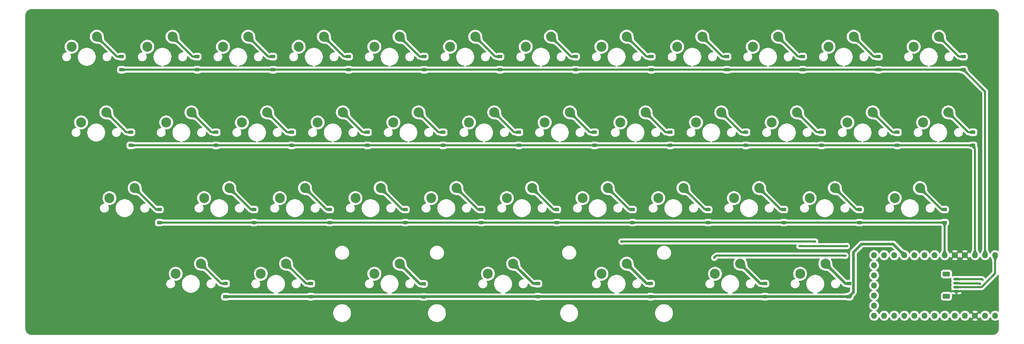
<source format=gbr>
%TF.GenerationSoftware,KiCad,Pcbnew,8.0.8*%
%TF.CreationDate,2025-03-09T23:59:49+01:00*%
%TF.ProjectId,Pancake,50616e63-616b-4652-9e6b-696361645f70,rev?*%
%TF.SameCoordinates,Original*%
%TF.FileFunction,Copper,L2,Bot*%
%TF.FilePolarity,Positive*%
%FSLAX46Y46*%
G04 Gerber Fmt 4.6, Leading zero omitted, Abs format (unit mm)*
G04 Created by KiCad (PCBNEW 8.0.8) date 2025-03-09 23:59:49*
%MOMM*%
%LPD*%
G01*
G04 APERTURE LIST*
G04 Aperture macros list*
%AMRoundRect*
0 Rectangle with rounded corners*
0 $1 Rounding radius*
0 $2 $3 $4 $5 $6 $7 $8 $9 X,Y pos of 4 corners*
0 Add a 4 corners polygon primitive as box body*
4,1,4,$2,$3,$4,$5,$6,$7,$8,$9,$2,$3,0*
0 Add four circle primitives for the rounded corners*
1,1,$1+$1,$2,$3*
1,1,$1+$1,$4,$5*
1,1,$1+$1,$6,$7*
1,1,$1+$1,$8,$9*
0 Add four rect primitives between the rounded corners*
20,1,$1+$1,$2,$3,$4,$5,0*
20,1,$1+$1,$4,$5,$6,$7,0*
20,1,$1+$1,$6,$7,$8,$9,0*
20,1,$1+$1,$8,$9,$2,$3,0*%
%AMHorizOval*
0 Thick line with rounded ends*
0 $1 width*
0 $2 $3 position (X,Y) of the first rounded end (center of the circle)*
0 $4 $5 position (X,Y) of the second rounded end (center of the circle)*
0 Add line between two ends*
20,1,$1,$2,$3,$4,$5,0*
0 Add two circle primitives to create the rounded ends*
1,1,$1,$2,$3*
1,1,$1,$4,$5*%
G04 Aperture macros list end*
%TA.AperFunction,ComponentPad*%
%ADD10C,2.500000*%
%TD*%
%TA.AperFunction,SMDPad,CuDef*%
%ADD11RoundRect,0.225000X0.375000X-0.225000X0.375000X0.225000X-0.375000X0.225000X-0.375000X-0.225000X0*%
%TD*%
%TA.AperFunction,ComponentPad*%
%ADD12O,1.500000X1.500000*%
%TD*%
%TA.AperFunction,ComponentPad*%
%ADD13HorizOval,1.500000X0.000000X0.000000X0.000000X0.000000X0*%
%TD*%
%TA.AperFunction,SMDPad,CuDef*%
%ADD14RoundRect,0.150000X-0.625000X0.150000X-0.625000X-0.150000X0.625000X-0.150000X0.625000X0.150000X0*%
%TD*%
%TA.AperFunction,SMDPad,CuDef*%
%ADD15RoundRect,0.250000X-0.650000X0.350000X-0.650000X-0.350000X0.650000X-0.350000X0.650000X0.350000X0*%
%TD*%
%TA.AperFunction,ViaPad*%
%ADD16C,0.600000*%
%TD*%
%TA.AperFunction,Conductor*%
%ADD17C,0.508000*%
%TD*%
%TA.AperFunction,Conductor*%
%ADD18C,0.635000*%
%TD*%
G04 APERTURE END LIST*
D10*
%TO.P,MX16,1,COL*%
%TO.N,Col3*%
X97631250Y-50403125D03*
%TO.P,MX16,2,ROW*%
%TO.N,Net-(D16-A)*%
X103981250Y-47863125D03*
%TD*%
D11*
%TO.P,D38,1,K*%
%TO.N,Row3*%
X124301250Y-94360000D03*
%TO.P,D38,2,A*%
%TO.N,Net-(D38-A)*%
X124301250Y-91060000D03*
%TD*%
%TO.P,D15,1,K*%
%TO.N,Row1*%
X91122500Y-56180625D03*
%TO.P,D15,2,A*%
%TO.N,Net-(D15-A)*%
X91122500Y-52880625D03*
%TD*%
D10*
%TO.P,MX32,1,COL*%
%TO.N,Col7*%
X183356250Y-69453125D03*
%TO.P,MX32,2,ROW*%
%TO.N,Net-(D32-A)*%
X189706250Y-66913125D03*
%TD*%
D11*
%TO.P,D10,2,A*%
%TO.N,Net-(D10-A)*%
X219710000Y-33830625D03*
%TO.P,D10,1,K*%
%TO.N,Row0*%
X219710000Y-37130625D03*
%TD*%
D12*
%TO.P,U1,1,USB_D+*%
%TO.N,D+*%
X268174250Y-83820000D03*
%TO.P,U1,2,GPIO0*%
%TO.N,Row0*%
X265634250Y-83820000D03*
%TO.P,U1,3,GPIO1*%
%TO.N,Row1*%
X263094250Y-83820000D03*
D13*
%TO.P,U1,4,GND*%
%TO.N,GND*%
X260554250Y-83820000D03*
%TO.P,U1,5,GND*%
X258014250Y-83820000D03*
D12*
%TO.P,U1,6,GPIO2*%
%TO.N,Row2*%
X255474250Y-83820000D03*
%TO.P,U1,7,GPIO3*%
%TO.N,Col11*%
X252934250Y-83820000D03*
%TO.P,U1,8,GPIO4*%
%TO.N,Col10*%
X250394250Y-83820000D03*
%TO.P,U1,9,GPIO5*%
%TO.N,Col9*%
X247854250Y-83820000D03*
%TO.P,U1,10,GPIO6*%
%TO.N,Row3*%
X245314250Y-83820000D03*
%TO.P,U1,11,GPIO7*%
%TO.N,Col8*%
X242774250Y-83820000D03*
%TO.P,U1,12,GPIO8*%
%TO.N,Col7*%
X240234250Y-83820000D03*
%TO.P,U1,13,GPIO9*%
%TO.N,Col6*%
X237694250Y-83820000D03*
%TO.P,U1,14,GPIO12*%
%TO.N,Col5*%
X237694250Y-86360000D03*
%TO.P,U1,15,GPIO13*%
%TO.N,Col4*%
X237694250Y-88900000D03*
%TO.P,U1,16,GPIO14*%
%TO.N,Col3*%
X237694250Y-91440000D03*
%TO.P,U1,17,GPIO15*%
%TO.N,Col2*%
X237694250Y-93980000D03*
%TO.P,U1,18,GPIO16*%
%TO.N,Col1*%
X237694250Y-96520000D03*
%TO.P,U1,19,GPIO21*%
%TO.N,Col0*%
X237694250Y-99060000D03*
%TO.P,U1,20,GPIO23*%
%TO.N,unconnected-(U1-GPIO23-Pad20)*%
X240234250Y-99060000D03*
%TO.P,U1,21,GPIO20*%
%TO.N,unconnected-(U1-GPIO20-Pad21)*%
X242774250Y-99060000D03*
%TO.P,U1,22,GPIO22*%
%TO.N,unconnected-(U1-GPIO22-Pad22)*%
X245314250Y-99060000D03*
%TO.P,U1,23,GPIO26*%
%TO.N,unconnected-(U1-GPIO26-Pad23)*%
X247854250Y-99060000D03*
%TO.P,U1,24,GPIO27*%
%TO.N,unconnected-(U1-GPIO27-Pad24)*%
X250394250Y-99060000D03*
%TO.P,U1,25,GPIO28*%
%TO.N,unconnected-(U1-GPIO28-Pad25)*%
X252934250Y-99060000D03*
%TO.P,U1,26,GPIO29*%
%TO.N,unconnected-(U1-GPIO29-Pad26)*%
X255474250Y-99060000D03*
%TO.P,U1,27,VCC*%
%TO.N,unconnected-(U1-VCC-Pad27)*%
X258014250Y-99060000D03*
%TO.P,U1,28,RST*%
%TO.N,unconnected-(U1-RST-Pad28)*%
X260554250Y-99060000D03*
D13*
%TO.P,U1,29,GND*%
%TO.N,GND*%
X263094250Y-99060000D03*
D12*
%TO.P,U1,30,RAW*%
%TO.N,RAW*%
X265634250Y-99060000D03*
%TO.P,U1,31,USB_D-*%
%TO.N,D-*%
X268174250Y-99060000D03*
%TD*%
D10*
%TO.P,MX12,1,COL*%
%TO.N,Col11*%
X247650000Y-31353125D03*
%TO.P,MX12,2,ROW*%
%TO.N,Net-(D12-A)*%
X254000000Y-28813125D03*
%TD*%
D11*
%TO.P,D30,1,K*%
%TO.N,Row2*%
X157797500Y-75627500D03*
%TO.P,D30,2,A*%
%TO.N,Net-(D30-A)*%
X157797500Y-72327500D03*
%TD*%
%TO.P,D8,2,A*%
%TO.N,Net-(D8-A)*%
X181610000Y-33830625D03*
%TO.P,D8,1,K*%
%TO.N,Row0*%
X181610000Y-37130625D03*
%TD*%
D10*
%TO.P,MX6,1,COL*%
%TO.N,Col5*%
X130968750Y-31353125D03*
%TO.P,MX6,2,ROW*%
%TO.N,Net-(D6-A)*%
X137318750Y-28813125D03*
%TD*%
%TO.P,MX27,1,COL*%
%TO.N,Col2*%
X88106250Y-69453125D03*
%TO.P,MX27,2,ROW*%
%TO.N,Net-(D27-A)*%
X94456250Y-66913125D03*
%TD*%
D11*
%TO.P,D37,1,K*%
%TO.N,Row3*%
X95885000Y-94280625D03*
%TO.P,D37,2,A*%
%TO.N,Net-(D37-A)*%
X95885000Y-90980625D03*
%TD*%
D10*
%TO.P,MX35,1,COL*%
%TO.N,Col10*%
X242887500Y-69453125D03*
%TO.P,MX35,2,ROW*%
%TO.N,Net-(D35-A)*%
X249237500Y-66913125D03*
%TD*%
D11*
%TO.P,D1,1,K*%
%TO.N,Row0*%
X48260000Y-37130625D03*
%TO.P,D1,2,A*%
%TO.N,Net-(D1-A)*%
X48260000Y-33830625D03*
%TD*%
%TO.P,D33,2,A*%
%TO.N,Net-(D33-A)*%
X214947500Y-72327500D03*
%TO.P,D33,1,K*%
%TO.N,Row2*%
X214947500Y-75627500D03*
%TD*%
D10*
%TO.P,MX38,1,COL*%
%TO.N,Col4*%
X111918750Y-88503125D03*
%TO.P,MX38,2,ROW*%
%TO.N,Net-(D38-A)*%
X118268750Y-85963125D03*
%TD*%
D11*
%TO.P,D22,1,K*%
%TO.N,Row1*%
X224472500Y-56180625D03*
%TO.P,D22,2,A*%
%TO.N,Net-(D22-A)*%
X224472500Y-52880625D03*
%TD*%
D10*
%TO.P,MX28,1,COL*%
%TO.N,Col3*%
X107156250Y-69453125D03*
%TO.P,MX28,2,ROW*%
%TO.N,Net-(D28-A)*%
X113506250Y-66913125D03*
%TD*%
%TO.P,MX40,1,COL*%
%TO.N,Col7*%
X169068750Y-88503125D03*
%TO.P,MX40,2,ROW*%
%TO.N,Net-(D40-A)*%
X175418750Y-85963125D03*
%TD*%
%TO.P,MX1,1,COL*%
%TO.N,Col0*%
X35718750Y-31353125D03*
%TO.P,MX1,2,ROW*%
%TO.N,Net-(D1-A)*%
X42068750Y-28813125D03*
%TD*%
D11*
%TO.P,D24,2,A*%
%TO.N,Net-(D24-A)*%
X262572500Y-52880625D03*
%TO.P,D24,1,K*%
%TO.N,Row1*%
X262572500Y-56180625D03*
%TD*%
D10*
%TO.P,MX31,1,COL*%
%TO.N,Col6*%
X164306250Y-69453125D03*
%TO.P,MX31,2,ROW*%
%TO.N,Net-(D31-A)*%
X170656250Y-66913125D03*
%TD*%
D11*
%TO.P,D35,2,A*%
%TO.N,Net-(D35-A)*%
X255428750Y-72327500D03*
%TO.P,D35,1,K*%
%TO.N,Row2*%
X255428750Y-75627500D03*
%TD*%
D10*
%TO.P,MX36,1,COL*%
%TO.N,Col1*%
X61912500Y-88503125D03*
%TO.P,MX36,2,ROW*%
%TO.N,Net-(D36-A)*%
X68262500Y-85963125D03*
%TD*%
D11*
%TO.P,D7,1,K*%
%TO.N,Row0*%
X162560000Y-37130625D03*
%TO.P,D7,2,A*%
%TO.N,Net-(D7-A)*%
X162560000Y-33830625D03*
%TD*%
%TO.P,D29,1,K*%
%TO.N,Row2*%
X138747500Y-75627500D03*
%TO.P,D29,2,A*%
%TO.N,Net-(D29-A)*%
X138747500Y-72327500D03*
%TD*%
D10*
%TO.P,MX42,1,COL*%
%TO.N,Col9*%
X219075000Y-88503125D03*
%TO.P,MX42,2,ROW*%
%TO.N,Net-(D42-A)*%
X225425000Y-85963125D03*
%TD*%
D11*
%TO.P,D31,1,K*%
%TO.N,Row2*%
X176847500Y-75627500D03*
%TO.P,D31,2,A*%
%TO.N,Net-(D31-A)*%
X176847500Y-72327500D03*
%TD*%
D10*
%TO.P,MX26,1,COL*%
%TO.N,Col1*%
X69056250Y-69453125D03*
%TO.P,MX26,2,ROW*%
%TO.N,Net-(D26-A)*%
X75406250Y-66913125D03*
%TD*%
D11*
%TO.P,D39,1,K*%
%TO.N,Row3*%
X153035000Y-94280625D03*
%TO.P,D39,2,A*%
%TO.N,Net-(D39-A)*%
X153035000Y-90980625D03*
%TD*%
%TO.P,D11,2,A*%
%TO.N,Net-(D11-A)*%
X238760000Y-33830625D03*
%TO.P,D11,1,K*%
%TO.N,Row0*%
X238760000Y-37130625D03*
%TD*%
D10*
%TO.P,MX34,1,COL*%
%TO.N,Col9*%
X221456250Y-69453125D03*
%TO.P,MX34,2,ROW*%
%TO.N,Net-(D34-A)*%
X227806250Y-66913125D03*
%TD*%
D11*
%TO.P,D9,2,A*%
%TO.N,Net-(D9-A)*%
X200660000Y-33830625D03*
%TO.P,D9,1,K*%
%TO.N,Row0*%
X200660000Y-37130625D03*
%TD*%
D10*
%TO.P,MX37,1,COL*%
%TO.N,Col2*%
X83343750Y-88503125D03*
%TO.P,MX37,2,ROW*%
%TO.N,Net-(D37-A)*%
X89693750Y-85963125D03*
%TD*%
D11*
%TO.P,D27,1,K*%
%TO.N,Row2*%
X100647500Y-75627500D03*
%TO.P,D27,2,A*%
%TO.N,Net-(D27-A)*%
X100647500Y-72327500D03*
%TD*%
%TO.P,D34,2,A*%
%TO.N,Net-(D34-A)*%
X233997500Y-72327500D03*
%TO.P,D34,1,K*%
%TO.N,Row2*%
X233997500Y-75627500D03*
%TD*%
%TO.P,D21,1,K*%
%TO.N,Row1*%
X205422500Y-56180625D03*
%TO.P,D21,2,A*%
%TO.N,Net-(D21-A)*%
X205422500Y-52880625D03*
%TD*%
%TO.P,D20,2,A*%
%TO.N,Net-(D20-A)*%
X186372500Y-52880625D03*
%TO.P,D20,1,K*%
%TO.N,Row1*%
X186372500Y-56180625D03*
%TD*%
D10*
%TO.P,MX10,1,COL*%
%TO.N,Col9*%
X207168750Y-31353125D03*
%TO.P,MX10,2,ROW*%
%TO.N,Net-(D10-A)*%
X213518750Y-28813125D03*
%TD*%
%TO.P,MX20,1,COL*%
%TO.N,Col7*%
X173831250Y-50403125D03*
%TO.P,MX20,2,ROW*%
%TO.N,Net-(D20-A)*%
X180181250Y-47863125D03*
%TD*%
%TO.P,MX30,1,COL*%
%TO.N,Col5*%
X145256250Y-69453125D03*
%TO.P,MX30,2,ROW*%
%TO.N,Net-(D30-A)*%
X151606250Y-66913125D03*
%TD*%
D11*
%TO.P,D36,1,K*%
%TO.N,Row3*%
X74453750Y-94280625D03*
%TO.P,D36,2,A*%
%TO.N,Net-(D36-A)*%
X74453750Y-90980625D03*
%TD*%
D10*
%TO.P,MX23,1,COL*%
%TO.N,Col10*%
X230981250Y-50403125D03*
%TO.P,MX23,2,ROW*%
%TO.N,Net-(D23-A)*%
X237331250Y-47863125D03*
%TD*%
%TO.P,MX13,1,COL*%
%TO.N,Col0*%
X38100000Y-50403125D03*
%TO.P,MX13,2,ROW*%
%TO.N,Net-(D13-A)*%
X44450000Y-47863125D03*
%TD*%
%TO.P,MX2,1,COL*%
%TO.N,Col1*%
X54768750Y-31353125D03*
%TO.P,MX2,2,ROW*%
%TO.N,Net-(D2-A)*%
X61118750Y-28813125D03*
%TD*%
D11*
%TO.P,D4,1,K*%
%TO.N,Row0*%
X105410000Y-37130625D03*
%TO.P,D4,2,A*%
%TO.N,Net-(D4-A)*%
X105410000Y-33830625D03*
%TD*%
D10*
%TO.P,MX18,1,COL*%
%TO.N,Col5*%
X135731250Y-50403125D03*
%TO.P,MX18,2,ROW*%
%TO.N,Net-(D18-A)*%
X142081250Y-47863125D03*
%TD*%
%TO.P,MX24,1,COL*%
%TO.N,Col11*%
X250031250Y-50403125D03*
%TO.P,MX24,2,ROW*%
%TO.N,Net-(D24-A)*%
X256381250Y-47863125D03*
%TD*%
%TO.P,MX7,1,COL*%
%TO.N,Col6*%
X150018750Y-31353125D03*
%TO.P,MX7,2,ROW*%
%TO.N,Net-(D7-A)*%
X156368750Y-28813125D03*
%TD*%
D11*
%TO.P,D32,2,A*%
%TO.N,Net-(D32-A)*%
X195897500Y-72327500D03*
%TO.P,D32,1,K*%
%TO.N,Row2*%
X195897500Y-75627500D03*
%TD*%
D10*
%TO.P,MX5,1,COL*%
%TO.N,Col4*%
X111918750Y-31353125D03*
%TO.P,MX5,2,ROW*%
%TO.N,Net-(D5-A)*%
X118268750Y-28813125D03*
%TD*%
%TO.P,MX33,1,COL*%
%TO.N,Col8*%
X202406250Y-69453125D03*
%TO.P,MX33,2,ROW*%
%TO.N,Net-(D33-A)*%
X208756250Y-66913125D03*
%TD*%
%TO.P,MX4,1,COL*%
%TO.N,Col3*%
X92868750Y-31353125D03*
%TO.P,MX4,2,ROW*%
%TO.N,Net-(D4-A)*%
X99218750Y-28813125D03*
%TD*%
D11*
%TO.P,D14,1,K*%
%TO.N,Row1*%
X72072500Y-56180625D03*
%TO.P,D14,2,A*%
%TO.N,Net-(D14-A)*%
X72072500Y-52880625D03*
%TD*%
D10*
%TO.P,MX11,1,COL*%
%TO.N,Col10*%
X226218750Y-31353125D03*
%TO.P,MX11,2,ROW*%
%TO.N,Net-(D11-A)*%
X232568750Y-28813125D03*
%TD*%
%TO.P,MX9,1,COL*%
%TO.N,Col8*%
X188118750Y-31353125D03*
%TO.P,MX9,2,ROW*%
%TO.N,Net-(D9-A)*%
X194468750Y-28813125D03*
%TD*%
D11*
%TO.P,D12,2,A*%
%TO.N,Net-(D12-A)*%
X260191250Y-33830625D03*
%TO.P,D12,1,K*%
%TO.N,Row0*%
X260191250Y-37130625D03*
%TD*%
%TO.P,D41,2,A*%
%TO.N,Net-(D41-A)*%
X210185000Y-90980625D03*
%TO.P,D41,1,K*%
%TO.N,Row3*%
X210185000Y-94280625D03*
%TD*%
D10*
%TO.P,MX19,1,COL*%
%TO.N,Col6*%
X154781250Y-50403125D03*
%TO.P,MX19,2,ROW*%
%TO.N,Net-(D19-A)*%
X161131250Y-47863125D03*
%TD*%
%TO.P,MX14,1,COL*%
%TO.N,Col1*%
X59531250Y-50403125D03*
%TO.P,MX14,2,ROW*%
%TO.N,Net-(D14-A)*%
X65881250Y-47863125D03*
%TD*%
D11*
%TO.P,D3,1,K*%
%TO.N,Row0*%
X86360000Y-37130625D03*
%TO.P,D3,2,A*%
%TO.N,Net-(D3-A)*%
X86360000Y-33830625D03*
%TD*%
D10*
%TO.P,MX39,1,COL*%
%TO.N,Col5*%
X140493750Y-88503125D03*
%TO.P,MX39,2,ROW*%
%TO.N,Net-(D39-A)*%
X146843750Y-85963125D03*
%TD*%
%TO.P,MX17,1,COL*%
%TO.N,Col4*%
X116681250Y-50403125D03*
%TO.P,MX17,2,ROW*%
%TO.N,Net-(D17-A)*%
X123031250Y-47863125D03*
%TD*%
D11*
%TO.P,D17,1,K*%
%TO.N,Row1*%
X129222500Y-56180625D03*
%TO.P,D17,2,A*%
%TO.N,Net-(D17-A)*%
X129222500Y-52880625D03*
%TD*%
%TO.P,D25,1,K*%
%TO.N,Row2*%
X57785000Y-75627500D03*
%TO.P,D25,2,A*%
%TO.N,Net-(D25-A)*%
X57785000Y-72327500D03*
%TD*%
%TO.P,D16,1,K*%
%TO.N,Row1*%
X110172500Y-56180625D03*
%TO.P,D16,2,A*%
%TO.N,Net-(D16-A)*%
X110172500Y-52880625D03*
%TD*%
%TO.P,D42,2,A*%
%TO.N,Net-(D42-A)*%
X231362250Y-90980625D03*
%TO.P,D42,1,K*%
%TO.N,Row3*%
X231362250Y-94280625D03*
%TD*%
%TO.P,D40,2,A*%
%TO.N,Net-(D40-A)*%
X181451250Y-90980625D03*
%TO.P,D40,1,K*%
%TO.N,Row3*%
X181451250Y-94280625D03*
%TD*%
%TO.P,D2,1,K*%
%TO.N,Row0*%
X67310000Y-37130625D03*
%TO.P,D2,2,A*%
%TO.N,Net-(D2-A)*%
X67310000Y-33830625D03*
%TD*%
%TO.P,D13,1,K*%
%TO.N,Row1*%
X50641250Y-56180625D03*
%TO.P,D13,2,A*%
%TO.N,Net-(D13-A)*%
X50641250Y-52880625D03*
%TD*%
D10*
%TO.P,MX22,1,COL*%
%TO.N,Col9*%
X211931250Y-50403125D03*
%TO.P,MX22,2,ROW*%
%TO.N,Net-(D22-A)*%
X218281250Y-47863125D03*
%TD*%
D11*
%TO.P,D26,1,K*%
%TO.N,Row2*%
X81597500Y-75627500D03*
%TO.P,D26,2,A*%
%TO.N,Net-(D26-A)*%
X81597500Y-72327500D03*
%TD*%
D10*
%TO.P,MX41,1,COL*%
%TO.N,Col8*%
X197643750Y-88503125D03*
%TO.P,MX41,2,ROW*%
%TO.N,Net-(D41-A)*%
X203993750Y-85963125D03*
%TD*%
D11*
%TO.P,D5,1,K*%
%TO.N,Row0*%
X124460000Y-37130625D03*
%TO.P,D5,2,A*%
%TO.N,Net-(D5-A)*%
X124460000Y-33830625D03*
%TD*%
D10*
%TO.P,MX21,1,COL*%
%TO.N,Col8*%
X192881250Y-50403125D03*
%TO.P,MX21,2,ROW*%
%TO.N,Net-(D21-A)*%
X199231250Y-47863125D03*
%TD*%
%TO.P,MX8,1,COL*%
%TO.N,Col7*%
X169068750Y-31353125D03*
%TO.P,MX8,2,ROW*%
%TO.N,Net-(D8-A)*%
X175418750Y-28813125D03*
%TD*%
%TO.P,MX29,1,COL*%
%TO.N,Col4*%
X126206250Y-69453125D03*
%TO.P,MX29,2,ROW*%
%TO.N,Net-(D29-A)*%
X132556250Y-66913125D03*
%TD*%
%TO.P,MX3,1,COL*%
%TO.N,Col2*%
X73818750Y-31353125D03*
%TO.P,MX3,2,ROW*%
%TO.N,Net-(D3-A)*%
X80168750Y-28813125D03*
%TD*%
D11*
%TO.P,D18,1,K*%
%TO.N,Row1*%
X148272500Y-56180625D03*
%TO.P,D18,2,A*%
%TO.N,Net-(D18-A)*%
X148272500Y-52880625D03*
%TD*%
%TO.P,D28,1,K*%
%TO.N,Row2*%
X119697500Y-75627500D03*
%TO.P,D28,2,A*%
%TO.N,Net-(D28-A)*%
X119697500Y-72327500D03*
%TD*%
%TO.P,D23,1,K*%
%TO.N,Row1*%
X243522500Y-56180625D03*
%TO.P,D23,2,A*%
%TO.N,Net-(D23-A)*%
X243522500Y-52880625D03*
%TD*%
D10*
%TO.P,MX15,1,COL*%
%TO.N,Col2*%
X78581250Y-50403125D03*
%TO.P,MX15,2,ROW*%
%TO.N,Net-(D15-A)*%
X84931250Y-47863125D03*
%TD*%
D11*
%TO.P,D19,2,A*%
%TO.N,Net-(D19-A)*%
X167322500Y-52880625D03*
%TO.P,D19,1,K*%
%TO.N,Row1*%
X167322500Y-56180625D03*
%TD*%
D10*
%TO.P,MX25,1,COL*%
%TO.N,Col0*%
X45243750Y-69453125D03*
%TO.P,MX25,2,ROW*%
%TO.N,Net-(D25-A)*%
X51593750Y-66913125D03*
%TD*%
D11*
%TO.P,D6,1,K*%
%TO.N,Row0*%
X143510000Y-37130625D03*
%TO.P,D6,2,A*%
%TO.N,Net-(D6-A)*%
X143510000Y-33830625D03*
%TD*%
D14*
%TO.P,J1,1,Pin_1*%
%TO.N,RAW*%
X258406250Y-89875000D03*
%TO.P,J1,2,Pin_2*%
%TO.N,D-*%
X258406250Y-90875000D03*
%TO.P,J1,3,Pin_3*%
%TO.N,D+*%
X258406250Y-91875000D03*
%TO.P,J1,4,Pin_4*%
%TO.N,GND*%
X258406250Y-92875000D03*
D15*
%TO.P,J1,MP*%
%TO.N,N/C*%
X255881250Y-88575000D03*
X255881250Y-94175000D03*
%TD*%
D16*
%TO.N,RAW*%
X265017250Y-90043000D03*
%TO.N,D-*%
X264382250Y-91059000D03*
%TO.N,Col6*%
X222845250Y-80391000D03*
X174085250Y-80391000D03*
%TO.N,Col7*%
X197453250Y-84455000D03*
X230473250Y-83947000D03*
%TO.N,Col8*%
X230854250Y-81534000D03*
X218916250Y-81534000D03*
%TD*%
D17*
%TO.N,D-*%
X264255250Y-90932000D02*
X264382250Y-91059000D01*
X258463250Y-90932000D02*
X264255250Y-90932000D01*
X258406250Y-90875000D02*
X258463250Y-90932000D01*
%TO.N,RAW*%
X264849250Y-89875000D02*
X265017250Y-90043000D01*
X258406250Y-89875000D02*
X264849250Y-89875000D01*
%TO.N,D+*%
X268174250Y-88410000D02*
X268174250Y-83820000D01*
X264709250Y-91875000D02*
X268174250Y-88410000D01*
X258406250Y-91875000D02*
X264709250Y-91875000D01*
%TO.N,Col6*%
X174085250Y-80391000D02*
X222845250Y-80391000D01*
%TO.N,Col7*%
X197453250Y-84455000D02*
X197961250Y-83947000D01*
X197961250Y-83947000D02*
X230473250Y-83947000D01*
%TO.N,Col8*%
X218916250Y-81534000D02*
X230854250Y-81534000D01*
D18*
%TO.N,Row3*%
X232479750Y-83083500D02*
X234537250Y-81026000D01*
X232479750Y-93163125D02*
X232479750Y-83083500D01*
X242520250Y-81026000D02*
X245314250Y-83820000D01*
X231362250Y-94280625D02*
X232479750Y-93163125D01*
X234537250Y-81026000D02*
X242520250Y-81026000D01*
D17*
%TO.N,Row2*%
X255428750Y-83774500D02*
X255474250Y-83820000D01*
X255428750Y-75627500D02*
X255428750Y-83774500D01*
%TO.N,Row1*%
X263094250Y-57005000D02*
X263094250Y-83820000D01*
X262572500Y-56483250D02*
X263094250Y-57005000D01*
X262572500Y-56180625D02*
X262572500Y-56483250D01*
%TO.N,Row0*%
X265634250Y-42573625D02*
X265634250Y-83820000D01*
X260191250Y-37130625D02*
X265634250Y-42573625D01*
D18*
%TO.N,Row3*%
X231362250Y-94280625D02*
X74453750Y-94280625D01*
%TO.N,Net-(D42-A)*%
X230442500Y-90980625D02*
X231362250Y-90980625D01*
X225425000Y-85963125D02*
X230442500Y-90980625D01*
%TO.N,Net-(D41-A)*%
X209011250Y-90980625D02*
X210185000Y-90980625D01*
X203993750Y-85963125D02*
X209011250Y-90980625D01*
%TO.N,Net-(D40-A)*%
X180436250Y-90980625D02*
X181451250Y-90980625D01*
X175418750Y-85963125D02*
X180436250Y-90980625D01*
%TO.N,Net-(D39-A)*%
X151861250Y-90980625D02*
X153035000Y-90980625D01*
X146843750Y-85963125D02*
X151861250Y-90980625D01*
%TO.N,Net-(D38-A)*%
X123365625Y-91060000D02*
X124301250Y-91060000D01*
X118268750Y-85963125D02*
X123365625Y-91060000D01*
D17*
%TO.N,Net-(D37-A)*%
X94711250Y-90980625D02*
X95885000Y-90980625D01*
X89693750Y-85963125D02*
X94711250Y-90980625D01*
%TO.N,Net-(D36-A)*%
X73280000Y-90980625D02*
X74453750Y-90980625D01*
X68262500Y-85963125D02*
X73280000Y-90980625D01*
%TO.N,Row2*%
X255428750Y-75627500D02*
X57785000Y-75627500D01*
%TO.N,Net-(D35-A)*%
X254651875Y-72327500D02*
X255428750Y-72327500D01*
X249237500Y-66913125D02*
X254651875Y-72327500D01*
%TO.N,Net-(D34-A)*%
X233220625Y-72327500D02*
X233997500Y-72327500D01*
X227806250Y-66913125D02*
X233220625Y-72327500D01*
%TO.N,Net-(D33-A)*%
X214170625Y-72327500D02*
X214947500Y-72327500D01*
X208756250Y-66913125D02*
X214170625Y-72327500D01*
%TO.N,Net-(D32-A)*%
X195120625Y-72327500D02*
X195897500Y-72327500D01*
X189706250Y-66913125D02*
X195120625Y-72327500D01*
%TO.N,Net-(D31-A)*%
X170656250Y-66913125D02*
X176070625Y-72327500D01*
X176070625Y-72327500D02*
X176847500Y-72327500D01*
%TO.N,Net-(D30-A)*%
X157020625Y-72327500D02*
X157797500Y-72327500D01*
X151606250Y-66913125D02*
X157020625Y-72327500D01*
%TO.N,Net-(D29-A)*%
X137970625Y-72327500D02*
X138747500Y-72327500D01*
X132556250Y-66913125D02*
X137970625Y-72327500D01*
%TO.N,Net-(D28-A)*%
X118920625Y-72327500D02*
X119697500Y-72327500D01*
X113506250Y-66913125D02*
X118920625Y-72327500D01*
%TO.N,Net-(D27-A)*%
X99870625Y-72327500D02*
X100647500Y-72327500D01*
X94456250Y-66913125D02*
X99870625Y-72327500D01*
%TO.N,Net-(D26-A)*%
X80820625Y-72327500D02*
X81597500Y-72327500D01*
X75406250Y-66913125D02*
X80820625Y-72327500D01*
%TO.N,Net-(D25-A)*%
X51593750Y-66913125D02*
X57008125Y-72327500D01*
X57008125Y-72327500D02*
X57785000Y-72327500D01*
%TO.N,Row1*%
X262572500Y-56180625D02*
X50641250Y-56180625D01*
%TO.N,Net-(D24-A)*%
X261398750Y-52880625D02*
X262572500Y-52880625D01*
X256381250Y-47863125D02*
X261398750Y-52880625D01*
%TO.N,Net-(D23-A)*%
X242348750Y-52880625D02*
X243522500Y-52880625D01*
X237331250Y-47863125D02*
X242348750Y-52880625D01*
%TO.N,Net-(D22-A)*%
X223298750Y-52880625D02*
X224472500Y-52880625D01*
X218281250Y-47863125D02*
X223298750Y-52880625D01*
%TO.N,Net-(D21-A)*%
X199231250Y-47863125D02*
X204248750Y-52880625D01*
X204248750Y-52880625D02*
X205422500Y-52880625D01*
%TO.N,Net-(D20-A)*%
X185198750Y-52880625D02*
X186372500Y-52880625D01*
X180181250Y-47863125D02*
X185198750Y-52880625D01*
%TO.N,Net-(D19-A)*%
X166148750Y-52880625D02*
X167322500Y-52880625D01*
X161131250Y-47863125D02*
X166148750Y-52880625D01*
%TO.N,Net-(D18-A)*%
X142081250Y-47863125D02*
X147098750Y-52880625D01*
X147098750Y-52880625D02*
X148272500Y-52880625D01*
%TO.N,Net-(D17-A)*%
X128048750Y-52880625D02*
X129222500Y-52880625D01*
X123031250Y-47863125D02*
X128048750Y-52880625D01*
%TO.N,Net-(D16-A)*%
X108998750Y-52880625D02*
X110172500Y-52880625D01*
X103981250Y-47863125D02*
X108998750Y-52880625D01*
%TO.N,Net-(D15-A)*%
X89948750Y-52880625D02*
X91122500Y-52880625D01*
X84931250Y-47863125D02*
X89948750Y-52880625D01*
%TO.N,Net-(D14-A)*%
X70898750Y-52880625D02*
X72072500Y-52880625D01*
X65881250Y-47863125D02*
X70898750Y-52880625D01*
%TO.N,Net-(D13-A)*%
X49467500Y-52880625D02*
X50641250Y-52880625D01*
X44450000Y-47863125D02*
X49467500Y-52880625D01*
%TO.N,Row0*%
X200660000Y-37130625D02*
X48260000Y-37130625D01*
X219710000Y-37130625D02*
X200660000Y-37130625D01*
X238760000Y-37130625D02*
X219710000Y-37130625D01*
X260191250Y-37130625D02*
X238760000Y-37130625D01*
%TO.N,Net-(D12-A)*%
X254000000Y-28813125D02*
X259017500Y-33830625D01*
X259017500Y-33830625D02*
X260191250Y-33830625D01*
%TO.N,Net-(D11-A)*%
X237586250Y-33830625D02*
X238760000Y-33830625D01*
X232568750Y-28813125D02*
X237586250Y-33830625D01*
%TO.N,Net-(D10-A)*%
X218536250Y-33830625D02*
X219710000Y-33830625D01*
X213518750Y-28813125D02*
X218536250Y-33830625D01*
%TO.N,Net-(D9-A)*%
X199486250Y-33830625D02*
X200660000Y-33830625D01*
X194468750Y-28813125D02*
X199486250Y-33830625D01*
%TO.N,Net-(D8-A)*%
X180436250Y-33830625D02*
X181610000Y-33830625D01*
X175418750Y-28813125D02*
X180436250Y-33830625D01*
%TO.N,Net-(D7-A)*%
X161386250Y-33830625D02*
X162560000Y-33830625D01*
X156368750Y-28813125D02*
X161386250Y-33830625D01*
%TO.N,Net-(D6-A)*%
X142336250Y-33830625D02*
X143510000Y-33830625D01*
X137318750Y-28813125D02*
X142336250Y-33830625D01*
%TO.N,Net-(D5-A)*%
X123286250Y-33830625D02*
X124460000Y-33830625D01*
X118268750Y-28813125D02*
X123286250Y-33830625D01*
%TO.N,Net-(D4-A)*%
X104236250Y-33830625D02*
X105410000Y-33830625D01*
X99218750Y-28813125D02*
X104236250Y-33830625D01*
%TO.N,Net-(D3-A)*%
X85186250Y-33830625D02*
X86360000Y-33830625D01*
X80168750Y-28813125D02*
X85186250Y-33830625D01*
%TO.N,Net-(D2-A)*%
X66136250Y-33830625D02*
X67310000Y-33830625D01*
X61118750Y-28813125D02*
X66136250Y-33830625D01*
%TO.N,Net-(D1-A)*%
X47086250Y-33830625D02*
X48260000Y-33830625D01*
X42068750Y-28813125D02*
X47086250Y-33830625D01*
%TD*%
%TA.AperFunction,Conductor*%
%TO.N,GND*%
G36*
X267506746Y-21875501D02*
G01*
X267515366Y-21875500D01*
X267515370Y-21875502D01*
X267576840Y-21875500D01*
X267585681Y-21875815D01*
X267785818Y-21890125D01*
X267803327Y-21892641D01*
X267995063Y-21934347D01*
X268012037Y-21939331D01*
X268103959Y-21973613D01*
X268195887Y-22007898D01*
X268211967Y-22015241D01*
X268384186Y-22109276D01*
X268399070Y-22118841D01*
X268556149Y-22236426D01*
X268569520Y-22248012D01*
X268708260Y-22386749D01*
X268719846Y-22400119D01*
X268837436Y-22557197D01*
X268847002Y-22572081D01*
X268941041Y-22744297D01*
X268948387Y-22760383D01*
X269016958Y-22944223D01*
X269021942Y-22961198D01*
X269063651Y-23152928D01*
X269066169Y-23170440D01*
X269080434Y-23369880D01*
X269080750Y-23378727D01*
X269080750Y-82689957D01*
X269061065Y-82756996D01*
X269008261Y-82802751D01*
X268939103Y-82812695D01*
X268885628Y-82791532D01*
X268801889Y-82732898D01*
X268603580Y-82640425D01*
X268603576Y-82640424D01*
X268603572Y-82640422D01*
X268392227Y-82583793D01*
X268174252Y-82564723D01*
X268174248Y-82564723D01*
X268034102Y-82576984D01*
X267956273Y-82583793D01*
X267956270Y-82583793D01*
X267744927Y-82640422D01*
X267744918Y-82640426D01*
X267546609Y-82732899D01*
X267367371Y-82858402D01*
X267212652Y-83013121D01*
X267087150Y-83192357D01*
X267087148Y-83192361D01*
X267016632Y-83343583D01*
X266970459Y-83396022D01*
X266903266Y-83415174D01*
X266836385Y-83394958D01*
X266791883Y-83343616D01*
X266791551Y-83342905D01*
X266790542Y-83340741D01*
X266784601Y-83325437D01*
X266777692Y-83303416D01*
X266642812Y-83021940D01*
X266640949Y-83018252D01*
X266633297Y-83003103D01*
X266633139Y-83002807D01*
X266632815Y-83002197D01*
X266622415Y-82983594D01*
X266509727Y-82791647D01*
X266506800Y-82786370D01*
X266501831Y-82776874D01*
X266449793Y-82677423D01*
X266440343Y-82653683D01*
X266414360Y-82561785D01*
X266409982Y-82536632D01*
X266393294Y-82295928D01*
X266389439Y-82259505D01*
X266388750Y-82246452D01*
X266388750Y-42499312D01*
X266388749Y-42499308D01*
X266359756Y-42353552D01*
X266359755Y-42353545D01*
X266302879Y-42216235D01*
X266220309Y-42092659D01*
X266220304Y-42092653D01*
X266110897Y-41983246D01*
X266110874Y-41983225D01*
X261541299Y-37413650D01*
X261526325Y-37395524D01*
X261487025Y-37337521D01*
X261483625Y-37332217D01*
X261431960Y-37246908D01*
X261429259Y-37242221D01*
X261374458Y-37142124D01*
X261372316Y-37138031D01*
X261315129Y-37023550D01*
X261313391Y-37019921D01*
X261303065Y-36997437D01*
X261291749Y-36945686D01*
X261291749Y-36857287D01*
X261291748Y-36857269D01*
X261281599Y-36757917D01*
X261281598Y-36757914D01*
X261228253Y-36596928D01*
X261228249Y-36596922D01*
X261228248Y-36596919D01*
X261139220Y-36452584D01*
X261139217Y-36452580D01*
X261019294Y-36332657D01*
X261019290Y-36332654D01*
X260874955Y-36243626D01*
X260874949Y-36243623D01*
X260874947Y-36243622D01*
X260790916Y-36215777D01*
X260713959Y-36190276D01*
X260614596Y-36180125D01*
X259767912Y-36180125D01*
X259767894Y-36180126D01*
X259668542Y-36190275D01*
X259668538Y-36190276D01*
X259507550Y-36243622D01*
X259503419Y-36245548D01*
X259499349Y-36247638D01*
X259499494Y-36247925D01*
X259495545Y-36249912D01*
X259495542Y-36249914D01*
X259408353Y-36293807D01*
X259399010Y-36298036D01*
X259331302Y-36325363D01*
X259320930Y-36329023D01*
X259258147Y-36348092D01*
X259246883Y-36350944D01*
X259188117Y-36362926D01*
X259176176Y-36364760D01*
X259167909Y-36365620D01*
X259167858Y-36365626D01*
X259099409Y-36372748D01*
X259085065Y-36374644D01*
X259081946Y-36375056D01*
X259065704Y-36376125D01*
X251733366Y-36376125D01*
X251666327Y-36356440D01*
X251620572Y-36303636D01*
X251610628Y-36234478D01*
X251639653Y-36170922D01*
X251698431Y-36133148D01*
X251717180Y-36129186D01*
X251899993Y-36105118D01*
X252184952Y-36028764D01*
X252457507Y-35915868D01*
X252712994Y-35768363D01*
X252947042Y-35588771D01*
X253155646Y-35380167D01*
X253335238Y-35146119D01*
X253482743Y-34890632D01*
X253595639Y-34618077D01*
X253671993Y-34333118D01*
X253710500Y-34040631D01*
X253710500Y-33745619D01*
X253671993Y-33453132D01*
X253595639Y-33168173D01*
X253482743Y-32895618D01*
X253479658Y-32890275D01*
X253335238Y-32640131D01*
X253155647Y-32406084D01*
X253155641Y-32406077D01*
X252947047Y-32197483D01*
X252947040Y-32197477D01*
X252712993Y-32017886D01*
X252457510Y-31870383D01*
X252457500Y-31870379D01*
X252184961Y-31757489D01*
X252184954Y-31757487D01*
X252184952Y-31757486D01*
X251899993Y-31681132D01*
X251851113Y-31674696D01*
X251607513Y-31642625D01*
X251607506Y-31642625D01*
X251312494Y-31642625D01*
X251312486Y-31642625D01*
X251034085Y-31679278D01*
X251020007Y-31681132D01*
X250735048Y-31757486D01*
X250735038Y-31757489D01*
X250462499Y-31870379D01*
X250462489Y-31870383D01*
X250207006Y-32017886D01*
X249972959Y-32197477D01*
X249972952Y-32197483D01*
X249764358Y-32406077D01*
X249764352Y-32406084D01*
X249584761Y-32640131D01*
X249437258Y-32895614D01*
X249437254Y-32895624D01*
X249324364Y-33168163D01*
X249324361Y-33168173D01*
X249288172Y-33303235D01*
X249248008Y-33453129D01*
X249248006Y-33453140D01*
X249209500Y-33745611D01*
X249209500Y-34040638D01*
X249224778Y-34156680D01*
X249248007Y-34333118D01*
X249318744Y-34597113D01*
X249324361Y-34618076D01*
X249324364Y-34618086D01*
X249437254Y-34890625D01*
X249437258Y-34890635D01*
X249584761Y-35146118D01*
X249764352Y-35380165D01*
X249764358Y-35380172D01*
X249972952Y-35588766D01*
X249972959Y-35588772D01*
X250207006Y-35768363D01*
X250462489Y-35915866D01*
X250462490Y-35915866D01*
X250462493Y-35915868D01*
X250735048Y-36028764D01*
X251020007Y-36105118D01*
X251202820Y-36129186D01*
X251266716Y-36157453D01*
X251305187Y-36215777D01*
X251306018Y-36285642D01*
X251268946Y-36344865D01*
X251205740Y-36374644D01*
X251186634Y-36376125D01*
X239880612Y-36376125D01*
X239856257Y-36373107D01*
X239856185Y-36373518D01*
X239851823Y-36372746D01*
X239789668Y-36366279D01*
X239789668Y-36366278D01*
X239789638Y-36366276D01*
X239775067Y-36364759D01*
X239763134Y-36362926D01*
X239704359Y-36350942D01*
X239693095Y-36348090D01*
X239630315Y-36329022D01*
X239619944Y-36325362D01*
X239552254Y-36298043D01*
X239542905Y-36293812D01*
X239477181Y-36260725D01*
X239455706Y-36249914D01*
X239455704Y-36249913D01*
X239452708Y-36248405D01*
X239452792Y-36248237D01*
X239446295Y-36244833D01*
X239443699Y-36243622D01*
X239403890Y-36230431D01*
X239399445Y-36228863D01*
X239353298Y-36211598D01*
X239353283Y-36211593D01*
X239348423Y-36210354D01*
X239336293Y-36207508D01*
X239325624Y-36204495D01*
X239282710Y-36190276D01*
X239183346Y-36180125D01*
X238336662Y-36180125D01*
X238336644Y-36180126D01*
X238237292Y-36190275D01*
X238237288Y-36190276D01*
X238076300Y-36243622D01*
X238072169Y-36245548D01*
X238068099Y-36247638D01*
X238068244Y-36247925D01*
X238064295Y-36249912D01*
X238064292Y-36249914D01*
X237977103Y-36293807D01*
X237967760Y-36298036D01*
X237900052Y-36325363D01*
X237889680Y-36329023D01*
X237826897Y-36348092D01*
X237815633Y-36350944D01*
X237756867Y-36362926D01*
X237744926Y-36364760D01*
X237736659Y-36365620D01*
X237736608Y-36365626D01*
X237668159Y-36372748D01*
X237653815Y-36374644D01*
X237650696Y-36375056D01*
X237634454Y-36376125D01*
X230302116Y-36376125D01*
X230235077Y-36356440D01*
X230189322Y-36303636D01*
X230179378Y-36234478D01*
X230208403Y-36170922D01*
X230267181Y-36133148D01*
X230285930Y-36129186D01*
X230468743Y-36105118D01*
X230753702Y-36028764D01*
X231026257Y-35915868D01*
X231281744Y-35768363D01*
X231515792Y-35588771D01*
X231724396Y-35380167D01*
X231903988Y-35146119D01*
X232051493Y-34890632D01*
X232164389Y-34618077D01*
X232240743Y-34333118D01*
X232279250Y-34040631D01*
X232279250Y-33745619D01*
X232240743Y-33453132D01*
X232164389Y-33168173D01*
X232051493Y-32895618D01*
X232048408Y-32890275D01*
X231903988Y-32640131D01*
X231724397Y-32406084D01*
X231724391Y-32406077D01*
X231515797Y-32197483D01*
X231515790Y-32197477D01*
X231281743Y-32017886D01*
X231026260Y-31870383D01*
X231026250Y-31870379D01*
X230753711Y-31757489D01*
X230753704Y-31757487D01*
X230753702Y-31757486D01*
X230468743Y-31681132D01*
X230419863Y-31674696D01*
X230176263Y-31642625D01*
X230176256Y-31642625D01*
X229881244Y-31642625D01*
X229881236Y-31642625D01*
X229602835Y-31679278D01*
X229588757Y-31681132D01*
X229303798Y-31757486D01*
X229303788Y-31757489D01*
X229031249Y-31870379D01*
X229031239Y-31870383D01*
X228775756Y-32017886D01*
X228541709Y-32197477D01*
X228541702Y-32197483D01*
X228333108Y-32406077D01*
X228333102Y-32406084D01*
X228153511Y-32640131D01*
X228006008Y-32895614D01*
X228006004Y-32895624D01*
X227893114Y-33168163D01*
X227893111Y-33168173D01*
X227856922Y-33303235D01*
X227816758Y-33453129D01*
X227816756Y-33453140D01*
X227778250Y-33745611D01*
X227778250Y-34040638D01*
X227793528Y-34156680D01*
X227816757Y-34333118D01*
X227887494Y-34597113D01*
X227893111Y-34618076D01*
X227893114Y-34618086D01*
X228006004Y-34890625D01*
X228006008Y-34890635D01*
X228153511Y-35146118D01*
X228333102Y-35380165D01*
X228333108Y-35380172D01*
X228541702Y-35588766D01*
X228541709Y-35588772D01*
X228775756Y-35768363D01*
X229031239Y-35915866D01*
X229031240Y-35915866D01*
X229031243Y-35915868D01*
X229303798Y-36028764D01*
X229588757Y-36105118D01*
X229771570Y-36129186D01*
X229835466Y-36157453D01*
X229873937Y-36215777D01*
X229874768Y-36285642D01*
X229837696Y-36344865D01*
X229774490Y-36374644D01*
X229755384Y-36376125D01*
X220830612Y-36376125D01*
X220806257Y-36373107D01*
X220806185Y-36373518D01*
X220801823Y-36372746D01*
X220739668Y-36366279D01*
X220739668Y-36366278D01*
X220739638Y-36366276D01*
X220725067Y-36364759D01*
X220713134Y-36362926D01*
X220654359Y-36350942D01*
X220643095Y-36348090D01*
X220580315Y-36329022D01*
X220569944Y-36325362D01*
X220502254Y-36298043D01*
X220492905Y-36293812D01*
X220427181Y-36260725D01*
X220405706Y-36249914D01*
X220405704Y-36249913D01*
X220402708Y-36248405D01*
X220402792Y-36248237D01*
X220396295Y-36244833D01*
X220393699Y-36243622D01*
X220353890Y-36230431D01*
X220349445Y-36228863D01*
X220303298Y-36211598D01*
X220303283Y-36211593D01*
X220298423Y-36210354D01*
X220286293Y-36207508D01*
X220275624Y-36204495D01*
X220232710Y-36190276D01*
X220133346Y-36180125D01*
X219286662Y-36180125D01*
X219286644Y-36180126D01*
X219187292Y-36190275D01*
X219187288Y-36190276D01*
X219026300Y-36243622D01*
X219022169Y-36245548D01*
X219018099Y-36247638D01*
X219018244Y-36247925D01*
X219014295Y-36249912D01*
X219014292Y-36249914D01*
X218927103Y-36293807D01*
X218917760Y-36298036D01*
X218850052Y-36325363D01*
X218839680Y-36329023D01*
X218776897Y-36348092D01*
X218765633Y-36350944D01*
X218706867Y-36362926D01*
X218694926Y-36364760D01*
X218686659Y-36365620D01*
X218686608Y-36365626D01*
X218618159Y-36372748D01*
X218603815Y-36374644D01*
X218600696Y-36375056D01*
X218584454Y-36376125D01*
X211252116Y-36376125D01*
X211185077Y-36356440D01*
X211139322Y-36303636D01*
X211129378Y-36234478D01*
X211158403Y-36170922D01*
X211217181Y-36133148D01*
X211235930Y-36129186D01*
X211418743Y-36105118D01*
X211703702Y-36028764D01*
X211976257Y-35915868D01*
X212231744Y-35768363D01*
X212465792Y-35588771D01*
X212674396Y-35380167D01*
X212853988Y-35146119D01*
X213001493Y-34890632D01*
X213114389Y-34618077D01*
X213190743Y-34333118D01*
X213229250Y-34040631D01*
X213229250Y-33745619D01*
X213190743Y-33453132D01*
X213114389Y-33168173D01*
X213001493Y-32895618D01*
X212998408Y-32890275D01*
X212853988Y-32640131D01*
X212674397Y-32406084D01*
X212674391Y-32406077D01*
X212465797Y-32197483D01*
X212465790Y-32197477D01*
X212231743Y-32017886D01*
X211976260Y-31870383D01*
X211976250Y-31870379D01*
X211703711Y-31757489D01*
X211703704Y-31757487D01*
X211703702Y-31757486D01*
X211418743Y-31681132D01*
X211369863Y-31674696D01*
X211126263Y-31642625D01*
X211126256Y-31642625D01*
X210831244Y-31642625D01*
X210831236Y-31642625D01*
X210552835Y-31679278D01*
X210538757Y-31681132D01*
X210253798Y-31757486D01*
X210253788Y-31757489D01*
X209981249Y-31870379D01*
X209981239Y-31870383D01*
X209725756Y-32017886D01*
X209491709Y-32197477D01*
X209491702Y-32197483D01*
X209283108Y-32406077D01*
X209283102Y-32406084D01*
X209103511Y-32640131D01*
X208956008Y-32895614D01*
X208956004Y-32895624D01*
X208843114Y-33168163D01*
X208843111Y-33168173D01*
X208806922Y-33303235D01*
X208766758Y-33453129D01*
X208766756Y-33453140D01*
X208728250Y-33745611D01*
X208728250Y-34040638D01*
X208743528Y-34156680D01*
X208766757Y-34333118D01*
X208837494Y-34597113D01*
X208843111Y-34618076D01*
X208843114Y-34618086D01*
X208956004Y-34890625D01*
X208956008Y-34890635D01*
X209103511Y-35146118D01*
X209283102Y-35380165D01*
X209283108Y-35380172D01*
X209491702Y-35588766D01*
X209491709Y-35588772D01*
X209725756Y-35768363D01*
X209981239Y-35915866D01*
X209981240Y-35915866D01*
X209981243Y-35915868D01*
X210253798Y-36028764D01*
X210538757Y-36105118D01*
X210721570Y-36129186D01*
X210785466Y-36157453D01*
X210823937Y-36215777D01*
X210824768Y-36285642D01*
X210787696Y-36344865D01*
X210724490Y-36374644D01*
X210705384Y-36376125D01*
X201780612Y-36376125D01*
X201756257Y-36373107D01*
X201756185Y-36373518D01*
X201751823Y-36372746D01*
X201689668Y-36366279D01*
X201689668Y-36366278D01*
X201689638Y-36366276D01*
X201675067Y-36364759D01*
X201663134Y-36362926D01*
X201604359Y-36350942D01*
X201593095Y-36348090D01*
X201530315Y-36329022D01*
X201519944Y-36325362D01*
X201452254Y-36298043D01*
X201442905Y-36293812D01*
X201377181Y-36260725D01*
X201355706Y-36249914D01*
X201355704Y-36249913D01*
X201352708Y-36248405D01*
X201352792Y-36248237D01*
X201346295Y-36244833D01*
X201343699Y-36243622D01*
X201303890Y-36230431D01*
X201299445Y-36228863D01*
X201253298Y-36211598D01*
X201253283Y-36211593D01*
X201248423Y-36210354D01*
X201236293Y-36207508D01*
X201225624Y-36204495D01*
X201182710Y-36190276D01*
X201083346Y-36180125D01*
X200236662Y-36180125D01*
X200236644Y-36180126D01*
X200137292Y-36190275D01*
X200137288Y-36190276D01*
X199976300Y-36243622D01*
X199972169Y-36245548D01*
X199968099Y-36247638D01*
X199968244Y-36247925D01*
X199964295Y-36249912D01*
X199964292Y-36249914D01*
X199877103Y-36293807D01*
X199867760Y-36298036D01*
X199800052Y-36325363D01*
X199789680Y-36329023D01*
X199726897Y-36348092D01*
X199715633Y-36350944D01*
X199656867Y-36362926D01*
X199644926Y-36364760D01*
X199636659Y-36365620D01*
X199636608Y-36365626D01*
X199568159Y-36372748D01*
X199553815Y-36374644D01*
X199550696Y-36375056D01*
X199534454Y-36376125D01*
X192202116Y-36376125D01*
X192135077Y-36356440D01*
X192089322Y-36303636D01*
X192079378Y-36234478D01*
X192108403Y-36170922D01*
X192167181Y-36133148D01*
X192185930Y-36129186D01*
X192368743Y-36105118D01*
X192653702Y-36028764D01*
X192926257Y-35915868D01*
X193181744Y-35768363D01*
X193415792Y-35588771D01*
X193624396Y-35380167D01*
X193803988Y-35146119D01*
X193951493Y-34890632D01*
X194064389Y-34618077D01*
X194140743Y-34333118D01*
X194179250Y-34040631D01*
X194179250Y-33745619D01*
X194140743Y-33453132D01*
X194064389Y-33168173D01*
X193951493Y-32895618D01*
X193948408Y-32890275D01*
X193803988Y-32640131D01*
X193624397Y-32406084D01*
X193624391Y-32406077D01*
X193415797Y-32197483D01*
X193415790Y-32197477D01*
X193181743Y-32017886D01*
X192926260Y-31870383D01*
X192926250Y-31870379D01*
X192653711Y-31757489D01*
X192653704Y-31757487D01*
X192653702Y-31757486D01*
X192368743Y-31681132D01*
X192319863Y-31674696D01*
X192076263Y-31642625D01*
X192076256Y-31642625D01*
X191781244Y-31642625D01*
X191781236Y-31642625D01*
X191502835Y-31679278D01*
X191488757Y-31681132D01*
X191203798Y-31757486D01*
X191203788Y-31757489D01*
X190931249Y-31870379D01*
X190931239Y-31870383D01*
X190675756Y-32017886D01*
X190441709Y-32197477D01*
X190441702Y-32197483D01*
X190233108Y-32406077D01*
X190233102Y-32406084D01*
X190053511Y-32640131D01*
X189906008Y-32895614D01*
X189906004Y-32895624D01*
X189793114Y-33168163D01*
X189793111Y-33168173D01*
X189756922Y-33303235D01*
X189716758Y-33453129D01*
X189716756Y-33453140D01*
X189678250Y-33745611D01*
X189678250Y-34040638D01*
X189693528Y-34156680D01*
X189716757Y-34333118D01*
X189787494Y-34597113D01*
X189793111Y-34618076D01*
X189793114Y-34618086D01*
X189906004Y-34890625D01*
X189906008Y-34890635D01*
X190053511Y-35146118D01*
X190233102Y-35380165D01*
X190233108Y-35380172D01*
X190441702Y-35588766D01*
X190441709Y-35588772D01*
X190675756Y-35768363D01*
X190931239Y-35915866D01*
X190931240Y-35915866D01*
X190931243Y-35915868D01*
X191203798Y-36028764D01*
X191488757Y-36105118D01*
X191671570Y-36129186D01*
X191735466Y-36157453D01*
X191773937Y-36215777D01*
X191774768Y-36285642D01*
X191737696Y-36344865D01*
X191674490Y-36374644D01*
X191655384Y-36376125D01*
X182532874Y-36376125D01*
X182465835Y-36356440D01*
X182445193Y-36339806D01*
X182438044Y-36332657D01*
X182438040Y-36332654D01*
X182293705Y-36243626D01*
X182293699Y-36243623D01*
X182293697Y-36243622D01*
X182209666Y-36215777D01*
X182132709Y-36190276D01*
X182033346Y-36180125D01*
X181186662Y-36180125D01*
X181186644Y-36180126D01*
X181087292Y-36190275D01*
X181087289Y-36190276D01*
X180926305Y-36243621D01*
X180926294Y-36243626D01*
X180781959Y-36332654D01*
X180781955Y-36332657D01*
X180774807Y-36339806D01*
X180713484Y-36373291D01*
X180687126Y-36376125D01*
X173152116Y-36376125D01*
X173085077Y-36356440D01*
X173039322Y-36303636D01*
X173029378Y-36234478D01*
X173058403Y-36170922D01*
X173117181Y-36133148D01*
X173135930Y-36129186D01*
X173318743Y-36105118D01*
X173603702Y-36028764D01*
X173876257Y-35915868D01*
X174131744Y-35768363D01*
X174365792Y-35588771D01*
X174574396Y-35380167D01*
X174753988Y-35146119D01*
X174901493Y-34890632D01*
X175014389Y-34618077D01*
X175090743Y-34333118D01*
X175129250Y-34040631D01*
X175129250Y-33745619D01*
X175090743Y-33453132D01*
X175014389Y-33168173D01*
X174901493Y-32895618D01*
X174898408Y-32890275D01*
X174753988Y-32640131D01*
X174574397Y-32406084D01*
X174574391Y-32406077D01*
X174365797Y-32197483D01*
X174365790Y-32197477D01*
X174131743Y-32017886D01*
X173876260Y-31870383D01*
X173876250Y-31870379D01*
X173603711Y-31757489D01*
X173603704Y-31757487D01*
X173603702Y-31757486D01*
X173318743Y-31681132D01*
X173269863Y-31674696D01*
X173026263Y-31642625D01*
X173026256Y-31642625D01*
X172731244Y-31642625D01*
X172731236Y-31642625D01*
X172452835Y-31679278D01*
X172438757Y-31681132D01*
X172153798Y-31757486D01*
X172153788Y-31757489D01*
X171881249Y-31870379D01*
X171881239Y-31870383D01*
X171625756Y-32017886D01*
X171391709Y-32197477D01*
X171391702Y-32197483D01*
X171183108Y-32406077D01*
X171183102Y-32406084D01*
X171003511Y-32640131D01*
X170856008Y-32895614D01*
X170856004Y-32895624D01*
X170743114Y-33168163D01*
X170743111Y-33168173D01*
X170706922Y-33303235D01*
X170666758Y-33453129D01*
X170666756Y-33453140D01*
X170628250Y-33745611D01*
X170628250Y-34040638D01*
X170643528Y-34156680D01*
X170666757Y-34333118D01*
X170737494Y-34597113D01*
X170743111Y-34618076D01*
X170743114Y-34618086D01*
X170856004Y-34890625D01*
X170856008Y-34890635D01*
X171003511Y-35146118D01*
X171183102Y-35380165D01*
X171183108Y-35380172D01*
X171391702Y-35588766D01*
X171391709Y-35588772D01*
X171625756Y-35768363D01*
X171881239Y-35915866D01*
X171881240Y-35915866D01*
X171881243Y-35915868D01*
X172153798Y-36028764D01*
X172438757Y-36105118D01*
X172621570Y-36129186D01*
X172685466Y-36157453D01*
X172723937Y-36215777D01*
X172724768Y-36285642D01*
X172687696Y-36344865D01*
X172624490Y-36374644D01*
X172605384Y-36376125D01*
X163482874Y-36376125D01*
X163415835Y-36356440D01*
X163395193Y-36339806D01*
X163388044Y-36332657D01*
X163388040Y-36332654D01*
X163243705Y-36243626D01*
X163243699Y-36243623D01*
X163243697Y-36243622D01*
X163159666Y-36215777D01*
X163082709Y-36190276D01*
X162983346Y-36180125D01*
X162136662Y-36180125D01*
X162136644Y-36180126D01*
X162037292Y-36190275D01*
X162037289Y-36190276D01*
X161876305Y-36243621D01*
X161876294Y-36243626D01*
X161731959Y-36332654D01*
X161731955Y-36332657D01*
X161724807Y-36339806D01*
X161663484Y-36373291D01*
X161637126Y-36376125D01*
X154102116Y-36376125D01*
X154035077Y-36356440D01*
X153989322Y-36303636D01*
X153979378Y-36234478D01*
X154008403Y-36170922D01*
X154067181Y-36133148D01*
X154085930Y-36129186D01*
X154268743Y-36105118D01*
X154553702Y-36028764D01*
X154826257Y-35915868D01*
X155081744Y-35768363D01*
X155315792Y-35588771D01*
X155524396Y-35380167D01*
X155703988Y-35146119D01*
X155851493Y-34890632D01*
X155964389Y-34618077D01*
X156040743Y-34333118D01*
X156079250Y-34040631D01*
X156079250Y-33745619D01*
X156040743Y-33453132D01*
X155964389Y-33168173D01*
X155851493Y-32895618D01*
X155848408Y-32890275D01*
X155703988Y-32640131D01*
X155524397Y-32406084D01*
X155524391Y-32406077D01*
X155315797Y-32197483D01*
X155315790Y-32197477D01*
X155081743Y-32017886D01*
X154826260Y-31870383D01*
X154826250Y-31870379D01*
X154553711Y-31757489D01*
X154553704Y-31757487D01*
X154553702Y-31757486D01*
X154268743Y-31681132D01*
X154219863Y-31674696D01*
X153976263Y-31642625D01*
X153976256Y-31642625D01*
X153681244Y-31642625D01*
X153681236Y-31642625D01*
X153402835Y-31679278D01*
X153388757Y-31681132D01*
X153103798Y-31757486D01*
X153103788Y-31757489D01*
X152831249Y-31870379D01*
X152831239Y-31870383D01*
X152575756Y-32017886D01*
X152341709Y-32197477D01*
X152341702Y-32197483D01*
X152133108Y-32406077D01*
X152133102Y-32406084D01*
X151953511Y-32640131D01*
X151806008Y-32895614D01*
X151806004Y-32895624D01*
X151693114Y-33168163D01*
X151693111Y-33168173D01*
X151656922Y-33303235D01*
X151616758Y-33453129D01*
X151616756Y-33453140D01*
X151578250Y-33745611D01*
X151578250Y-34040638D01*
X151593528Y-34156680D01*
X151616757Y-34333118D01*
X151687494Y-34597113D01*
X151693111Y-34618076D01*
X151693114Y-34618086D01*
X151806004Y-34890625D01*
X151806008Y-34890635D01*
X151953511Y-35146118D01*
X152133102Y-35380165D01*
X152133108Y-35380172D01*
X152341702Y-35588766D01*
X152341709Y-35588772D01*
X152575756Y-35768363D01*
X152831239Y-35915866D01*
X152831240Y-35915866D01*
X152831243Y-35915868D01*
X153103798Y-36028764D01*
X153388757Y-36105118D01*
X153571570Y-36129186D01*
X153635466Y-36157453D01*
X153673937Y-36215777D01*
X153674768Y-36285642D01*
X153637696Y-36344865D01*
X153574490Y-36374644D01*
X153555384Y-36376125D01*
X144432874Y-36376125D01*
X144365835Y-36356440D01*
X144345193Y-36339806D01*
X144338044Y-36332657D01*
X144338040Y-36332654D01*
X144193705Y-36243626D01*
X144193699Y-36243623D01*
X144193697Y-36243622D01*
X144109666Y-36215777D01*
X144032709Y-36190276D01*
X143933346Y-36180125D01*
X143086662Y-36180125D01*
X143086644Y-36180126D01*
X142987292Y-36190275D01*
X142987289Y-36190276D01*
X142826305Y-36243621D01*
X142826294Y-36243626D01*
X142681959Y-36332654D01*
X142681955Y-36332657D01*
X142674807Y-36339806D01*
X142613484Y-36373291D01*
X142587126Y-36376125D01*
X135052116Y-36376125D01*
X134985077Y-36356440D01*
X134939322Y-36303636D01*
X134929378Y-36234478D01*
X134958403Y-36170922D01*
X135017181Y-36133148D01*
X135035930Y-36129186D01*
X135218743Y-36105118D01*
X135503702Y-36028764D01*
X135776257Y-35915868D01*
X136031744Y-35768363D01*
X136265792Y-35588771D01*
X136474396Y-35380167D01*
X136653988Y-35146119D01*
X136801493Y-34890632D01*
X136914389Y-34618077D01*
X136990743Y-34333118D01*
X137029250Y-34040631D01*
X137029250Y-33745619D01*
X136990743Y-33453132D01*
X136914389Y-33168173D01*
X136801493Y-32895618D01*
X136798408Y-32890275D01*
X136653988Y-32640131D01*
X136474397Y-32406084D01*
X136474391Y-32406077D01*
X136265797Y-32197483D01*
X136265790Y-32197477D01*
X136031743Y-32017886D01*
X135776260Y-31870383D01*
X135776250Y-31870379D01*
X135503711Y-31757489D01*
X135503704Y-31757487D01*
X135503702Y-31757486D01*
X135218743Y-31681132D01*
X135169863Y-31674696D01*
X134926263Y-31642625D01*
X134926256Y-31642625D01*
X134631244Y-31642625D01*
X134631236Y-31642625D01*
X134352835Y-31679278D01*
X134338757Y-31681132D01*
X134053798Y-31757486D01*
X134053788Y-31757489D01*
X133781249Y-31870379D01*
X133781239Y-31870383D01*
X133525756Y-32017886D01*
X133291709Y-32197477D01*
X133291702Y-32197483D01*
X133083108Y-32406077D01*
X133083102Y-32406084D01*
X132903511Y-32640131D01*
X132756008Y-32895614D01*
X132756004Y-32895624D01*
X132643114Y-33168163D01*
X132643111Y-33168173D01*
X132606922Y-33303235D01*
X132566758Y-33453129D01*
X132566756Y-33453140D01*
X132528250Y-33745611D01*
X132528250Y-34040638D01*
X132543528Y-34156680D01*
X132566757Y-34333118D01*
X132637494Y-34597113D01*
X132643111Y-34618076D01*
X132643114Y-34618086D01*
X132756004Y-34890625D01*
X132756008Y-34890635D01*
X132903511Y-35146118D01*
X133083102Y-35380165D01*
X133083108Y-35380172D01*
X133291702Y-35588766D01*
X133291709Y-35588772D01*
X133525756Y-35768363D01*
X133781239Y-35915866D01*
X133781240Y-35915866D01*
X133781243Y-35915868D01*
X134053798Y-36028764D01*
X134338757Y-36105118D01*
X134521570Y-36129186D01*
X134585466Y-36157453D01*
X134623937Y-36215777D01*
X134624768Y-36285642D01*
X134587696Y-36344865D01*
X134524490Y-36374644D01*
X134505384Y-36376125D01*
X125382874Y-36376125D01*
X125315835Y-36356440D01*
X125295193Y-36339806D01*
X125288044Y-36332657D01*
X125288040Y-36332654D01*
X125143705Y-36243626D01*
X125143699Y-36243623D01*
X125143697Y-36243622D01*
X125059666Y-36215777D01*
X124982709Y-36190276D01*
X124883346Y-36180125D01*
X124036662Y-36180125D01*
X124036644Y-36180126D01*
X123937292Y-36190275D01*
X123937289Y-36190276D01*
X123776305Y-36243621D01*
X123776294Y-36243626D01*
X123631959Y-36332654D01*
X123631955Y-36332657D01*
X123624807Y-36339806D01*
X123563484Y-36373291D01*
X123537126Y-36376125D01*
X116002116Y-36376125D01*
X115935077Y-36356440D01*
X115889322Y-36303636D01*
X115879378Y-36234478D01*
X115908403Y-36170922D01*
X115967181Y-36133148D01*
X115985930Y-36129186D01*
X116168743Y-36105118D01*
X116453702Y-36028764D01*
X116726257Y-35915868D01*
X116981744Y-35768363D01*
X117215792Y-35588771D01*
X117424396Y-35380167D01*
X117603988Y-35146119D01*
X117751493Y-34890632D01*
X117864389Y-34618077D01*
X117940743Y-34333118D01*
X117979250Y-34040631D01*
X117979250Y-33745619D01*
X117940743Y-33453132D01*
X117864389Y-33168173D01*
X117751493Y-32895618D01*
X117748408Y-32890275D01*
X117603988Y-32640131D01*
X117424397Y-32406084D01*
X117424391Y-32406077D01*
X117215797Y-32197483D01*
X117215790Y-32197477D01*
X116981743Y-32017886D01*
X116726260Y-31870383D01*
X116726250Y-31870379D01*
X116453711Y-31757489D01*
X116453704Y-31757487D01*
X116453702Y-31757486D01*
X116168743Y-31681132D01*
X116119863Y-31674696D01*
X115876263Y-31642625D01*
X115876256Y-31642625D01*
X115581244Y-31642625D01*
X115581236Y-31642625D01*
X115302835Y-31679278D01*
X115288757Y-31681132D01*
X115003798Y-31757486D01*
X115003788Y-31757489D01*
X114731249Y-31870379D01*
X114731239Y-31870383D01*
X114475756Y-32017886D01*
X114241709Y-32197477D01*
X114241702Y-32197483D01*
X114033108Y-32406077D01*
X114033102Y-32406084D01*
X113853511Y-32640131D01*
X113706008Y-32895614D01*
X113706004Y-32895624D01*
X113593114Y-33168163D01*
X113593111Y-33168173D01*
X113556922Y-33303235D01*
X113516758Y-33453129D01*
X113516756Y-33453140D01*
X113478250Y-33745611D01*
X113478250Y-34040638D01*
X113493528Y-34156680D01*
X113516757Y-34333118D01*
X113587494Y-34597113D01*
X113593111Y-34618076D01*
X113593114Y-34618086D01*
X113706004Y-34890625D01*
X113706008Y-34890635D01*
X113853511Y-35146118D01*
X114033102Y-35380165D01*
X114033108Y-35380172D01*
X114241702Y-35588766D01*
X114241709Y-35588772D01*
X114475756Y-35768363D01*
X114731239Y-35915866D01*
X114731240Y-35915866D01*
X114731243Y-35915868D01*
X115003798Y-36028764D01*
X115288757Y-36105118D01*
X115471570Y-36129186D01*
X115535466Y-36157453D01*
X115573937Y-36215777D01*
X115574768Y-36285642D01*
X115537696Y-36344865D01*
X115474490Y-36374644D01*
X115455384Y-36376125D01*
X106332874Y-36376125D01*
X106265835Y-36356440D01*
X106245193Y-36339806D01*
X106238044Y-36332657D01*
X106238040Y-36332654D01*
X106093705Y-36243626D01*
X106093699Y-36243623D01*
X106093697Y-36243622D01*
X106009666Y-36215777D01*
X105932709Y-36190276D01*
X105833346Y-36180125D01*
X104986662Y-36180125D01*
X104986644Y-36180126D01*
X104887292Y-36190275D01*
X104887289Y-36190276D01*
X104726305Y-36243621D01*
X104726294Y-36243626D01*
X104581959Y-36332654D01*
X104581955Y-36332657D01*
X104574807Y-36339806D01*
X104513484Y-36373291D01*
X104487126Y-36376125D01*
X96952116Y-36376125D01*
X96885077Y-36356440D01*
X96839322Y-36303636D01*
X96829378Y-36234478D01*
X96858403Y-36170922D01*
X96917181Y-36133148D01*
X96935930Y-36129186D01*
X97118743Y-36105118D01*
X97403702Y-36028764D01*
X97676257Y-35915868D01*
X97931744Y-35768363D01*
X98165792Y-35588771D01*
X98374396Y-35380167D01*
X98553988Y-35146119D01*
X98701493Y-34890632D01*
X98814389Y-34618077D01*
X98890743Y-34333118D01*
X98929250Y-34040631D01*
X98929250Y-33745619D01*
X98890743Y-33453132D01*
X98814389Y-33168173D01*
X98701493Y-32895618D01*
X98698408Y-32890275D01*
X98553988Y-32640131D01*
X98374397Y-32406084D01*
X98374391Y-32406077D01*
X98165797Y-32197483D01*
X98165790Y-32197477D01*
X97931743Y-32017886D01*
X97676260Y-31870383D01*
X97676250Y-31870379D01*
X97403711Y-31757489D01*
X97403704Y-31757487D01*
X97403702Y-31757486D01*
X97118743Y-31681132D01*
X97069863Y-31674696D01*
X96826263Y-31642625D01*
X96826256Y-31642625D01*
X96531244Y-31642625D01*
X96531236Y-31642625D01*
X96252835Y-31679278D01*
X96238757Y-31681132D01*
X95953798Y-31757486D01*
X95953788Y-31757489D01*
X95681249Y-31870379D01*
X95681239Y-31870383D01*
X95425756Y-32017886D01*
X95191709Y-32197477D01*
X95191702Y-32197483D01*
X94983108Y-32406077D01*
X94983102Y-32406084D01*
X94803511Y-32640131D01*
X94656008Y-32895614D01*
X94656004Y-32895624D01*
X94543114Y-33168163D01*
X94543111Y-33168173D01*
X94506922Y-33303235D01*
X94466758Y-33453129D01*
X94466756Y-33453140D01*
X94428250Y-33745611D01*
X94428250Y-34040638D01*
X94443528Y-34156680D01*
X94466757Y-34333118D01*
X94537494Y-34597113D01*
X94543111Y-34618076D01*
X94543114Y-34618086D01*
X94656004Y-34890625D01*
X94656008Y-34890635D01*
X94803511Y-35146118D01*
X94983102Y-35380165D01*
X94983108Y-35380172D01*
X95191702Y-35588766D01*
X95191709Y-35588772D01*
X95425756Y-35768363D01*
X95681239Y-35915866D01*
X95681240Y-35915866D01*
X95681243Y-35915868D01*
X95953798Y-36028764D01*
X96238757Y-36105118D01*
X96421570Y-36129186D01*
X96485466Y-36157453D01*
X96523937Y-36215777D01*
X96524768Y-36285642D01*
X96487696Y-36344865D01*
X96424490Y-36374644D01*
X96405384Y-36376125D01*
X87282874Y-36376125D01*
X87215835Y-36356440D01*
X87195193Y-36339806D01*
X87188044Y-36332657D01*
X87188040Y-36332654D01*
X87043705Y-36243626D01*
X87043699Y-36243623D01*
X87043697Y-36243622D01*
X86959666Y-36215777D01*
X86882709Y-36190276D01*
X86783346Y-36180125D01*
X85936662Y-36180125D01*
X85936644Y-36180126D01*
X85837292Y-36190275D01*
X85837289Y-36190276D01*
X85676305Y-36243621D01*
X85676294Y-36243626D01*
X85531959Y-36332654D01*
X85531955Y-36332657D01*
X85524807Y-36339806D01*
X85463484Y-36373291D01*
X85437126Y-36376125D01*
X77902116Y-36376125D01*
X77835077Y-36356440D01*
X77789322Y-36303636D01*
X77779378Y-36234478D01*
X77808403Y-36170922D01*
X77867181Y-36133148D01*
X77885930Y-36129186D01*
X78068743Y-36105118D01*
X78353702Y-36028764D01*
X78626257Y-35915868D01*
X78881744Y-35768363D01*
X79115792Y-35588771D01*
X79324396Y-35380167D01*
X79503988Y-35146119D01*
X79651493Y-34890632D01*
X79764389Y-34618077D01*
X79840743Y-34333118D01*
X79879250Y-34040631D01*
X79879250Y-33745619D01*
X79840743Y-33453132D01*
X79764389Y-33168173D01*
X79651493Y-32895618D01*
X79648408Y-32890275D01*
X79503988Y-32640131D01*
X79324397Y-32406084D01*
X79324391Y-32406077D01*
X79115797Y-32197483D01*
X79115790Y-32197477D01*
X78881743Y-32017886D01*
X78626260Y-31870383D01*
X78626250Y-31870379D01*
X78353711Y-31757489D01*
X78353704Y-31757487D01*
X78353702Y-31757486D01*
X78068743Y-31681132D01*
X78019863Y-31674696D01*
X77776263Y-31642625D01*
X77776256Y-31642625D01*
X77481244Y-31642625D01*
X77481236Y-31642625D01*
X77202835Y-31679278D01*
X77188757Y-31681132D01*
X76903798Y-31757486D01*
X76903788Y-31757489D01*
X76631249Y-31870379D01*
X76631239Y-31870383D01*
X76375756Y-32017886D01*
X76141709Y-32197477D01*
X76141702Y-32197483D01*
X75933108Y-32406077D01*
X75933102Y-32406084D01*
X75753511Y-32640131D01*
X75606008Y-32895614D01*
X75606004Y-32895624D01*
X75493114Y-33168163D01*
X75493111Y-33168173D01*
X75456922Y-33303235D01*
X75416758Y-33453129D01*
X75416756Y-33453140D01*
X75378250Y-33745611D01*
X75378250Y-34040638D01*
X75393528Y-34156680D01*
X75416757Y-34333118D01*
X75487494Y-34597113D01*
X75493111Y-34618076D01*
X75493114Y-34618086D01*
X75606004Y-34890625D01*
X75606008Y-34890635D01*
X75753511Y-35146118D01*
X75933102Y-35380165D01*
X75933108Y-35380172D01*
X76141702Y-35588766D01*
X76141709Y-35588772D01*
X76375756Y-35768363D01*
X76631239Y-35915866D01*
X76631240Y-35915866D01*
X76631243Y-35915868D01*
X76903798Y-36028764D01*
X77188757Y-36105118D01*
X77371570Y-36129186D01*
X77435466Y-36157453D01*
X77473937Y-36215777D01*
X77474768Y-36285642D01*
X77437696Y-36344865D01*
X77374490Y-36374644D01*
X77355384Y-36376125D01*
X68232874Y-36376125D01*
X68165835Y-36356440D01*
X68145193Y-36339806D01*
X68138044Y-36332657D01*
X68138040Y-36332654D01*
X67993705Y-36243626D01*
X67993699Y-36243623D01*
X67993697Y-36243622D01*
X67909666Y-36215777D01*
X67832709Y-36190276D01*
X67733346Y-36180125D01*
X66886662Y-36180125D01*
X66886644Y-36180126D01*
X66787292Y-36190275D01*
X66787289Y-36190276D01*
X66626305Y-36243621D01*
X66626294Y-36243626D01*
X66481959Y-36332654D01*
X66481955Y-36332657D01*
X66474807Y-36339806D01*
X66413484Y-36373291D01*
X66387126Y-36376125D01*
X58852116Y-36376125D01*
X58785077Y-36356440D01*
X58739322Y-36303636D01*
X58729378Y-36234478D01*
X58758403Y-36170922D01*
X58817181Y-36133148D01*
X58835930Y-36129186D01*
X59018743Y-36105118D01*
X59303702Y-36028764D01*
X59576257Y-35915868D01*
X59831744Y-35768363D01*
X60065792Y-35588771D01*
X60274396Y-35380167D01*
X60453988Y-35146119D01*
X60601493Y-34890632D01*
X60714389Y-34618077D01*
X60790743Y-34333118D01*
X60829250Y-34040631D01*
X60829250Y-33745619D01*
X60790743Y-33453132D01*
X60714389Y-33168173D01*
X60601493Y-32895618D01*
X60598408Y-32890275D01*
X60453988Y-32640131D01*
X60274397Y-32406084D01*
X60274391Y-32406077D01*
X60065797Y-32197483D01*
X60065790Y-32197477D01*
X59831743Y-32017886D01*
X59576260Y-31870383D01*
X59576250Y-31870379D01*
X59303711Y-31757489D01*
X59303704Y-31757487D01*
X59303702Y-31757486D01*
X59018743Y-31681132D01*
X58969863Y-31674696D01*
X58726263Y-31642625D01*
X58726256Y-31642625D01*
X58431244Y-31642625D01*
X58431236Y-31642625D01*
X58152835Y-31679278D01*
X58138757Y-31681132D01*
X57853798Y-31757486D01*
X57853788Y-31757489D01*
X57581249Y-31870379D01*
X57581239Y-31870383D01*
X57325756Y-32017886D01*
X57091709Y-32197477D01*
X57091702Y-32197483D01*
X56883108Y-32406077D01*
X56883102Y-32406084D01*
X56703511Y-32640131D01*
X56556008Y-32895614D01*
X56556004Y-32895624D01*
X56443114Y-33168163D01*
X56443111Y-33168173D01*
X56406922Y-33303235D01*
X56366758Y-33453129D01*
X56366756Y-33453140D01*
X56328250Y-33745611D01*
X56328250Y-34040638D01*
X56343528Y-34156680D01*
X56366757Y-34333118D01*
X56437494Y-34597113D01*
X56443111Y-34618076D01*
X56443114Y-34618086D01*
X56556004Y-34890625D01*
X56556008Y-34890635D01*
X56703511Y-35146118D01*
X56883102Y-35380165D01*
X56883108Y-35380172D01*
X57091702Y-35588766D01*
X57091709Y-35588772D01*
X57325756Y-35768363D01*
X57581239Y-35915866D01*
X57581240Y-35915866D01*
X57581243Y-35915868D01*
X57853798Y-36028764D01*
X58138757Y-36105118D01*
X58321570Y-36129186D01*
X58385466Y-36157453D01*
X58423937Y-36215777D01*
X58424768Y-36285642D01*
X58387696Y-36344865D01*
X58324490Y-36374644D01*
X58305384Y-36376125D01*
X49380612Y-36376125D01*
X49356257Y-36373107D01*
X49356185Y-36373518D01*
X49351823Y-36372746D01*
X49289668Y-36366279D01*
X49289668Y-36366278D01*
X49289638Y-36366276D01*
X49275067Y-36364759D01*
X49263134Y-36362926D01*
X49204359Y-36350942D01*
X49193095Y-36348090D01*
X49130315Y-36329022D01*
X49119944Y-36325362D01*
X49052254Y-36298043D01*
X49042905Y-36293812D01*
X48977181Y-36260725D01*
X48955706Y-36249914D01*
X48955704Y-36249913D01*
X48952708Y-36248405D01*
X48952792Y-36248237D01*
X48946295Y-36244833D01*
X48943699Y-36243622D01*
X48903890Y-36230431D01*
X48899445Y-36228863D01*
X48853298Y-36211598D01*
X48853283Y-36211593D01*
X48848423Y-36210354D01*
X48836293Y-36207508D01*
X48825624Y-36204495D01*
X48782710Y-36190276D01*
X48683346Y-36180125D01*
X47836662Y-36180125D01*
X47836644Y-36180126D01*
X47737292Y-36190275D01*
X47737289Y-36190276D01*
X47576305Y-36243621D01*
X47576294Y-36243626D01*
X47431959Y-36332654D01*
X47431955Y-36332657D01*
X47312032Y-36452580D01*
X47312029Y-36452584D01*
X47223001Y-36596919D01*
X47222996Y-36596930D01*
X47169651Y-36757915D01*
X47159500Y-36857272D01*
X47159500Y-37403962D01*
X47159501Y-37403980D01*
X47169650Y-37503332D01*
X47169651Y-37503335D01*
X47222996Y-37664319D01*
X47223001Y-37664330D01*
X47312029Y-37808665D01*
X47312032Y-37808669D01*
X47431955Y-37928592D01*
X47431959Y-37928595D01*
X47576294Y-38017623D01*
X47576297Y-38017624D01*
X47576303Y-38017628D01*
X47737292Y-38070974D01*
X47836655Y-38081125D01*
X48683344Y-38081124D01*
X48683352Y-38081123D01*
X48683355Y-38081123D01*
X48737760Y-38075565D01*
X48782708Y-38070974D01*
X48943697Y-38017628D01*
X48943699Y-38017626D01*
X48948027Y-38015608D01*
X48951897Y-38013624D01*
X48951748Y-38013327D01*
X48955709Y-38011333D01*
X49042903Y-37967435D01*
X49052247Y-37963207D01*
X49077090Y-37953179D01*
X49119952Y-37935881D01*
X49130290Y-37932231D01*
X49193119Y-37913147D01*
X49204347Y-37910305D01*
X49263148Y-37898316D01*
X49275033Y-37896490D01*
X49351816Y-37888503D01*
X49368020Y-37886363D01*
X49369316Y-37886192D01*
X49385549Y-37885125D01*
X66387126Y-37885125D01*
X66454165Y-37904810D01*
X66474807Y-37921444D01*
X66481955Y-37928592D01*
X66481959Y-37928595D01*
X66626294Y-38017623D01*
X66626297Y-38017624D01*
X66626303Y-38017628D01*
X66787292Y-38070974D01*
X66886655Y-38081125D01*
X67733344Y-38081124D01*
X67733352Y-38081123D01*
X67733355Y-38081123D01*
X67787760Y-38075565D01*
X67832708Y-38070974D01*
X67993697Y-38017628D01*
X68138044Y-37928593D01*
X68145193Y-37921444D01*
X68206516Y-37887959D01*
X68232874Y-37885125D01*
X85437126Y-37885125D01*
X85504165Y-37904810D01*
X85524807Y-37921444D01*
X85531955Y-37928592D01*
X85531959Y-37928595D01*
X85676294Y-38017623D01*
X85676297Y-38017624D01*
X85676303Y-38017628D01*
X85837292Y-38070974D01*
X85936655Y-38081125D01*
X86783344Y-38081124D01*
X86783352Y-38081123D01*
X86783355Y-38081123D01*
X86837760Y-38075565D01*
X86882708Y-38070974D01*
X87043697Y-38017628D01*
X87188044Y-37928593D01*
X87195193Y-37921444D01*
X87256516Y-37887959D01*
X87282874Y-37885125D01*
X104487126Y-37885125D01*
X104554165Y-37904810D01*
X104574807Y-37921444D01*
X104581955Y-37928592D01*
X104581959Y-37928595D01*
X104726294Y-38017623D01*
X104726297Y-38017624D01*
X104726303Y-38017628D01*
X104887292Y-38070974D01*
X104986655Y-38081125D01*
X105833344Y-38081124D01*
X105833352Y-38081123D01*
X105833355Y-38081123D01*
X105887760Y-38075565D01*
X105932708Y-38070974D01*
X106093697Y-38017628D01*
X106238044Y-37928593D01*
X106245193Y-37921444D01*
X106306516Y-37887959D01*
X106332874Y-37885125D01*
X123537126Y-37885125D01*
X123604165Y-37904810D01*
X123624807Y-37921444D01*
X123631955Y-37928592D01*
X123631959Y-37928595D01*
X123776294Y-38017623D01*
X123776297Y-38017624D01*
X123776303Y-38017628D01*
X123937292Y-38070974D01*
X124036655Y-38081125D01*
X124883344Y-38081124D01*
X124883352Y-38081123D01*
X124883355Y-38081123D01*
X124937760Y-38075565D01*
X124982708Y-38070974D01*
X125143697Y-38017628D01*
X125288044Y-37928593D01*
X125295193Y-37921444D01*
X125356516Y-37887959D01*
X125382874Y-37885125D01*
X142587126Y-37885125D01*
X142654165Y-37904810D01*
X142674807Y-37921444D01*
X142681955Y-37928592D01*
X142681959Y-37928595D01*
X142826294Y-38017623D01*
X142826297Y-38017624D01*
X142826303Y-38017628D01*
X142987292Y-38070974D01*
X143086655Y-38081125D01*
X143933344Y-38081124D01*
X143933352Y-38081123D01*
X143933355Y-38081123D01*
X143987760Y-38075565D01*
X144032708Y-38070974D01*
X144193697Y-38017628D01*
X144338044Y-37928593D01*
X144345193Y-37921444D01*
X144406516Y-37887959D01*
X144432874Y-37885125D01*
X161637126Y-37885125D01*
X161704165Y-37904810D01*
X161724807Y-37921444D01*
X161731955Y-37928592D01*
X161731959Y-37928595D01*
X161876294Y-38017623D01*
X161876297Y-38017624D01*
X161876303Y-38017628D01*
X162037292Y-38070974D01*
X162136655Y-38081125D01*
X162983344Y-38081124D01*
X162983352Y-38081123D01*
X162983355Y-38081123D01*
X163037760Y-38075565D01*
X163082708Y-38070974D01*
X163243697Y-38017628D01*
X163388044Y-37928593D01*
X163395193Y-37921444D01*
X163456516Y-37887959D01*
X163482874Y-37885125D01*
X180687126Y-37885125D01*
X180754165Y-37904810D01*
X180774807Y-37921444D01*
X180781955Y-37928592D01*
X180781959Y-37928595D01*
X180926294Y-38017623D01*
X180926297Y-38017624D01*
X180926303Y-38017628D01*
X181087292Y-38070974D01*
X181186655Y-38081125D01*
X182033344Y-38081124D01*
X182033352Y-38081123D01*
X182033355Y-38081123D01*
X182087760Y-38075565D01*
X182132708Y-38070974D01*
X182293697Y-38017628D01*
X182438044Y-37928593D01*
X182445193Y-37921444D01*
X182506516Y-37887959D01*
X182532874Y-37885125D01*
X199539398Y-37885125D01*
X199563753Y-37888140D01*
X199563826Y-37887732D01*
X199568170Y-37888499D01*
X199568183Y-37888503D01*
X199644961Y-37896490D01*
X199656855Y-37898317D01*
X199715643Y-37910303D01*
X199726893Y-37913153D01*
X199789688Y-37932227D01*
X199800057Y-37935886D01*
X199867744Y-37963204D01*
X199877090Y-37967433D01*
X199935310Y-37996744D01*
X199967294Y-38012846D01*
X199967207Y-38013017D01*
X199973667Y-38016399D01*
X199976303Y-38017628D01*
X200016141Y-38030828D01*
X200020534Y-38032376D01*
X200066706Y-38049652D01*
X200071585Y-38050896D01*
X200083683Y-38053733D01*
X200094360Y-38056748D01*
X200122331Y-38066016D01*
X200137292Y-38070974D01*
X200236655Y-38081125D01*
X201083344Y-38081124D01*
X201083352Y-38081123D01*
X201083355Y-38081123D01*
X201137760Y-38075565D01*
X201182708Y-38070974D01*
X201343697Y-38017628D01*
X201343699Y-38017626D01*
X201348027Y-38015608D01*
X201351897Y-38013624D01*
X201351748Y-38013327D01*
X201355709Y-38011333D01*
X201442903Y-37967435D01*
X201452247Y-37963207D01*
X201477090Y-37953179D01*
X201519952Y-37935881D01*
X201530290Y-37932231D01*
X201593119Y-37913147D01*
X201604347Y-37910305D01*
X201663148Y-37898316D01*
X201675033Y-37896490D01*
X201751816Y-37888503D01*
X201768020Y-37886363D01*
X201769316Y-37886192D01*
X201785549Y-37885125D01*
X218589398Y-37885125D01*
X218613753Y-37888140D01*
X218613826Y-37887732D01*
X218618170Y-37888499D01*
X218618183Y-37888503D01*
X218694961Y-37896490D01*
X218706855Y-37898317D01*
X218765643Y-37910303D01*
X218776893Y-37913153D01*
X218839688Y-37932227D01*
X218850057Y-37935886D01*
X218917744Y-37963204D01*
X218927090Y-37967433D01*
X218985310Y-37996744D01*
X219017294Y-38012846D01*
X219017207Y-38013017D01*
X219023667Y-38016399D01*
X219026303Y-38017628D01*
X219066141Y-38030828D01*
X219070534Y-38032376D01*
X219116706Y-38049652D01*
X219121585Y-38050896D01*
X219133683Y-38053733D01*
X219144360Y-38056748D01*
X219172331Y-38066016D01*
X219187292Y-38070974D01*
X219286655Y-38081125D01*
X220133344Y-38081124D01*
X220133352Y-38081123D01*
X220133355Y-38081123D01*
X220187760Y-38075565D01*
X220232708Y-38070974D01*
X220393697Y-38017628D01*
X220393699Y-38017626D01*
X220398027Y-38015608D01*
X220401897Y-38013624D01*
X220401748Y-38013327D01*
X220405709Y-38011333D01*
X220492903Y-37967435D01*
X220502247Y-37963207D01*
X220527090Y-37953179D01*
X220569952Y-37935881D01*
X220580290Y-37932231D01*
X220643119Y-37913147D01*
X220654347Y-37910305D01*
X220713148Y-37898316D01*
X220725033Y-37896490D01*
X220801816Y-37888503D01*
X220818020Y-37886363D01*
X220819316Y-37886192D01*
X220835549Y-37885125D01*
X237639398Y-37885125D01*
X237663753Y-37888140D01*
X237663826Y-37887732D01*
X237668170Y-37888499D01*
X237668183Y-37888503D01*
X237744961Y-37896490D01*
X237756855Y-37898317D01*
X237815643Y-37910303D01*
X237826893Y-37913153D01*
X237889688Y-37932227D01*
X237900057Y-37935886D01*
X237967744Y-37963204D01*
X237977090Y-37967433D01*
X238035310Y-37996744D01*
X238067294Y-38012846D01*
X238067207Y-38013017D01*
X238073667Y-38016399D01*
X238076303Y-38017628D01*
X238116141Y-38030828D01*
X238120534Y-38032376D01*
X238166706Y-38049652D01*
X238171585Y-38050896D01*
X238183683Y-38053733D01*
X238194360Y-38056748D01*
X238222331Y-38066016D01*
X238237292Y-38070974D01*
X238336655Y-38081125D01*
X239183344Y-38081124D01*
X239183352Y-38081123D01*
X239183355Y-38081123D01*
X239237760Y-38075565D01*
X239282708Y-38070974D01*
X239443697Y-38017628D01*
X239443699Y-38017626D01*
X239448027Y-38015608D01*
X239451897Y-38013624D01*
X239451748Y-38013327D01*
X239455709Y-38011333D01*
X239542903Y-37967435D01*
X239552247Y-37963207D01*
X239577090Y-37953179D01*
X239619952Y-37935881D01*
X239630290Y-37932231D01*
X239693119Y-37913147D01*
X239704347Y-37910305D01*
X239763148Y-37898316D01*
X239775033Y-37896490D01*
X239851816Y-37888503D01*
X239868020Y-37886363D01*
X239869316Y-37886192D01*
X239885549Y-37885125D01*
X259070648Y-37885125D01*
X259095003Y-37888140D01*
X259095076Y-37887732D01*
X259099420Y-37888499D01*
X259099433Y-37888503D01*
X259176211Y-37896490D01*
X259188105Y-37898317D01*
X259246893Y-37910303D01*
X259258143Y-37913153D01*
X259320938Y-37932227D01*
X259331307Y-37935886D01*
X259398994Y-37963204D01*
X259408340Y-37967433D01*
X259466560Y-37996744D01*
X259498544Y-38012846D01*
X259498457Y-38013017D01*
X259504917Y-38016399D01*
X259507553Y-38017628D01*
X259547391Y-38030828D01*
X259551784Y-38032376D01*
X259597956Y-38049652D01*
X259602835Y-38050896D01*
X259614933Y-38053733D01*
X259625610Y-38056748D01*
X259653581Y-38066016D01*
X259668542Y-38070974D01*
X259767905Y-38081125D01*
X259850619Y-38081124D01*
X259904486Y-38093436D01*
X259920561Y-38101189D01*
X259927230Y-38104658D01*
X260000045Y-38145390D01*
X260016819Y-38154773D01*
X260047498Y-38171934D01*
X260053537Y-38175541D01*
X260078062Y-38191152D01*
X260124362Y-38220623D01*
X260124368Y-38220627D01*
X260176872Y-38254045D01*
X260182318Y-38257718D01*
X260308636Y-38347860D01*
X260313519Y-38351529D01*
X260445704Y-38456051D01*
X260454607Y-38462743D01*
X260467782Y-38474182D01*
X264843431Y-42849830D01*
X264876916Y-42911153D01*
X264879750Y-42937511D01*
X264879750Y-82261621D01*
X264876975Y-82287708D01*
X264875206Y-82295926D01*
X264875205Y-82295935D01*
X264858515Y-82536637D01*
X264854135Y-82561795D01*
X264847776Y-82584287D01*
X264831904Y-82640426D01*
X264828159Y-82653670D01*
X264818704Y-82677423D01*
X264761694Y-82786375D01*
X264758760Y-82791664D01*
X264663602Y-82953752D01*
X264663583Y-82953783D01*
X264646083Y-82983594D01*
X264635669Y-83002221D01*
X264635222Y-83003060D01*
X264625693Y-83021925D01*
X264490804Y-83303419D01*
X264485303Y-83315290D01*
X264485069Y-83315811D01*
X264485055Y-83315847D01*
X264479294Y-83331439D01*
X264437593Y-83387499D01*
X264372204Y-83412116D01*
X264303886Y-83397472D01*
X264254330Y-83348217D01*
X264250575Y-83340812D01*
X264250507Y-83340666D01*
X264244601Y-83325438D01*
X264237692Y-83303416D01*
X264102812Y-83021940D01*
X264100949Y-83018252D01*
X264093297Y-83003103D01*
X264093139Y-83002807D01*
X264092815Y-83002197D01*
X264082415Y-82983594D01*
X263969727Y-82791647D01*
X263966800Y-82786370D01*
X263961831Y-82776874D01*
X263909793Y-82677423D01*
X263900343Y-82653683D01*
X263874360Y-82561785D01*
X263869982Y-82536632D01*
X263853294Y-82295928D01*
X263849439Y-82259505D01*
X263848750Y-82246452D01*
X263848750Y-57085446D01*
X263848751Y-57085425D01*
X263848751Y-56930685D01*
X263819756Y-56784926D01*
X263819755Y-56784922D01*
X263805102Y-56749546D01*
X263805102Y-56749545D01*
X263784001Y-56698602D01*
X263762880Y-56647611D01*
X263731352Y-56600426D01*
X263718763Y-56581585D01*
X263698442Y-56524647D01*
X263694014Y-56478900D01*
X263693926Y-56477941D01*
X263685388Y-56378655D01*
X263685332Y-56377973D01*
X263677175Y-56272472D01*
X263675566Y-56264687D01*
X263672999Y-56239588D01*
X263672999Y-55907287D01*
X263672998Y-55907269D01*
X263662849Y-55807917D01*
X263662848Y-55807914D01*
X263609503Y-55646928D01*
X263609499Y-55646922D01*
X263609498Y-55646919D01*
X263520470Y-55502584D01*
X263520467Y-55502580D01*
X263400544Y-55382657D01*
X263400540Y-55382654D01*
X263256205Y-55293626D01*
X263256199Y-55293623D01*
X263256197Y-55293622D01*
X263172166Y-55265777D01*
X263095209Y-55240276D01*
X262995846Y-55230125D01*
X262149162Y-55230125D01*
X262149144Y-55230126D01*
X262049792Y-55240275D01*
X262049788Y-55240276D01*
X261888800Y-55293622D01*
X261884669Y-55295548D01*
X261880599Y-55297638D01*
X261880744Y-55297925D01*
X261876795Y-55299912D01*
X261876792Y-55299914D01*
X261789603Y-55343807D01*
X261780260Y-55348036D01*
X261712552Y-55375363D01*
X261702180Y-55379023D01*
X261639397Y-55398092D01*
X261628133Y-55400944D01*
X261569367Y-55412926D01*
X261557426Y-55414760D01*
X261549159Y-55415620D01*
X261549108Y-55415626D01*
X261480659Y-55422748D01*
X261466315Y-55424644D01*
X261463196Y-55425056D01*
X261446954Y-55426125D01*
X254114616Y-55426125D01*
X254047577Y-55406440D01*
X254001822Y-55353636D01*
X253991878Y-55284478D01*
X254020903Y-55220922D01*
X254079681Y-55183148D01*
X254098430Y-55179186D01*
X254281243Y-55155118D01*
X254566202Y-55078764D01*
X254838757Y-54965868D01*
X255094244Y-54818363D01*
X255328292Y-54638771D01*
X255536896Y-54430167D01*
X255716488Y-54196119D01*
X255863993Y-53940632D01*
X255976889Y-53668077D01*
X256053243Y-53383118D01*
X256091750Y-53090631D01*
X256091750Y-52795619D01*
X256053243Y-52503132D01*
X255976889Y-52218173D01*
X255863993Y-51945618D01*
X255860908Y-51940275D01*
X255716488Y-51690131D01*
X255536897Y-51456084D01*
X255536891Y-51456077D01*
X255328297Y-51247483D01*
X255328290Y-51247477D01*
X255094243Y-51067886D01*
X254838760Y-50920383D01*
X254838750Y-50920379D01*
X254566211Y-50807489D01*
X254566204Y-50807487D01*
X254566202Y-50807486D01*
X254281243Y-50731132D01*
X254232363Y-50724696D01*
X253988763Y-50692625D01*
X253988756Y-50692625D01*
X253693744Y-50692625D01*
X253693736Y-50692625D01*
X253415335Y-50729278D01*
X253401257Y-50731132D01*
X253116298Y-50807486D01*
X253116288Y-50807489D01*
X252843749Y-50920379D01*
X252843739Y-50920383D01*
X252588256Y-51067886D01*
X252354209Y-51247477D01*
X252354202Y-51247483D01*
X252145608Y-51456077D01*
X252145602Y-51456084D01*
X251966011Y-51690131D01*
X251818508Y-51945614D01*
X251818504Y-51945624D01*
X251705614Y-52218163D01*
X251705611Y-52218173D01*
X251669422Y-52353235D01*
X251629258Y-52503129D01*
X251629256Y-52503140D01*
X251590750Y-52795611D01*
X251590750Y-53090638D01*
X251606028Y-53206680D01*
X251629257Y-53383118D01*
X251699994Y-53647113D01*
X251705611Y-53668076D01*
X251705614Y-53668086D01*
X251818504Y-53940625D01*
X251818508Y-53940635D01*
X251966011Y-54196118D01*
X252145602Y-54430165D01*
X252145608Y-54430172D01*
X252354202Y-54638766D01*
X252354209Y-54638772D01*
X252588256Y-54818363D01*
X252843739Y-54965866D01*
X252843740Y-54965866D01*
X252843743Y-54965868D01*
X253116298Y-55078764D01*
X253401257Y-55155118D01*
X253584070Y-55179186D01*
X253647966Y-55207453D01*
X253686437Y-55265777D01*
X253687268Y-55335642D01*
X253650196Y-55394865D01*
X253586990Y-55424644D01*
X253567884Y-55426125D01*
X244445374Y-55426125D01*
X244378335Y-55406440D01*
X244357693Y-55389806D01*
X244350544Y-55382657D01*
X244350540Y-55382654D01*
X244206205Y-55293626D01*
X244206199Y-55293623D01*
X244206197Y-55293622D01*
X244122166Y-55265777D01*
X244045209Y-55240276D01*
X243945846Y-55230125D01*
X243099162Y-55230125D01*
X243099144Y-55230126D01*
X242999792Y-55240275D01*
X242999789Y-55240276D01*
X242838805Y-55293621D01*
X242838794Y-55293626D01*
X242694459Y-55382654D01*
X242694455Y-55382657D01*
X242687307Y-55389806D01*
X242625984Y-55423291D01*
X242599626Y-55426125D01*
X235064616Y-55426125D01*
X234997577Y-55406440D01*
X234951822Y-55353636D01*
X234941878Y-55284478D01*
X234970903Y-55220922D01*
X235029681Y-55183148D01*
X235048430Y-55179186D01*
X235231243Y-55155118D01*
X235516202Y-55078764D01*
X235788757Y-54965868D01*
X236044244Y-54818363D01*
X236278292Y-54638771D01*
X236486896Y-54430167D01*
X236666488Y-54196119D01*
X236813993Y-53940632D01*
X236926889Y-53668077D01*
X237003243Y-53383118D01*
X237041750Y-53090631D01*
X237041750Y-52795619D01*
X237003243Y-52503132D01*
X236926889Y-52218173D01*
X236813993Y-51945618D01*
X236810908Y-51940275D01*
X236666488Y-51690131D01*
X236486897Y-51456084D01*
X236486891Y-51456077D01*
X236278297Y-51247483D01*
X236278290Y-51247477D01*
X236044243Y-51067886D01*
X235788760Y-50920383D01*
X235788750Y-50920379D01*
X235516211Y-50807489D01*
X235516204Y-50807487D01*
X235516202Y-50807486D01*
X235231243Y-50731132D01*
X235182363Y-50724696D01*
X234938763Y-50692625D01*
X234938756Y-50692625D01*
X234643744Y-50692625D01*
X234643736Y-50692625D01*
X234365335Y-50729278D01*
X234351257Y-50731132D01*
X234066298Y-50807486D01*
X234066288Y-50807489D01*
X233793749Y-50920379D01*
X233793739Y-50920383D01*
X233538256Y-51067886D01*
X233304209Y-51247477D01*
X233304202Y-51247483D01*
X233095608Y-51456077D01*
X233095602Y-51456084D01*
X232916011Y-51690131D01*
X232768508Y-51945614D01*
X232768504Y-51945624D01*
X232655614Y-52218163D01*
X232655611Y-52218173D01*
X232619422Y-52353235D01*
X232579258Y-52503129D01*
X232579256Y-52503140D01*
X232540750Y-52795611D01*
X232540750Y-53090638D01*
X232556028Y-53206680D01*
X232579257Y-53383118D01*
X232649994Y-53647113D01*
X232655611Y-53668076D01*
X232655614Y-53668086D01*
X232768504Y-53940625D01*
X232768508Y-53940635D01*
X232916011Y-54196118D01*
X233095602Y-54430165D01*
X233095608Y-54430172D01*
X233304202Y-54638766D01*
X233304209Y-54638772D01*
X233538256Y-54818363D01*
X233793739Y-54965866D01*
X233793740Y-54965866D01*
X233793743Y-54965868D01*
X234066298Y-55078764D01*
X234351257Y-55155118D01*
X234534070Y-55179186D01*
X234597966Y-55207453D01*
X234636437Y-55265777D01*
X234637268Y-55335642D01*
X234600196Y-55394865D01*
X234536990Y-55424644D01*
X234517884Y-55426125D01*
X225395374Y-55426125D01*
X225328335Y-55406440D01*
X225307693Y-55389806D01*
X225300544Y-55382657D01*
X225300540Y-55382654D01*
X225156205Y-55293626D01*
X225156199Y-55293623D01*
X225156197Y-55293622D01*
X225072166Y-55265777D01*
X224995209Y-55240276D01*
X224895846Y-55230125D01*
X224049162Y-55230125D01*
X224049144Y-55230126D01*
X223949792Y-55240275D01*
X223949789Y-55240276D01*
X223788805Y-55293621D01*
X223788794Y-55293626D01*
X223644459Y-55382654D01*
X223644455Y-55382657D01*
X223637307Y-55389806D01*
X223575984Y-55423291D01*
X223549626Y-55426125D01*
X216014616Y-55426125D01*
X215947577Y-55406440D01*
X215901822Y-55353636D01*
X215891878Y-55284478D01*
X215920903Y-55220922D01*
X215979681Y-55183148D01*
X215998430Y-55179186D01*
X216181243Y-55155118D01*
X216466202Y-55078764D01*
X216738757Y-54965868D01*
X216994244Y-54818363D01*
X217228292Y-54638771D01*
X217436896Y-54430167D01*
X217616488Y-54196119D01*
X217763993Y-53940632D01*
X217876889Y-53668077D01*
X217953243Y-53383118D01*
X217991750Y-53090631D01*
X217991750Y-52795619D01*
X217953243Y-52503132D01*
X217876889Y-52218173D01*
X217763993Y-51945618D01*
X217760908Y-51940275D01*
X217616488Y-51690131D01*
X217436897Y-51456084D01*
X217436891Y-51456077D01*
X217228297Y-51247483D01*
X217228290Y-51247477D01*
X216994243Y-51067886D01*
X216738760Y-50920383D01*
X216738750Y-50920379D01*
X216466211Y-50807489D01*
X216466204Y-50807487D01*
X216466202Y-50807486D01*
X216181243Y-50731132D01*
X216132363Y-50724696D01*
X215888763Y-50692625D01*
X215888756Y-50692625D01*
X215593744Y-50692625D01*
X215593736Y-50692625D01*
X215315335Y-50729278D01*
X215301257Y-50731132D01*
X215016298Y-50807486D01*
X215016288Y-50807489D01*
X214743749Y-50920379D01*
X214743739Y-50920383D01*
X214488256Y-51067886D01*
X214254209Y-51247477D01*
X214254202Y-51247483D01*
X214045608Y-51456077D01*
X214045602Y-51456084D01*
X213866011Y-51690131D01*
X213718508Y-51945614D01*
X213718504Y-51945624D01*
X213605614Y-52218163D01*
X213605611Y-52218173D01*
X213569422Y-52353235D01*
X213529258Y-52503129D01*
X213529256Y-52503140D01*
X213490750Y-52795611D01*
X213490750Y-53090638D01*
X213506028Y-53206680D01*
X213529257Y-53383118D01*
X213599994Y-53647113D01*
X213605611Y-53668076D01*
X213605614Y-53668086D01*
X213718504Y-53940625D01*
X213718508Y-53940635D01*
X213866011Y-54196118D01*
X214045602Y-54430165D01*
X214045608Y-54430172D01*
X214254202Y-54638766D01*
X214254209Y-54638772D01*
X214488256Y-54818363D01*
X214743739Y-54965866D01*
X214743740Y-54965866D01*
X214743743Y-54965868D01*
X215016298Y-55078764D01*
X215301257Y-55155118D01*
X215484070Y-55179186D01*
X215547966Y-55207453D01*
X215586437Y-55265777D01*
X215587268Y-55335642D01*
X215550196Y-55394865D01*
X215486990Y-55424644D01*
X215467884Y-55426125D01*
X206345374Y-55426125D01*
X206278335Y-55406440D01*
X206257693Y-55389806D01*
X206250544Y-55382657D01*
X206250540Y-55382654D01*
X206106205Y-55293626D01*
X206106199Y-55293623D01*
X206106197Y-55293622D01*
X206022166Y-55265777D01*
X205945209Y-55240276D01*
X205845846Y-55230125D01*
X204999162Y-55230125D01*
X204999144Y-55230126D01*
X204899792Y-55240275D01*
X204899789Y-55240276D01*
X204738805Y-55293621D01*
X204738794Y-55293626D01*
X204594459Y-55382654D01*
X204594455Y-55382657D01*
X204587307Y-55389806D01*
X204525984Y-55423291D01*
X204499626Y-55426125D01*
X196964616Y-55426125D01*
X196897577Y-55406440D01*
X196851822Y-55353636D01*
X196841878Y-55284478D01*
X196870903Y-55220922D01*
X196929681Y-55183148D01*
X196948430Y-55179186D01*
X197131243Y-55155118D01*
X197416202Y-55078764D01*
X197688757Y-54965868D01*
X197944244Y-54818363D01*
X198178292Y-54638771D01*
X198386896Y-54430167D01*
X198566488Y-54196119D01*
X198713993Y-53940632D01*
X198826889Y-53668077D01*
X198903243Y-53383118D01*
X198941750Y-53090631D01*
X198941750Y-52795619D01*
X198903243Y-52503132D01*
X198826889Y-52218173D01*
X198713993Y-51945618D01*
X198710908Y-51940275D01*
X198566488Y-51690131D01*
X198386897Y-51456084D01*
X198386891Y-51456077D01*
X198178297Y-51247483D01*
X198178290Y-51247477D01*
X197944243Y-51067886D01*
X197688760Y-50920383D01*
X197688750Y-50920379D01*
X197416211Y-50807489D01*
X197416204Y-50807487D01*
X197416202Y-50807486D01*
X197131243Y-50731132D01*
X197082363Y-50724696D01*
X196838763Y-50692625D01*
X196838756Y-50692625D01*
X196543744Y-50692625D01*
X196543736Y-50692625D01*
X196265335Y-50729278D01*
X196251257Y-50731132D01*
X195966298Y-50807486D01*
X195966288Y-50807489D01*
X195693749Y-50920379D01*
X195693739Y-50920383D01*
X195438256Y-51067886D01*
X195204209Y-51247477D01*
X195204202Y-51247483D01*
X194995608Y-51456077D01*
X194995602Y-51456084D01*
X194816011Y-51690131D01*
X194668508Y-51945614D01*
X194668504Y-51945624D01*
X194555614Y-52218163D01*
X194555611Y-52218173D01*
X194519422Y-52353235D01*
X194479258Y-52503129D01*
X194479256Y-52503140D01*
X194440750Y-52795611D01*
X194440750Y-53090638D01*
X194456028Y-53206680D01*
X194479257Y-53383118D01*
X194549994Y-53647113D01*
X194555611Y-53668076D01*
X194555614Y-53668086D01*
X194668504Y-53940625D01*
X194668508Y-53940635D01*
X194816011Y-54196118D01*
X194995602Y-54430165D01*
X194995608Y-54430172D01*
X195204202Y-54638766D01*
X195204209Y-54638772D01*
X195438256Y-54818363D01*
X195693739Y-54965866D01*
X195693740Y-54965866D01*
X195693743Y-54965868D01*
X195966298Y-55078764D01*
X196251257Y-55155118D01*
X196434070Y-55179186D01*
X196497966Y-55207453D01*
X196536437Y-55265777D01*
X196537268Y-55335642D01*
X196500196Y-55394865D01*
X196436990Y-55424644D01*
X196417884Y-55426125D01*
X187295374Y-55426125D01*
X187228335Y-55406440D01*
X187207693Y-55389806D01*
X187200544Y-55382657D01*
X187200540Y-55382654D01*
X187056205Y-55293626D01*
X187056199Y-55293623D01*
X187056197Y-55293622D01*
X186972166Y-55265777D01*
X186895209Y-55240276D01*
X186795846Y-55230125D01*
X185949162Y-55230125D01*
X185949144Y-55230126D01*
X185849792Y-55240275D01*
X185849789Y-55240276D01*
X185688805Y-55293621D01*
X185688794Y-55293626D01*
X185544459Y-55382654D01*
X185544455Y-55382657D01*
X185537307Y-55389806D01*
X185475984Y-55423291D01*
X185449626Y-55426125D01*
X177914616Y-55426125D01*
X177847577Y-55406440D01*
X177801822Y-55353636D01*
X177791878Y-55284478D01*
X177820903Y-55220922D01*
X177879681Y-55183148D01*
X177898430Y-55179186D01*
X178081243Y-55155118D01*
X178366202Y-55078764D01*
X178638757Y-54965868D01*
X178894244Y-54818363D01*
X179128292Y-54638771D01*
X179336896Y-54430167D01*
X179516488Y-54196119D01*
X179663993Y-53940632D01*
X179776889Y-53668077D01*
X179853243Y-53383118D01*
X179891750Y-53090631D01*
X179891750Y-52795619D01*
X179853243Y-52503132D01*
X179776889Y-52218173D01*
X179663993Y-51945618D01*
X179660908Y-51940275D01*
X179516488Y-51690131D01*
X179336897Y-51456084D01*
X179336891Y-51456077D01*
X179128297Y-51247483D01*
X179128290Y-51247477D01*
X178894243Y-51067886D01*
X178638760Y-50920383D01*
X178638750Y-50920379D01*
X178366211Y-50807489D01*
X178366204Y-50807487D01*
X178366202Y-50807486D01*
X178081243Y-50731132D01*
X178032363Y-50724696D01*
X177788763Y-50692625D01*
X177788756Y-50692625D01*
X177493744Y-50692625D01*
X177493736Y-50692625D01*
X177215335Y-50729278D01*
X177201257Y-50731132D01*
X176916298Y-50807486D01*
X176916288Y-50807489D01*
X176643749Y-50920379D01*
X176643739Y-50920383D01*
X176388256Y-51067886D01*
X176154209Y-51247477D01*
X176154202Y-51247483D01*
X175945608Y-51456077D01*
X175945602Y-51456084D01*
X175766011Y-51690131D01*
X175618508Y-51945614D01*
X175618504Y-51945624D01*
X175505614Y-52218163D01*
X175505611Y-52218173D01*
X175469422Y-52353235D01*
X175429258Y-52503129D01*
X175429256Y-52503140D01*
X175390750Y-52795611D01*
X175390750Y-53090638D01*
X175406028Y-53206680D01*
X175429257Y-53383118D01*
X175499994Y-53647113D01*
X175505611Y-53668076D01*
X175505614Y-53668086D01*
X175618504Y-53940625D01*
X175618508Y-53940635D01*
X175766011Y-54196118D01*
X175945602Y-54430165D01*
X175945608Y-54430172D01*
X176154202Y-54638766D01*
X176154209Y-54638772D01*
X176388256Y-54818363D01*
X176643739Y-54965866D01*
X176643740Y-54965866D01*
X176643743Y-54965868D01*
X176916298Y-55078764D01*
X177201257Y-55155118D01*
X177384070Y-55179186D01*
X177447966Y-55207453D01*
X177486437Y-55265777D01*
X177487268Y-55335642D01*
X177450196Y-55394865D01*
X177386990Y-55424644D01*
X177367884Y-55426125D01*
X168245374Y-55426125D01*
X168178335Y-55406440D01*
X168157693Y-55389806D01*
X168150544Y-55382657D01*
X168150540Y-55382654D01*
X168006205Y-55293626D01*
X168006199Y-55293623D01*
X168006197Y-55293622D01*
X167922166Y-55265777D01*
X167845209Y-55240276D01*
X167745846Y-55230125D01*
X166899162Y-55230125D01*
X166899144Y-55230126D01*
X166799792Y-55240275D01*
X166799789Y-55240276D01*
X166638805Y-55293621D01*
X166638794Y-55293626D01*
X166494459Y-55382654D01*
X166494455Y-55382657D01*
X166487307Y-55389806D01*
X166425984Y-55423291D01*
X166399626Y-55426125D01*
X158864616Y-55426125D01*
X158797577Y-55406440D01*
X158751822Y-55353636D01*
X158741878Y-55284478D01*
X158770903Y-55220922D01*
X158829681Y-55183148D01*
X158848430Y-55179186D01*
X159031243Y-55155118D01*
X159316202Y-55078764D01*
X159588757Y-54965868D01*
X159844244Y-54818363D01*
X160078292Y-54638771D01*
X160286896Y-54430167D01*
X160466488Y-54196119D01*
X160613993Y-53940632D01*
X160726889Y-53668077D01*
X160803243Y-53383118D01*
X160841750Y-53090631D01*
X160841750Y-52795619D01*
X160803243Y-52503132D01*
X160726889Y-52218173D01*
X160613993Y-51945618D01*
X160610908Y-51940275D01*
X160466488Y-51690131D01*
X160286897Y-51456084D01*
X160286891Y-51456077D01*
X160078297Y-51247483D01*
X160078290Y-51247477D01*
X159844243Y-51067886D01*
X159588760Y-50920383D01*
X159588750Y-50920379D01*
X159316211Y-50807489D01*
X159316204Y-50807487D01*
X159316202Y-50807486D01*
X159031243Y-50731132D01*
X158982363Y-50724696D01*
X158738763Y-50692625D01*
X158738756Y-50692625D01*
X158443744Y-50692625D01*
X158443736Y-50692625D01*
X158165335Y-50729278D01*
X158151257Y-50731132D01*
X157866298Y-50807486D01*
X157866288Y-50807489D01*
X157593749Y-50920379D01*
X157593739Y-50920383D01*
X157338256Y-51067886D01*
X157104209Y-51247477D01*
X157104202Y-51247483D01*
X156895608Y-51456077D01*
X156895602Y-51456084D01*
X156716011Y-51690131D01*
X156568508Y-51945614D01*
X156568504Y-51945624D01*
X156455614Y-52218163D01*
X156455611Y-52218173D01*
X156419422Y-52353235D01*
X156379258Y-52503129D01*
X156379256Y-52503140D01*
X156340750Y-52795611D01*
X156340750Y-53090638D01*
X156356028Y-53206680D01*
X156379257Y-53383118D01*
X156449994Y-53647113D01*
X156455611Y-53668076D01*
X156455614Y-53668086D01*
X156568504Y-53940625D01*
X156568508Y-53940635D01*
X156716011Y-54196118D01*
X156895602Y-54430165D01*
X156895608Y-54430172D01*
X157104202Y-54638766D01*
X157104209Y-54638772D01*
X157338256Y-54818363D01*
X157593739Y-54965866D01*
X157593740Y-54965866D01*
X157593743Y-54965868D01*
X157866298Y-55078764D01*
X158151257Y-55155118D01*
X158334070Y-55179186D01*
X158397966Y-55207453D01*
X158436437Y-55265777D01*
X158437268Y-55335642D01*
X158400196Y-55394865D01*
X158336990Y-55424644D01*
X158317884Y-55426125D01*
X149195374Y-55426125D01*
X149128335Y-55406440D01*
X149107693Y-55389806D01*
X149100544Y-55382657D01*
X149100540Y-55382654D01*
X148956205Y-55293626D01*
X148956199Y-55293623D01*
X148956197Y-55293622D01*
X148872166Y-55265777D01*
X148795209Y-55240276D01*
X148695846Y-55230125D01*
X147849162Y-55230125D01*
X147849144Y-55230126D01*
X147749792Y-55240275D01*
X147749789Y-55240276D01*
X147588805Y-55293621D01*
X147588794Y-55293626D01*
X147444459Y-55382654D01*
X147444455Y-55382657D01*
X147437307Y-55389806D01*
X147375984Y-55423291D01*
X147349626Y-55426125D01*
X139814616Y-55426125D01*
X139747577Y-55406440D01*
X139701822Y-55353636D01*
X139691878Y-55284478D01*
X139720903Y-55220922D01*
X139779681Y-55183148D01*
X139798430Y-55179186D01*
X139981243Y-55155118D01*
X140266202Y-55078764D01*
X140538757Y-54965868D01*
X140794244Y-54818363D01*
X141028292Y-54638771D01*
X141236896Y-54430167D01*
X141416488Y-54196119D01*
X141563993Y-53940632D01*
X141676889Y-53668077D01*
X141753243Y-53383118D01*
X141791750Y-53090631D01*
X141791750Y-52795619D01*
X141753243Y-52503132D01*
X141676889Y-52218173D01*
X141563993Y-51945618D01*
X141560908Y-51940275D01*
X141416488Y-51690131D01*
X141236897Y-51456084D01*
X141236891Y-51456077D01*
X141028297Y-51247483D01*
X141028290Y-51247477D01*
X140794243Y-51067886D01*
X140538760Y-50920383D01*
X140538750Y-50920379D01*
X140266211Y-50807489D01*
X140266204Y-50807487D01*
X140266202Y-50807486D01*
X139981243Y-50731132D01*
X139932363Y-50724696D01*
X139688763Y-50692625D01*
X139688756Y-50692625D01*
X139393744Y-50692625D01*
X139393736Y-50692625D01*
X139115335Y-50729278D01*
X139101257Y-50731132D01*
X138816298Y-50807486D01*
X138816288Y-50807489D01*
X138543749Y-50920379D01*
X138543739Y-50920383D01*
X138288256Y-51067886D01*
X138054209Y-51247477D01*
X138054202Y-51247483D01*
X137845608Y-51456077D01*
X137845602Y-51456084D01*
X137666011Y-51690131D01*
X137518508Y-51945614D01*
X137518504Y-51945624D01*
X137405614Y-52218163D01*
X137405611Y-52218173D01*
X137369422Y-52353235D01*
X137329258Y-52503129D01*
X137329256Y-52503140D01*
X137290750Y-52795611D01*
X137290750Y-53090638D01*
X137306028Y-53206680D01*
X137329257Y-53383118D01*
X137399994Y-53647113D01*
X137405611Y-53668076D01*
X137405614Y-53668086D01*
X137518504Y-53940625D01*
X137518508Y-53940635D01*
X137666011Y-54196118D01*
X137845602Y-54430165D01*
X137845608Y-54430172D01*
X138054202Y-54638766D01*
X138054209Y-54638772D01*
X138288256Y-54818363D01*
X138543739Y-54965866D01*
X138543740Y-54965866D01*
X138543743Y-54965868D01*
X138816298Y-55078764D01*
X139101257Y-55155118D01*
X139284070Y-55179186D01*
X139347966Y-55207453D01*
X139386437Y-55265777D01*
X139387268Y-55335642D01*
X139350196Y-55394865D01*
X139286990Y-55424644D01*
X139267884Y-55426125D01*
X130145374Y-55426125D01*
X130078335Y-55406440D01*
X130057693Y-55389806D01*
X130050544Y-55382657D01*
X130050540Y-55382654D01*
X129906205Y-55293626D01*
X129906199Y-55293623D01*
X129906197Y-55293622D01*
X129822166Y-55265777D01*
X129745209Y-55240276D01*
X129645846Y-55230125D01*
X128799162Y-55230125D01*
X128799144Y-55230126D01*
X128699792Y-55240275D01*
X128699789Y-55240276D01*
X128538805Y-55293621D01*
X128538794Y-55293626D01*
X128394459Y-55382654D01*
X128394455Y-55382657D01*
X128387307Y-55389806D01*
X128325984Y-55423291D01*
X128299626Y-55426125D01*
X120764616Y-55426125D01*
X120697577Y-55406440D01*
X120651822Y-55353636D01*
X120641878Y-55284478D01*
X120670903Y-55220922D01*
X120729681Y-55183148D01*
X120748430Y-55179186D01*
X120931243Y-55155118D01*
X121216202Y-55078764D01*
X121488757Y-54965868D01*
X121744244Y-54818363D01*
X121978292Y-54638771D01*
X122186896Y-54430167D01*
X122366488Y-54196119D01*
X122513993Y-53940632D01*
X122626889Y-53668077D01*
X122703243Y-53383118D01*
X122741750Y-53090631D01*
X122741750Y-52795619D01*
X122703243Y-52503132D01*
X122626889Y-52218173D01*
X122513993Y-51945618D01*
X122510908Y-51940275D01*
X122366488Y-51690131D01*
X122186897Y-51456084D01*
X122186891Y-51456077D01*
X121978297Y-51247483D01*
X121978290Y-51247477D01*
X121744243Y-51067886D01*
X121488760Y-50920383D01*
X121488750Y-50920379D01*
X121216211Y-50807489D01*
X121216204Y-50807487D01*
X121216202Y-50807486D01*
X120931243Y-50731132D01*
X120882363Y-50724696D01*
X120638763Y-50692625D01*
X120638756Y-50692625D01*
X120343744Y-50692625D01*
X120343736Y-50692625D01*
X120065335Y-50729278D01*
X120051257Y-50731132D01*
X119766298Y-50807486D01*
X119766288Y-50807489D01*
X119493749Y-50920379D01*
X119493739Y-50920383D01*
X119238256Y-51067886D01*
X119004209Y-51247477D01*
X119004202Y-51247483D01*
X118795608Y-51456077D01*
X118795602Y-51456084D01*
X118616011Y-51690131D01*
X118468508Y-51945614D01*
X118468504Y-51945624D01*
X118355614Y-52218163D01*
X118355611Y-52218173D01*
X118319422Y-52353235D01*
X118279258Y-52503129D01*
X118279256Y-52503140D01*
X118240750Y-52795611D01*
X118240750Y-53090638D01*
X118256028Y-53206680D01*
X118279257Y-53383118D01*
X118349994Y-53647113D01*
X118355611Y-53668076D01*
X118355614Y-53668086D01*
X118468504Y-53940625D01*
X118468508Y-53940635D01*
X118616011Y-54196118D01*
X118795602Y-54430165D01*
X118795608Y-54430172D01*
X119004202Y-54638766D01*
X119004209Y-54638772D01*
X119238256Y-54818363D01*
X119493739Y-54965866D01*
X119493740Y-54965866D01*
X119493743Y-54965868D01*
X119766298Y-55078764D01*
X120051257Y-55155118D01*
X120234070Y-55179186D01*
X120297966Y-55207453D01*
X120336437Y-55265777D01*
X120337268Y-55335642D01*
X120300196Y-55394865D01*
X120236990Y-55424644D01*
X120217884Y-55426125D01*
X111095374Y-55426125D01*
X111028335Y-55406440D01*
X111007693Y-55389806D01*
X111000544Y-55382657D01*
X111000540Y-55382654D01*
X110856205Y-55293626D01*
X110856199Y-55293623D01*
X110856197Y-55293622D01*
X110772166Y-55265777D01*
X110695209Y-55240276D01*
X110595846Y-55230125D01*
X109749162Y-55230125D01*
X109749144Y-55230126D01*
X109649792Y-55240275D01*
X109649789Y-55240276D01*
X109488805Y-55293621D01*
X109488794Y-55293626D01*
X109344459Y-55382654D01*
X109344455Y-55382657D01*
X109337307Y-55389806D01*
X109275984Y-55423291D01*
X109249626Y-55426125D01*
X101714616Y-55426125D01*
X101647577Y-55406440D01*
X101601822Y-55353636D01*
X101591878Y-55284478D01*
X101620903Y-55220922D01*
X101679681Y-55183148D01*
X101698430Y-55179186D01*
X101881243Y-55155118D01*
X102166202Y-55078764D01*
X102438757Y-54965868D01*
X102694244Y-54818363D01*
X102928292Y-54638771D01*
X103136896Y-54430167D01*
X103316488Y-54196119D01*
X103463993Y-53940632D01*
X103576889Y-53668077D01*
X103653243Y-53383118D01*
X103691750Y-53090631D01*
X103691750Y-52795619D01*
X103653243Y-52503132D01*
X103576889Y-52218173D01*
X103463993Y-51945618D01*
X103460908Y-51940275D01*
X103316488Y-51690131D01*
X103136897Y-51456084D01*
X103136891Y-51456077D01*
X102928297Y-51247483D01*
X102928290Y-51247477D01*
X102694243Y-51067886D01*
X102438760Y-50920383D01*
X102438750Y-50920379D01*
X102166211Y-50807489D01*
X102166204Y-50807487D01*
X102166202Y-50807486D01*
X101881243Y-50731132D01*
X101832363Y-50724696D01*
X101588763Y-50692625D01*
X101588756Y-50692625D01*
X101293744Y-50692625D01*
X101293736Y-50692625D01*
X101015335Y-50729278D01*
X101001257Y-50731132D01*
X100716298Y-50807486D01*
X100716288Y-50807489D01*
X100443749Y-50920379D01*
X100443739Y-50920383D01*
X100188256Y-51067886D01*
X99954209Y-51247477D01*
X99954202Y-51247483D01*
X99745608Y-51456077D01*
X99745602Y-51456084D01*
X99566011Y-51690131D01*
X99418508Y-51945614D01*
X99418504Y-51945624D01*
X99305614Y-52218163D01*
X99305611Y-52218173D01*
X99269422Y-52353235D01*
X99229258Y-52503129D01*
X99229256Y-52503140D01*
X99190750Y-52795611D01*
X99190750Y-53090638D01*
X99206028Y-53206680D01*
X99229257Y-53383118D01*
X99299994Y-53647113D01*
X99305611Y-53668076D01*
X99305614Y-53668086D01*
X99418504Y-53940625D01*
X99418508Y-53940635D01*
X99566011Y-54196118D01*
X99745602Y-54430165D01*
X99745608Y-54430172D01*
X99954202Y-54638766D01*
X99954209Y-54638772D01*
X100188256Y-54818363D01*
X100443739Y-54965866D01*
X100443740Y-54965866D01*
X100443743Y-54965868D01*
X100716298Y-55078764D01*
X101001257Y-55155118D01*
X101184070Y-55179186D01*
X101247966Y-55207453D01*
X101286437Y-55265777D01*
X101287268Y-55335642D01*
X101250196Y-55394865D01*
X101186990Y-55424644D01*
X101167884Y-55426125D01*
X92045374Y-55426125D01*
X91978335Y-55406440D01*
X91957693Y-55389806D01*
X91950544Y-55382657D01*
X91950540Y-55382654D01*
X91806205Y-55293626D01*
X91806199Y-55293623D01*
X91806197Y-55293622D01*
X91722166Y-55265777D01*
X91645209Y-55240276D01*
X91545846Y-55230125D01*
X90699162Y-55230125D01*
X90699144Y-55230126D01*
X90599792Y-55240275D01*
X90599789Y-55240276D01*
X90438805Y-55293621D01*
X90438794Y-55293626D01*
X90294459Y-55382654D01*
X90294455Y-55382657D01*
X90287307Y-55389806D01*
X90225984Y-55423291D01*
X90199626Y-55426125D01*
X82664616Y-55426125D01*
X82597577Y-55406440D01*
X82551822Y-55353636D01*
X82541878Y-55284478D01*
X82570903Y-55220922D01*
X82629681Y-55183148D01*
X82648430Y-55179186D01*
X82831243Y-55155118D01*
X83116202Y-55078764D01*
X83388757Y-54965868D01*
X83644244Y-54818363D01*
X83878292Y-54638771D01*
X84086896Y-54430167D01*
X84266488Y-54196119D01*
X84413993Y-53940632D01*
X84526889Y-53668077D01*
X84603243Y-53383118D01*
X84641750Y-53090631D01*
X84641750Y-52795619D01*
X84603243Y-52503132D01*
X84526889Y-52218173D01*
X84413993Y-51945618D01*
X84410908Y-51940275D01*
X84266488Y-51690131D01*
X84086897Y-51456084D01*
X84086891Y-51456077D01*
X83878297Y-51247483D01*
X83878290Y-51247477D01*
X83644243Y-51067886D01*
X83388760Y-50920383D01*
X83388750Y-50920379D01*
X83116211Y-50807489D01*
X83116204Y-50807487D01*
X83116202Y-50807486D01*
X82831243Y-50731132D01*
X82782363Y-50724696D01*
X82538763Y-50692625D01*
X82538756Y-50692625D01*
X82243744Y-50692625D01*
X82243736Y-50692625D01*
X81965335Y-50729278D01*
X81951257Y-50731132D01*
X81666298Y-50807486D01*
X81666288Y-50807489D01*
X81393749Y-50920379D01*
X81393739Y-50920383D01*
X81138256Y-51067886D01*
X80904209Y-51247477D01*
X80904202Y-51247483D01*
X80695608Y-51456077D01*
X80695602Y-51456084D01*
X80516011Y-51690131D01*
X80368508Y-51945614D01*
X80368504Y-51945624D01*
X80255614Y-52218163D01*
X80255611Y-52218173D01*
X80219422Y-52353235D01*
X80179258Y-52503129D01*
X80179256Y-52503140D01*
X80140750Y-52795611D01*
X80140750Y-53090638D01*
X80156028Y-53206680D01*
X80179257Y-53383118D01*
X80249994Y-53647113D01*
X80255611Y-53668076D01*
X80255614Y-53668086D01*
X80368504Y-53940625D01*
X80368508Y-53940635D01*
X80516011Y-54196118D01*
X80695602Y-54430165D01*
X80695608Y-54430172D01*
X80904202Y-54638766D01*
X80904209Y-54638772D01*
X81138256Y-54818363D01*
X81393739Y-54965866D01*
X81393740Y-54965866D01*
X81393743Y-54965868D01*
X81666298Y-55078764D01*
X81951257Y-55155118D01*
X82134070Y-55179186D01*
X82197966Y-55207453D01*
X82236437Y-55265777D01*
X82237268Y-55335642D01*
X82200196Y-55394865D01*
X82136990Y-55424644D01*
X82117884Y-55426125D01*
X72995374Y-55426125D01*
X72928335Y-55406440D01*
X72907693Y-55389806D01*
X72900544Y-55382657D01*
X72900540Y-55382654D01*
X72756205Y-55293626D01*
X72756199Y-55293623D01*
X72756197Y-55293622D01*
X72672166Y-55265777D01*
X72595209Y-55240276D01*
X72495846Y-55230125D01*
X71649162Y-55230125D01*
X71649144Y-55230126D01*
X71549792Y-55240275D01*
X71549789Y-55240276D01*
X71388805Y-55293621D01*
X71388794Y-55293626D01*
X71244459Y-55382654D01*
X71244455Y-55382657D01*
X71237307Y-55389806D01*
X71175984Y-55423291D01*
X71149626Y-55426125D01*
X63614616Y-55426125D01*
X63547577Y-55406440D01*
X63501822Y-55353636D01*
X63491878Y-55284478D01*
X63520903Y-55220922D01*
X63579681Y-55183148D01*
X63598430Y-55179186D01*
X63781243Y-55155118D01*
X64066202Y-55078764D01*
X64338757Y-54965868D01*
X64594244Y-54818363D01*
X64828292Y-54638771D01*
X65036896Y-54430167D01*
X65216488Y-54196119D01*
X65363993Y-53940632D01*
X65476889Y-53668077D01*
X65553243Y-53383118D01*
X65591750Y-53090631D01*
X65591750Y-52795619D01*
X65553243Y-52503132D01*
X65476889Y-52218173D01*
X65363993Y-51945618D01*
X65360908Y-51940275D01*
X65216488Y-51690131D01*
X65036897Y-51456084D01*
X65036891Y-51456077D01*
X64828297Y-51247483D01*
X64828290Y-51247477D01*
X64594243Y-51067886D01*
X64338760Y-50920383D01*
X64338750Y-50920379D01*
X64066211Y-50807489D01*
X64066204Y-50807487D01*
X64066202Y-50807486D01*
X63781243Y-50731132D01*
X63732363Y-50724696D01*
X63488763Y-50692625D01*
X63488756Y-50692625D01*
X63193744Y-50692625D01*
X63193736Y-50692625D01*
X62915335Y-50729278D01*
X62901257Y-50731132D01*
X62616298Y-50807486D01*
X62616288Y-50807489D01*
X62343749Y-50920379D01*
X62343739Y-50920383D01*
X62088256Y-51067886D01*
X61854209Y-51247477D01*
X61854202Y-51247483D01*
X61645608Y-51456077D01*
X61645602Y-51456084D01*
X61466011Y-51690131D01*
X61318508Y-51945614D01*
X61318504Y-51945624D01*
X61205614Y-52218163D01*
X61205611Y-52218173D01*
X61169422Y-52353235D01*
X61129258Y-52503129D01*
X61129256Y-52503140D01*
X61090750Y-52795611D01*
X61090750Y-53090638D01*
X61106028Y-53206680D01*
X61129257Y-53383118D01*
X61199994Y-53647113D01*
X61205611Y-53668076D01*
X61205614Y-53668086D01*
X61318504Y-53940625D01*
X61318508Y-53940635D01*
X61466011Y-54196118D01*
X61645602Y-54430165D01*
X61645608Y-54430172D01*
X61854202Y-54638766D01*
X61854209Y-54638772D01*
X62088256Y-54818363D01*
X62343739Y-54965866D01*
X62343740Y-54965866D01*
X62343743Y-54965868D01*
X62616298Y-55078764D01*
X62901257Y-55155118D01*
X63084070Y-55179186D01*
X63147966Y-55207453D01*
X63186437Y-55265777D01*
X63187268Y-55335642D01*
X63150196Y-55394865D01*
X63086990Y-55424644D01*
X63067884Y-55426125D01*
X51761862Y-55426125D01*
X51737507Y-55423107D01*
X51737435Y-55423518D01*
X51733073Y-55422746D01*
X51670918Y-55416279D01*
X51670918Y-55416278D01*
X51670888Y-55416276D01*
X51656317Y-55414759D01*
X51644384Y-55412926D01*
X51585609Y-55400942D01*
X51574345Y-55398090D01*
X51511565Y-55379022D01*
X51501194Y-55375362D01*
X51433504Y-55348043D01*
X51424155Y-55343812D01*
X51358431Y-55310725D01*
X51336956Y-55299914D01*
X51336954Y-55299913D01*
X51333958Y-55298405D01*
X51334042Y-55298237D01*
X51327545Y-55294833D01*
X51324949Y-55293622D01*
X51285140Y-55280431D01*
X51280695Y-55278863D01*
X51234548Y-55261598D01*
X51234533Y-55261593D01*
X51229673Y-55260354D01*
X51217543Y-55257508D01*
X51206874Y-55254495D01*
X51163960Y-55240276D01*
X51064596Y-55230125D01*
X50217912Y-55230125D01*
X50217894Y-55230126D01*
X50118542Y-55240275D01*
X50118539Y-55240276D01*
X49957555Y-55293621D01*
X49957544Y-55293626D01*
X49813209Y-55382654D01*
X49813205Y-55382657D01*
X49693282Y-55502580D01*
X49693279Y-55502584D01*
X49604251Y-55646919D01*
X49604246Y-55646930D01*
X49550901Y-55807915D01*
X49540750Y-55907272D01*
X49540750Y-56453962D01*
X49540751Y-56453980D01*
X49550900Y-56553332D01*
X49550901Y-56553335D01*
X49604246Y-56714319D01*
X49604251Y-56714330D01*
X49693279Y-56858665D01*
X49693282Y-56858669D01*
X49813205Y-56978592D01*
X49813209Y-56978595D01*
X49957544Y-57067623D01*
X49957547Y-57067624D01*
X49957553Y-57067628D01*
X50118542Y-57120974D01*
X50217905Y-57131125D01*
X51064594Y-57131124D01*
X51064602Y-57131123D01*
X51064605Y-57131123D01*
X51119010Y-57125565D01*
X51163958Y-57120974D01*
X51324947Y-57067628D01*
X51324949Y-57067626D01*
X51329277Y-57065608D01*
X51333147Y-57063624D01*
X51332998Y-57063327D01*
X51336959Y-57061333D01*
X51424153Y-57017435D01*
X51433497Y-57013207D01*
X51458340Y-57003179D01*
X51501202Y-56985881D01*
X51511540Y-56982231D01*
X51574369Y-56963147D01*
X51585597Y-56960305D01*
X51644398Y-56948316D01*
X51656283Y-56946490D01*
X51733066Y-56938503D01*
X51749270Y-56936363D01*
X51750566Y-56936192D01*
X51766799Y-56935125D01*
X71149626Y-56935125D01*
X71216665Y-56954810D01*
X71237307Y-56971444D01*
X71244455Y-56978592D01*
X71244459Y-56978595D01*
X71388794Y-57067623D01*
X71388797Y-57067624D01*
X71388803Y-57067628D01*
X71549792Y-57120974D01*
X71649155Y-57131125D01*
X72495844Y-57131124D01*
X72495852Y-57131123D01*
X72495855Y-57131123D01*
X72550260Y-57125565D01*
X72595208Y-57120974D01*
X72756197Y-57067628D01*
X72900544Y-56978593D01*
X72907693Y-56971444D01*
X72969016Y-56937959D01*
X72995374Y-56935125D01*
X90199626Y-56935125D01*
X90266665Y-56954810D01*
X90287307Y-56971444D01*
X90294455Y-56978592D01*
X90294459Y-56978595D01*
X90438794Y-57067623D01*
X90438797Y-57067624D01*
X90438803Y-57067628D01*
X90599792Y-57120974D01*
X90699155Y-57131125D01*
X91545844Y-57131124D01*
X91545852Y-57131123D01*
X91545855Y-57131123D01*
X91600260Y-57125565D01*
X91645208Y-57120974D01*
X91806197Y-57067628D01*
X91950544Y-56978593D01*
X91957693Y-56971444D01*
X92019016Y-56937959D01*
X92045374Y-56935125D01*
X109249626Y-56935125D01*
X109316665Y-56954810D01*
X109337307Y-56971444D01*
X109344455Y-56978592D01*
X109344459Y-56978595D01*
X109488794Y-57067623D01*
X109488797Y-57067624D01*
X109488803Y-57067628D01*
X109649792Y-57120974D01*
X109749155Y-57131125D01*
X110595844Y-57131124D01*
X110595852Y-57131123D01*
X110595855Y-57131123D01*
X110650260Y-57125565D01*
X110695208Y-57120974D01*
X110856197Y-57067628D01*
X111000544Y-56978593D01*
X111007693Y-56971444D01*
X111069016Y-56937959D01*
X111095374Y-56935125D01*
X128299626Y-56935125D01*
X128366665Y-56954810D01*
X128387307Y-56971444D01*
X128394455Y-56978592D01*
X128394459Y-56978595D01*
X128538794Y-57067623D01*
X128538797Y-57067624D01*
X128538803Y-57067628D01*
X128699792Y-57120974D01*
X128799155Y-57131125D01*
X129645844Y-57131124D01*
X129645852Y-57131123D01*
X129645855Y-57131123D01*
X129700260Y-57125565D01*
X129745208Y-57120974D01*
X129906197Y-57067628D01*
X130050544Y-56978593D01*
X130057693Y-56971444D01*
X130119016Y-56937959D01*
X130145374Y-56935125D01*
X147349626Y-56935125D01*
X147416665Y-56954810D01*
X147437307Y-56971444D01*
X147444455Y-56978592D01*
X147444459Y-56978595D01*
X147588794Y-57067623D01*
X147588797Y-57067624D01*
X147588803Y-57067628D01*
X147749792Y-57120974D01*
X147849155Y-57131125D01*
X148695844Y-57131124D01*
X148695852Y-57131123D01*
X148695855Y-57131123D01*
X148750260Y-57125565D01*
X148795208Y-57120974D01*
X148956197Y-57067628D01*
X149100544Y-56978593D01*
X149107693Y-56971444D01*
X149169016Y-56937959D01*
X149195374Y-56935125D01*
X166399626Y-56935125D01*
X166466665Y-56954810D01*
X166487307Y-56971444D01*
X166494455Y-56978592D01*
X166494459Y-56978595D01*
X166638794Y-57067623D01*
X166638797Y-57067624D01*
X166638803Y-57067628D01*
X166799792Y-57120974D01*
X166899155Y-57131125D01*
X167745844Y-57131124D01*
X167745852Y-57131123D01*
X167745855Y-57131123D01*
X167800260Y-57125565D01*
X167845208Y-57120974D01*
X168006197Y-57067628D01*
X168150544Y-56978593D01*
X168157693Y-56971444D01*
X168219016Y-56937959D01*
X168245374Y-56935125D01*
X185449626Y-56935125D01*
X185516665Y-56954810D01*
X185537307Y-56971444D01*
X185544455Y-56978592D01*
X185544459Y-56978595D01*
X185688794Y-57067623D01*
X185688797Y-57067624D01*
X185688803Y-57067628D01*
X185849792Y-57120974D01*
X185949155Y-57131125D01*
X186795844Y-57131124D01*
X186795852Y-57131123D01*
X186795855Y-57131123D01*
X186850260Y-57125565D01*
X186895208Y-57120974D01*
X187056197Y-57067628D01*
X187200544Y-56978593D01*
X187207693Y-56971444D01*
X187269016Y-56937959D01*
X187295374Y-56935125D01*
X204499626Y-56935125D01*
X204566665Y-56954810D01*
X204587307Y-56971444D01*
X204594455Y-56978592D01*
X204594459Y-56978595D01*
X204738794Y-57067623D01*
X204738797Y-57067624D01*
X204738803Y-57067628D01*
X204899792Y-57120974D01*
X204999155Y-57131125D01*
X205845844Y-57131124D01*
X205845852Y-57131123D01*
X205845855Y-57131123D01*
X205900260Y-57125565D01*
X205945208Y-57120974D01*
X206106197Y-57067628D01*
X206250544Y-56978593D01*
X206257693Y-56971444D01*
X206319016Y-56937959D01*
X206345374Y-56935125D01*
X223549626Y-56935125D01*
X223616665Y-56954810D01*
X223637307Y-56971444D01*
X223644455Y-56978592D01*
X223644459Y-56978595D01*
X223788794Y-57067623D01*
X223788797Y-57067624D01*
X223788803Y-57067628D01*
X223949792Y-57120974D01*
X224049155Y-57131125D01*
X224895844Y-57131124D01*
X224895852Y-57131123D01*
X224895855Y-57131123D01*
X224950260Y-57125565D01*
X224995208Y-57120974D01*
X225156197Y-57067628D01*
X225300544Y-56978593D01*
X225307693Y-56971444D01*
X225369016Y-56937959D01*
X225395374Y-56935125D01*
X242599626Y-56935125D01*
X242666665Y-56954810D01*
X242687307Y-56971444D01*
X242694455Y-56978592D01*
X242694459Y-56978595D01*
X242838794Y-57067623D01*
X242838797Y-57067624D01*
X242838803Y-57067628D01*
X242999792Y-57120974D01*
X243099155Y-57131125D01*
X243945844Y-57131124D01*
X243945852Y-57131123D01*
X243945855Y-57131123D01*
X244000260Y-57125565D01*
X244045208Y-57120974D01*
X244206197Y-57067628D01*
X244350544Y-56978593D01*
X244357693Y-56971444D01*
X244419016Y-56937959D01*
X244445374Y-56935125D01*
X261451898Y-56935125D01*
X261476253Y-56938140D01*
X261476326Y-56937732D01*
X261480670Y-56938499D01*
X261480683Y-56938503D01*
X261557461Y-56946490D01*
X261569355Y-56948317D01*
X261628143Y-56960303D01*
X261639393Y-56963153D01*
X261702188Y-56982227D01*
X261712557Y-56985886D01*
X261780244Y-57013204D01*
X261789590Y-57017433D01*
X261847810Y-57046744D01*
X261879794Y-57062846D01*
X261879707Y-57063017D01*
X261886167Y-57066399D01*
X261888803Y-57067628D01*
X261928641Y-57080828D01*
X261933034Y-57082376D01*
X261979206Y-57099652D01*
X261984085Y-57100896D01*
X261996183Y-57103733D01*
X262006860Y-57106748D01*
X262034831Y-57116016D01*
X262049792Y-57120974D01*
X262109940Y-57127118D01*
X262174631Y-57153513D01*
X262185019Y-57162794D01*
X262303431Y-57281205D01*
X262336916Y-57342528D01*
X262339750Y-57368887D01*
X262339750Y-82261621D01*
X262336975Y-82287708D01*
X262335206Y-82295926D01*
X262335205Y-82295935D01*
X262318515Y-82536637D01*
X262314135Y-82561795D01*
X262307776Y-82584287D01*
X262291904Y-82640426D01*
X262288159Y-82653670D01*
X262278704Y-82677423D01*
X262221694Y-82786375D01*
X262218760Y-82791664D01*
X262123602Y-82953752D01*
X262123583Y-82953783D01*
X262106083Y-82983594D01*
X262095669Y-83002221D01*
X262095222Y-83003060D01*
X262085693Y-83021925D01*
X261950804Y-83303419D01*
X261945303Y-83315290D01*
X261945069Y-83315811D01*
X261945055Y-83315847D01*
X261939050Y-83332099D01*
X261897349Y-83388160D01*
X261831959Y-83412776D01*
X261763641Y-83398131D01*
X261714086Y-83348876D01*
X261710355Y-83341523D01*
X261640919Y-83192617D01*
X261597373Y-83130428D01*
X260967810Y-83759991D01*
X260940968Y-83659816D01*
X260886333Y-83565184D01*
X260809066Y-83487917D01*
X260714434Y-83433282D01*
X260614257Y-83406439D01*
X261243821Y-82776874D01*
X261181637Y-82733333D01*
X260983409Y-82640898D01*
X260983400Y-82640894D01*
X260772144Y-82584289D01*
X260772134Y-82584287D01*
X260554251Y-82565225D01*
X260554249Y-82565225D01*
X260336365Y-82584287D01*
X260336355Y-82584289D01*
X260125099Y-82640894D01*
X260125090Y-82640898D01*
X259926864Y-82733332D01*
X259926862Y-82733333D01*
X259864678Y-82776875D01*
X259864677Y-82776875D01*
X260494243Y-83406439D01*
X260394066Y-83433282D01*
X260299434Y-83487917D01*
X260222167Y-83565184D01*
X260167532Y-83659816D01*
X260140689Y-83759992D01*
X259511125Y-83130427D01*
X259511125Y-83130428D01*
X259467583Y-83192612D01*
X259467582Y-83192614D01*
X259396632Y-83344767D01*
X259350459Y-83397206D01*
X259283266Y-83416358D01*
X259216385Y-83396142D01*
X259171868Y-83344767D01*
X259100918Y-83192615D01*
X259057373Y-83130428D01*
X258427810Y-83759991D01*
X258400968Y-83659816D01*
X258346333Y-83565184D01*
X258269066Y-83487917D01*
X258174434Y-83433282D01*
X258074257Y-83406439D01*
X258703821Y-82776874D01*
X258641637Y-82733333D01*
X258443409Y-82640898D01*
X258443400Y-82640894D01*
X258232144Y-82584289D01*
X258232134Y-82584287D01*
X258014251Y-82565225D01*
X258014249Y-82565225D01*
X257796365Y-82584287D01*
X257796355Y-82584289D01*
X257585099Y-82640894D01*
X257585090Y-82640898D01*
X257386864Y-82733332D01*
X257386862Y-82733333D01*
X257324678Y-82776875D01*
X257324677Y-82776875D01*
X257954243Y-83406439D01*
X257854066Y-83433282D01*
X257759434Y-83487917D01*
X257682167Y-83565184D01*
X257627532Y-83659816D01*
X257600689Y-83759992D01*
X256971125Y-83130427D01*
X256971125Y-83130428D01*
X256927583Y-83192612D01*
X256927582Y-83192614D01*
X256856908Y-83344175D01*
X256810735Y-83396614D01*
X256743542Y-83415766D01*
X256676661Y-83395550D01*
X256632146Y-83344179D01*
X256627489Y-83334193D01*
X256622108Y-83320621D01*
X256621732Y-83319482D01*
X256614230Y-83296734D01*
X256576682Y-83221211D01*
X256474373Y-83015431D01*
X256460458Y-82989382D01*
X256459787Y-82988210D01*
X256444656Y-82963449D01*
X256444655Y-82963448D01*
X256444645Y-82963431D01*
X256318102Y-82769125D01*
X256316133Y-82765998D01*
X256296226Y-82733333D01*
X256249864Y-82657258D01*
X256238273Y-82632411D01*
X256212713Y-82556701D01*
X256206635Y-82527400D01*
X256204123Y-82497414D01*
X256187384Y-82297577D01*
X256184086Y-82269340D01*
X256183250Y-82254961D01*
X256183250Y-76645414D01*
X256189722Y-76605878D01*
X256197693Y-76582186D01*
X256199050Y-76578364D01*
X256230091Y-76495426D01*
X256231917Y-76490832D01*
X256252007Y-76443180D01*
X256278585Y-76403676D01*
X256376716Y-76305546D01*
X256376716Y-76305545D01*
X256376718Y-76305544D01*
X256465753Y-76161197D01*
X256519099Y-76000208D01*
X256529250Y-75900845D01*
X256529249Y-75354156D01*
X256519099Y-75254792D01*
X256465753Y-75093803D01*
X256465749Y-75093797D01*
X256465748Y-75093794D01*
X256376720Y-74949459D01*
X256376717Y-74949455D01*
X256256794Y-74829532D01*
X256256790Y-74829529D01*
X256112455Y-74740501D01*
X256112449Y-74740498D01*
X256112447Y-74740497D01*
X256067907Y-74725738D01*
X255951459Y-74687151D01*
X255852096Y-74677000D01*
X255005412Y-74677000D01*
X255005394Y-74677001D01*
X254906042Y-74687150D01*
X254906038Y-74687151D01*
X254745050Y-74740497D01*
X254740919Y-74742423D01*
X254736849Y-74744513D01*
X254736994Y-74744800D01*
X254733045Y-74746787D01*
X254733042Y-74746789D01*
X254645853Y-74790682D01*
X254636510Y-74794911D01*
X254568802Y-74822238D01*
X254558430Y-74825898D01*
X254495647Y-74844967D01*
X254484383Y-74847819D01*
X254425617Y-74859801D01*
X254413676Y-74861635D01*
X254405409Y-74862495D01*
X254405358Y-74862501D01*
X254336909Y-74869623D01*
X254321477Y-74871662D01*
X254319446Y-74871931D01*
X254303204Y-74873000D01*
X234920374Y-74873000D01*
X234853335Y-74853315D01*
X234832693Y-74836681D01*
X234825544Y-74829532D01*
X234825540Y-74829529D01*
X234681205Y-74740501D01*
X234681199Y-74740498D01*
X234681197Y-74740497D01*
X234636657Y-74725738D01*
X234520209Y-74687151D01*
X234420846Y-74677000D01*
X233574162Y-74677000D01*
X233574144Y-74677001D01*
X233474792Y-74687150D01*
X233474789Y-74687151D01*
X233313805Y-74740496D01*
X233313794Y-74740501D01*
X233169459Y-74829529D01*
X233169455Y-74829532D01*
X233162307Y-74836681D01*
X233100984Y-74870166D01*
X233074626Y-74873000D01*
X215870374Y-74873000D01*
X215803335Y-74853315D01*
X215782693Y-74836681D01*
X215775544Y-74829532D01*
X215775540Y-74829529D01*
X215631205Y-74740501D01*
X215631199Y-74740498D01*
X215631197Y-74740497D01*
X215586657Y-74725738D01*
X215470209Y-74687151D01*
X215370846Y-74677000D01*
X214524162Y-74677000D01*
X214524144Y-74677001D01*
X214424792Y-74687150D01*
X214424789Y-74687151D01*
X214263805Y-74740496D01*
X214263794Y-74740501D01*
X214119459Y-74829529D01*
X214119455Y-74829532D01*
X214112307Y-74836681D01*
X214050984Y-74870166D01*
X214024626Y-74873000D01*
X196820374Y-74873000D01*
X196753335Y-74853315D01*
X196732693Y-74836681D01*
X196725544Y-74829532D01*
X196725540Y-74829529D01*
X196581205Y-74740501D01*
X196581199Y-74740498D01*
X196581197Y-74740497D01*
X196536657Y-74725738D01*
X196420209Y-74687151D01*
X196320846Y-74677000D01*
X195474162Y-74677000D01*
X195474144Y-74677001D01*
X195374792Y-74687150D01*
X195374789Y-74687151D01*
X195213805Y-74740496D01*
X195213794Y-74740501D01*
X195069459Y-74829529D01*
X195069455Y-74829532D01*
X195062307Y-74836681D01*
X195000984Y-74870166D01*
X194974626Y-74873000D01*
X177770374Y-74873000D01*
X177703335Y-74853315D01*
X177682693Y-74836681D01*
X177675544Y-74829532D01*
X177675540Y-74829529D01*
X177531205Y-74740501D01*
X177531199Y-74740498D01*
X177531197Y-74740497D01*
X177486657Y-74725738D01*
X177370209Y-74687151D01*
X177270846Y-74677000D01*
X176424162Y-74677000D01*
X176424144Y-74677001D01*
X176324792Y-74687150D01*
X176324789Y-74687151D01*
X176163805Y-74740496D01*
X176163794Y-74740501D01*
X176019459Y-74829529D01*
X176019455Y-74829532D01*
X176012307Y-74836681D01*
X175950984Y-74870166D01*
X175924626Y-74873000D01*
X158720374Y-74873000D01*
X158653335Y-74853315D01*
X158632693Y-74836681D01*
X158625544Y-74829532D01*
X158625540Y-74829529D01*
X158481205Y-74740501D01*
X158481199Y-74740498D01*
X158481197Y-74740497D01*
X158436657Y-74725738D01*
X158320209Y-74687151D01*
X158220846Y-74677000D01*
X157374162Y-74677000D01*
X157374144Y-74677001D01*
X157274792Y-74687150D01*
X157274789Y-74687151D01*
X157113805Y-74740496D01*
X157113794Y-74740501D01*
X156969459Y-74829529D01*
X156969455Y-74829532D01*
X156962307Y-74836681D01*
X156900984Y-74870166D01*
X156874626Y-74873000D01*
X139670374Y-74873000D01*
X139603335Y-74853315D01*
X139582693Y-74836681D01*
X139575544Y-74829532D01*
X139575540Y-74829529D01*
X139431205Y-74740501D01*
X139431199Y-74740498D01*
X139431197Y-74740497D01*
X139386657Y-74725738D01*
X139270209Y-74687151D01*
X139170846Y-74677000D01*
X138324162Y-74677000D01*
X138324144Y-74677001D01*
X138224792Y-74687150D01*
X138224789Y-74687151D01*
X138063805Y-74740496D01*
X138063794Y-74740501D01*
X137919459Y-74829529D01*
X137919455Y-74829532D01*
X137912307Y-74836681D01*
X137850984Y-74870166D01*
X137824626Y-74873000D01*
X120620374Y-74873000D01*
X120553335Y-74853315D01*
X120532693Y-74836681D01*
X120525544Y-74829532D01*
X120525540Y-74829529D01*
X120381205Y-74740501D01*
X120381199Y-74740498D01*
X120381197Y-74740497D01*
X120336657Y-74725738D01*
X120220209Y-74687151D01*
X120120846Y-74677000D01*
X119274162Y-74677000D01*
X119274144Y-74677001D01*
X119174792Y-74687150D01*
X119174789Y-74687151D01*
X119013805Y-74740496D01*
X119013794Y-74740501D01*
X118869459Y-74829529D01*
X118869455Y-74829532D01*
X118862307Y-74836681D01*
X118800984Y-74870166D01*
X118774626Y-74873000D01*
X101570374Y-74873000D01*
X101503335Y-74853315D01*
X101482693Y-74836681D01*
X101475544Y-74829532D01*
X101475540Y-74829529D01*
X101331205Y-74740501D01*
X101331199Y-74740498D01*
X101331197Y-74740497D01*
X101286657Y-74725738D01*
X101170209Y-74687151D01*
X101070846Y-74677000D01*
X100224162Y-74677000D01*
X100224144Y-74677001D01*
X100124792Y-74687150D01*
X100124789Y-74687151D01*
X99963805Y-74740496D01*
X99963794Y-74740501D01*
X99819459Y-74829529D01*
X99819455Y-74829532D01*
X99812307Y-74836681D01*
X99750984Y-74870166D01*
X99724626Y-74873000D01*
X82520374Y-74873000D01*
X82453335Y-74853315D01*
X82432693Y-74836681D01*
X82425544Y-74829532D01*
X82425540Y-74829529D01*
X82281205Y-74740501D01*
X82281199Y-74740498D01*
X82281197Y-74740497D01*
X82236657Y-74725738D01*
X82120209Y-74687151D01*
X82020846Y-74677000D01*
X81174162Y-74677000D01*
X81174144Y-74677001D01*
X81074792Y-74687150D01*
X81074789Y-74687151D01*
X80913805Y-74740496D01*
X80913794Y-74740501D01*
X80769459Y-74829529D01*
X80769455Y-74829532D01*
X80762307Y-74836681D01*
X80700984Y-74870166D01*
X80674626Y-74873000D01*
X58905612Y-74873000D01*
X58881257Y-74869982D01*
X58881185Y-74870393D01*
X58876823Y-74869621D01*
X58814668Y-74863154D01*
X58814668Y-74863153D01*
X58814638Y-74863151D01*
X58800067Y-74861634D01*
X58788134Y-74859801D01*
X58729359Y-74847817D01*
X58718095Y-74844965D01*
X58655315Y-74825897D01*
X58644944Y-74822237D01*
X58577254Y-74794918D01*
X58567905Y-74790687D01*
X58502181Y-74757600D01*
X58480706Y-74746789D01*
X58480704Y-74746788D01*
X58477708Y-74745280D01*
X58477792Y-74745112D01*
X58471295Y-74741708D01*
X58468699Y-74740497D01*
X58428890Y-74727306D01*
X58424445Y-74725738D01*
X58378298Y-74708473D01*
X58378283Y-74708468D01*
X58373423Y-74707229D01*
X58361293Y-74704383D01*
X58350624Y-74701370D01*
X58307710Y-74687151D01*
X58208346Y-74677000D01*
X57361662Y-74677000D01*
X57361644Y-74677001D01*
X57262292Y-74687150D01*
X57262289Y-74687151D01*
X57101305Y-74740496D01*
X57101294Y-74740501D01*
X56956959Y-74829529D01*
X56956955Y-74829532D01*
X56837032Y-74949455D01*
X56837029Y-74949459D01*
X56748001Y-75093794D01*
X56747996Y-75093805D01*
X56694651Y-75254790D01*
X56684500Y-75354147D01*
X56684500Y-75900837D01*
X56684501Y-75900855D01*
X56694650Y-76000207D01*
X56694651Y-76000210D01*
X56747996Y-76161194D01*
X56748001Y-76161205D01*
X56837029Y-76305540D01*
X56837032Y-76305544D01*
X56956955Y-76425467D01*
X56956959Y-76425470D01*
X57101294Y-76514498D01*
X57101297Y-76514499D01*
X57101303Y-76514503D01*
X57262292Y-76567849D01*
X57361655Y-76578000D01*
X58208344Y-76577999D01*
X58208352Y-76577998D01*
X58208355Y-76577998D01*
X58262760Y-76572440D01*
X58307708Y-76567849D01*
X58468697Y-76514503D01*
X58468699Y-76514501D01*
X58473027Y-76512483D01*
X58476897Y-76510499D01*
X58476748Y-76510202D01*
X58480709Y-76508208D01*
X58567903Y-76464310D01*
X58577247Y-76460082D01*
X58606030Y-76448465D01*
X58644952Y-76432756D01*
X58655290Y-76429106D01*
X58718119Y-76410022D01*
X58729347Y-76407180D01*
X58788148Y-76395191D01*
X58800033Y-76393365D01*
X58876816Y-76385378D01*
X58893020Y-76383238D01*
X58894316Y-76383067D01*
X58910549Y-76382000D01*
X80674626Y-76382000D01*
X80741665Y-76401685D01*
X80762307Y-76418319D01*
X80769455Y-76425467D01*
X80769459Y-76425470D01*
X80913794Y-76514498D01*
X80913797Y-76514499D01*
X80913803Y-76514503D01*
X81074792Y-76567849D01*
X81174155Y-76578000D01*
X82020844Y-76577999D01*
X82020852Y-76577998D01*
X82020855Y-76577998D01*
X82075260Y-76572440D01*
X82120208Y-76567849D01*
X82281197Y-76514503D01*
X82425544Y-76425468D01*
X82432693Y-76418319D01*
X82494016Y-76384834D01*
X82520374Y-76382000D01*
X99724626Y-76382000D01*
X99791665Y-76401685D01*
X99812307Y-76418319D01*
X99819455Y-76425467D01*
X99819459Y-76425470D01*
X99963794Y-76514498D01*
X99963797Y-76514499D01*
X99963803Y-76514503D01*
X100124792Y-76567849D01*
X100224155Y-76578000D01*
X101070844Y-76577999D01*
X101070852Y-76577998D01*
X101070855Y-76577998D01*
X101125260Y-76572440D01*
X101170208Y-76567849D01*
X101331197Y-76514503D01*
X101475544Y-76425468D01*
X101482693Y-76418319D01*
X101544016Y-76384834D01*
X101570374Y-76382000D01*
X118774626Y-76382000D01*
X118841665Y-76401685D01*
X118862307Y-76418319D01*
X118869455Y-76425467D01*
X118869459Y-76425470D01*
X119013794Y-76514498D01*
X119013797Y-76514499D01*
X119013803Y-76514503D01*
X119174792Y-76567849D01*
X119274155Y-76578000D01*
X120120844Y-76577999D01*
X120120852Y-76577998D01*
X120120855Y-76577998D01*
X120175260Y-76572440D01*
X120220208Y-76567849D01*
X120381197Y-76514503D01*
X120525544Y-76425468D01*
X120532693Y-76418319D01*
X120594016Y-76384834D01*
X120620374Y-76382000D01*
X137824626Y-76382000D01*
X137891665Y-76401685D01*
X137912307Y-76418319D01*
X137919455Y-76425467D01*
X137919459Y-76425470D01*
X138063794Y-76514498D01*
X138063797Y-76514499D01*
X138063803Y-76514503D01*
X138224792Y-76567849D01*
X138324155Y-76578000D01*
X139170844Y-76577999D01*
X139170852Y-76577998D01*
X139170855Y-76577998D01*
X139225260Y-76572440D01*
X139270208Y-76567849D01*
X139431197Y-76514503D01*
X139575544Y-76425468D01*
X139582693Y-76418319D01*
X139644016Y-76384834D01*
X139670374Y-76382000D01*
X156874626Y-76382000D01*
X156941665Y-76401685D01*
X156962307Y-76418319D01*
X156969455Y-76425467D01*
X156969459Y-76425470D01*
X157113794Y-76514498D01*
X157113797Y-76514499D01*
X157113803Y-76514503D01*
X157274792Y-76567849D01*
X157374155Y-76578000D01*
X158220844Y-76577999D01*
X158220852Y-76577998D01*
X158220855Y-76577998D01*
X158275260Y-76572440D01*
X158320208Y-76567849D01*
X158481197Y-76514503D01*
X158625544Y-76425468D01*
X158632693Y-76418319D01*
X158694016Y-76384834D01*
X158720374Y-76382000D01*
X175924626Y-76382000D01*
X175991665Y-76401685D01*
X176012307Y-76418319D01*
X176019455Y-76425467D01*
X176019459Y-76425470D01*
X176163794Y-76514498D01*
X176163797Y-76514499D01*
X176163803Y-76514503D01*
X176324792Y-76567849D01*
X176424155Y-76578000D01*
X177270844Y-76577999D01*
X177270852Y-76577998D01*
X177270855Y-76577998D01*
X177325260Y-76572440D01*
X177370208Y-76567849D01*
X177531197Y-76514503D01*
X177675544Y-76425468D01*
X177682693Y-76418319D01*
X177744016Y-76384834D01*
X177770374Y-76382000D01*
X194974626Y-76382000D01*
X195041665Y-76401685D01*
X195062307Y-76418319D01*
X195069455Y-76425467D01*
X195069459Y-76425470D01*
X195213794Y-76514498D01*
X195213797Y-76514499D01*
X195213803Y-76514503D01*
X195374792Y-76567849D01*
X195474155Y-76578000D01*
X196320844Y-76577999D01*
X196320852Y-76577998D01*
X196320855Y-76577998D01*
X196375260Y-76572440D01*
X196420208Y-76567849D01*
X196581197Y-76514503D01*
X196725544Y-76425468D01*
X196732693Y-76418319D01*
X196794016Y-76384834D01*
X196820374Y-76382000D01*
X214024626Y-76382000D01*
X214091665Y-76401685D01*
X214112307Y-76418319D01*
X214119455Y-76425467D01*
X214119459Y-76425470D01*
X214263794Y-76514498D01*
X214263797Y-76514499D01*
X214263803Y-76514503D01*
X214424792Y-76567849D01*
X214524155Y-76578000D01*
X215370844Y-76577999D01*
X215370852Y-76577998D01*
X215370855Y-76577998D01*
X215425260Y-76572440D01*
X215470208Y-76567849D01*
X215631197Y-76514503D01*
X215775544Y-76425468D01*
X215782693Y-76418319D01*
X215844016Y-76384834D01*
X215870374Y-76382000D01*
X233074626Y-76382000D01*
X233141665Y-76401685D01*
X233162307Y-76418319D01*
X233169455Y-76425467D01*
X233169459Y-76425470D01*
X233313794Y-76514498D01*
X233313797Y-76514499D01*
X233313803Y-76514503D01*
X233474792Y-76567849D01*
X233574155Y-76578000D01*
X234420844Y-76577999D01*
X234420852Y-76577998D01*
X234420855Y-76577998D01*
X234475260Y-76572440D01*
X234520208Y-76567849D01*
X234681197Y-76514503D01*
X234825544Y-76425468D01*
X234832693Y-76418319D01*
X234894016Y-76384834D01*
X234920374Y-76382000D01*
X254308148Y-76382000D01*
X254332503Y-76385015D01*
X254332576Y-76384607D01*
X254336920Y-76385374D01*
X254336933Y-76385378D01*
X254413711Y-76393365D01*
X254425605Y-76395192D01*
X254484393Y-76407178D01*
X254495643Y-76410028D01*
X254549625Y-76426425D01*
X254608050Y-76464744D01*
X254629720Y-76501610D01*
X254658425Y-76578311D01*
X254659815Y-76582226D01*
X254667774Y-76605878D01*
X254674250Y-76645425D01*
X254674250Y-82275304D01*
X254671797Y-82299845D01*
X254669432Y-82311555D01*
X254669432Y-82311558D01*
X254655520Y-82557643D01*
X254652414Y-82579076D01*
X254627942Y-82682960D01*
X254620292Y-82705485D01*
X254572189Y-82812199D01*
X254568593Y-82819523D01*
X254469272Y-83006043D01*
X254462982Y-83018252D01*
X254462723Y-83018774D01*
X254456539Y-83031639D01*
X254314417Y-83338305D01*
X254268368Y-83390853D01*
X254201220Y-83410163D01*
X254134292Y-83390105D01*
X254089530Y-83338570D01*
X254021352Y-83192362D01*
X254021350Y-83192359D01*
X254021349Y-83192357D01*
X253895849Y-83013124D01*
X253835851Y-82953126D01*
X253741127Y-82858402D01*
X253603228Y-82761844D01*
X253561888Y-82732897D01*
X253442922Y-82677423D01*
X253363580Y-82640425D01*
X253363576Y-82640424D01*
X253363572Y-82640422D01*
X253152227Y-82583793D01*
X252934252Y-82564723D01*
X252934248Y-82564723D01*
X252794102Y-82576984D01*
X252716273Y-82583793D01*
X252716270Y-82583793D01*
X252504927Y-82640422D01*
X252504918Y-82640426D01*
X252306609Y-82732899D01*
X252127371Y-82858402D01*
X251972652Y-83013121D01*
X251847150Y-83192357D01*
X251847148Y-83192361D01*
X251776632Y-83343583D01*
X251730459Y-83396022D01*
X251663266Y-83415174D01*
X251596385Y-83394958D01*
X251551868Y-83343583D01*
X251533139Y-83303419D01*
X251481352Y-83192362D01*
X251481350Y-83192359D01*
X251481349Y-83192357D01*
X251355849Y-83013124D01*
X251295851Y-82953126D01*
X251201127Y-82858402D01*
X251063228Y-82761844D01*
X251021888Y-82732897D01*
X250902922Y-82677423D01*
X250823580Y-82640425D01*
X250823576Y-82640424D01*
X250823572Y-82640422D01*
X250612227Y-82583793D01*
X250394252Y-82564723D01*
X250394248Y-82564723D01*
X250254102Y-82576984D01*
X250176273Y-82583793D01*
X250176270Y-82583793D01*
X249964927Y-82640422D01*
X249964918Y-82640426D01*
X249766609Y-82732899D01*
X249587371Y-82858402D01*
X249432652Y-83013121D01*
X249307150Y-83192357D01*
X249307148Y-83192361D01*
X249236632Y-83343583D01*
X249190459Y-83396022D01*
X249123266Y-83415174D01*
X249056385Y-83394958D01*
X249011868Y-83343583D01*
X248993139Y-83303419D01*
X248941352Y-83192362D01*
X248941350Y-83192359D01*
X248941349Y-83192357D01*
X248815849Y-83013124D01*
X248755851Y-82953126D01*
X248661127Y-82858402D01*
X248523228Y-82761844D01*
X248481888Y-82732897D01*
X248362922Y-82677423D01*
X248283580Y-82640425D01*
X248283576Y-82640424D01*
X248283572Y-82640422D01*
X248072227Y-82583793D01*
X247854252Y-82564723D01*
X247854248Y-82564723D01*
X247714102Y-82576984D01*
X247636273Y-82583793D01*
X247636270Y-82583793D01*
X247424927Y-82640422D01*
X247424918Y-82640426D01*
X247226609Y-82732899D01*
X247047371Y-82858402D01*
X246892652Y-83013121D01*
X246767150Y-83192357D01*
X246767148Y-83192361D01*
X246696632Y-83343583D01*
X246650459Y-83396022D01*
X246583266Y-83415174D01*
X246516385Y-83394958D01*
X246471868Y-83343583D01*
X246453139Y-83303419D01*
X246401352Y-83192362D01*
X246401350Y-83192359D01*
X246401349Y-83192357D01*
X246275849Y-83013124D01*
X246215851Y-82953126D01*
X246121127Y-82858402D01*
X245941889Y-82732898D01*
X245941888Y-82732897D01*
X245941886Y-82732896D01*
X245794938Y-82664373D01*
X245787827Y-82660774D01*
X245766993Y-82649375D01*
X245750251Y-82643115D01*
X245745526Y-82641133D01*
X245738973Y-82638746D01*
X245736180Y-82637851D01*
X245479597Y-82541902D01*
X245470156Y-82538478D01*
X245470055Y-82538442D01*
X245469729Y-82538328D01*
X245459694Y-82534919D01*
X245459685Y-82534916D01*
X245459626Y-82534896D01*
X245261673Y-82469948D01*
X245253020Y-82466748D01*
X245145185Y-82422239D01*
X245124950Y-82411607D01*
X245028470Y-82348937D01*
X245012838Y-82336911D01*
X244825868Y-82167788D01*
X244825658Y-82167599D01*
X244825306Y-82167281D01*
X244821141Y-82163815D01*
X244793571Y-82140870D01*
X244789195Y-82137228D01*
X244789489Y-82136874D01*
X244780322Y-82129245D01*
X243041698Y-80390620D01*
X243041694Y-80390617D01*
X242907724Y-80301100D01*
X242907711Y-80301093D01*
X242758856Y-80239436D01*
X242758844Y-80239433D01*
X242600820Y-80208000D01*
X242600816Y-80208000D01*
X234456684Y-80208000D01*
X234456679Y-80208000D01*
X234298655Y-80239433D01*
X234298643Y-80239436D01*
X234193382Y-80283037D01*
X234149783Y-80301096D01*
X234149778Y-80301099D01*
X234015809Y-80390614D01*
X234015801Y-80390620D01*
X231844370Y-82562051D01*
X231844367Y-82562055D01*
X231754848Y-82696028D01*
X231754847Y-82696031D01*
X231739577Y-82732897D01*
X231739577Y-82732898D01*
X231693185Y-82844897D01*
X231693183Y-82844905D01*
X231661750Y-83002929D01*
X231661750Y-89906125D01*
X231642065Y-89973164D01*
X231589261Y-90018919D01*
X231537750Y-90030125D01*
X230938912Y-90030125D01*
X230938894Y-90030126D01*
X230839539Y-90040276D01*
X230784698Y-90058447D01*
X230770502Y-90062234D01*
X230761455Y-90064081D01*
X230691833Y-90058204D01*
X230648970Y-90030268D01*
X227629985Y-87011283D01*
X227612345Y-86989049D01*
X227610524Y-86986119D01*
X227384070Y-86716587D01*
X227368973Y-86693985D01*
X227277400Y-86517683D01*
X227267491Y-86491951D01*
X227219636Y-86309229D01*
X227216574Y-86293397D01*
X227207880Y-86224755D01*
X227184184Y-86037658D01*
X227184182Y-86037630D01*
X227183920Y-86035572D01*
X227183573Y-86032827D01*
X227183568Y-86032796D01*
X227183551Y-86032666D01*
X227183552Y-86032660D01*
X227179872Y-86003690D01*
X227179232Y-85978808D01*
X227180408Y-85963125D01*
X227160802Y-85701495D01*
X227102420Y-85445709D01*
X227006568Y-85201482D01*
X226875386Y-84974268D01*
X226818401Y-84902811D01*
X226791994Y-84838126D01*
X226804749Y-84769431D01*
X226852620Y-84718537D01*
X226915349Y-84701500D01*
X229828608Y-84701500D01*
X229850181Y-84703391D01*
X229852705Y-84703836D01*
X229868361Y-84706603D01*
X229982272Y-84710258D01*
X229991617Y-84710912D01*
X230056187Y-84717897D01*
X230056187Y-84717896D01*
X230057592Y-84718048D01*
X230060658Y-84718380D01*
X230065638Y-84719022D01*
X230077251Y-84720761D01*
X230077256Y-84720762D01*
X230133406Y-84729167D01*
X230143647Y-84730701D01*
X230145759Y-84730994D01*
X230153966Y-84732137D01*
X230154440Y-84732198D01*
X230164600Y-84733401D01*
X230269391Y-84744736D01*
X230288346Y-84746426D01*
X230289229Y-84746488D01*
X230308422Y-84747470D01*
X230445001Y-84751853D01*
X230452190Y-84752032D01*
X230452526Y-84752038D01*
X230454486Y-84751953D01*
X230472155Y-84752565D01*
X230473244Y-84752565D01*
X230473247Y-84752564D01*
X230473250Y-84752565D01*
X230489332Y-84750752D01*
X230497859Y-84750090D01*
X230513888Y-84749402D01*
X230515992Y-84748872D01*
X230532366Y-84745903D01*
X230590436Y-84739361D01*
X230652499Y-84732369D01*
X230652502Y-84732368D01*
X230652505Y-84732368D01*
X230822772Y-84672789D01*
X230975512Y-84576816D01*
X231103066Y-84449262D01*
X231199039Y-84296522D01*
X231258618Y-84126255D01*
X231260959Y-84105478D01*
X231278815Y-83947003D01*
X231278815Y-83946996D01*
X231258619Y-83767750D01*
X231258618Y-83767745D01*
X231251294Y-83746814D01*
X231199039Y-83597478D01*
X231184456Y-83574270D01*
X231121257Y-83473689D01*
X231103066Y-83444738D01*
X230975512Y-83317184D01*
X230972498Y-83315290D01*
X230822773Y-83221211D01*
X230652504Y-83161631D01*
X230652499Y-83161630D01*
X230473255Y-83141435D01*
X230473247Y-83141435D01*
X230469817Y-83141821D01*
X230449438Y-83141840D01*
X230449420Y-83142320D01*
X230445001Y-83142146D01*
X230445000Y-83142146D01*
X230444998Y-83142146D01*
X230444997Y-83142146D01*
X230308412Y-83146529D01*
X230288989Y-83147526D01*
X230288175Y-83147584D01*
X230288170Y-83147584D01*
X230288148Y-83147586D01*
X230269422Y-83149260D01*
X230269410Y-83149261D01*
X230269402Y-83149262D01*
X230164559Y-83160601D01*
X230154432Y-83161801D01*
X230153846Y-83161876D01*
X230143617Y-83163300D01*
X230065643Y-83174974D01*
X230060618Y-83175622D01*
X229991628Y-83183084D01*
X229982272Y-83183739D01*
X229868355Y-83187395D01*
X229816604Y-83191423D01*
X229816596Y-83191322D01*
X229802934Y-83192500D01*
X197886933Y-83192500D01*
X197741177Y-83221493D01*
X197741169Y-83221495D01*
X197603858Y-83278371D01*
X197480285Y-83360939D01*
X197480278Y-83360945D01*
X197375577Y-83465647D01*
X197358990Y-83479562D01*
X197343851Y-83490155D01*
X197260716Y-83568119D01*
X197253638Y-83574270D01*
X197199552Y-83617799D01*
X197195539Y-83620895D01*
X197132137Y-83667784D01*
X197124220Y-83673760D01*
X197123808Y-83674077D01*
X197117804Y-83678805D01*
X197115457Y-83680655D01*
X197044560Y-83737711D01*
X197033250Y-83746814D01*
X197018256Y-83759368D01*
X197017626Y-83759916D01*
X197003804Y-83772408D01*
X196904093Y-83865918D01*
X196897981Y-83871746D01*
X196897830Y-83871893D01*
X196897796Y-83871927D01*
X196857100Y-83916384D01*
X196854659Y-83919663D01*
X196842889Y-83933282D01*
X196823433Y-83952738D01*
X196727461Y-84105476D01*
X196667881Y-84275745D01*
X196667880Y-84275750D01*
X196647685Y-84454996D01*
X196647685Y-84455003D01*
X196667880Y-84634249D01*
X196667881Y-84634254D01*
X196727461Y-84804523D01*
X196791644Y-84906669D01*
X196823434Y-84957262D01*
X196950988Y-85084816D01*
X197041330Y-85141582D01*
X197103148Y-85180425D01*
X197103728Y-85180789D01*
X197273995Y-85240368D01*
X197274000Y-85240369D01*
X197453246Y-85260565D01*
X197453250Y-85260565D01*
X197453254Y-85260565D01*
X197632499Y-85240369D01*
X197632502Y-85240368D01*
X197632505Y-85240368D01*
X197802772Y-85180789D01*
X197955512Y-85084816D01*
X198006729Y-85033597D01*
X198016935Y-85024463D01*
X198042347Y-85004137D01*
X198135811Y-84904473D01*
X198148253Y-84890708D01*
X198148834Y-84890041D01*
X198161471Y-84874950D01*
X198227571Y-84792817D01*
X198234200Y-84784399D01*
X198234492Y-84784020D01*
X198240483Y-84776083D01*
X198242032Y-84773989D01*
X198258465Y-84751769D01*
X198314154Y-84709572D01*
X198358163Y-84701500D01*
X202503401Y-84701500D01*
X202570440Y-84721185D01*
X202616195Y-84773989D01*
X202626139Y-84843147D01*
X202600348Y-84902811D01*
X202564861Y-84947312D01*
X202543364Y-84974268D01*
X202412182Y-85201481D01*
X202316332Y-85445703D01*
X202316326Y-85445722D01*
X202257947Y-85701499D01*
X202257946Y-85701504D01*
X202238342Y-85963120D01*
X202238342Y-85963129D01*
X202257946Y-86224745D01*
X202257947Y-86224750D01*
X202316326Y-86480527D01*
X202316328Y-86480536D01*
X202316330Y-86480541D01*
X202412182Y-86724768D01*
X202543364Y-86951982D01*
X202628723Y-87059019D01*
X202706948Y-87157110D01*
X202870798Y-87309139D01*
X202899271Y-87335558D01*
X203116046Y-87483353D01*
X203116051Y-87483355D01*
X203116052Y-87483356D01*
X203116053Y-87483357D01*
X203232792Y-87539575D01*
X203352423Y-87597186D01*
X203352424Y-87597186D01*
X203352427Y-87597188D01*
X203603135Y-87674521D01*
X203862568Y-87713625D01*
X203897558Y-87713625D01*
X203911597Y-87714421D01*
X204060145Y-87731350D01*
X204084067Y-87734076D01*
X204084418Y-87734117D01*
X204339882Y-87764163D01*
X204356247Y-87767213D01*
X204411851Y-87781496D01*
X204532591Y-87812510D01*
X204558787Y-87822514D01*
X204729186Y-87910830D01*
X204751911Y-87926000D01*
X204999080Y-88133793D01*
X205016638Y-88148554D01*
X205037757Y-88165185D01*
X205048721Y-88174923D01*
X205912699Y-89038901D01*
X206579743Y-89705944D01*
X206613228Y-89767267D01*
X206608244Y-89836959D01*
X206566372Y-89892892D01*
X206500908Y-89917309D01*
X206492062Y-89917625D01*
X206445171Y-89917625D01*
X206386845Y-89926863D01*
X206270193Y-89945339D01*
X206101710Y-90000081D01*
X206101707Y-90000082D01*
X205943859Y-90080511D01*
X205867201Y-90136207D01*
X205800536Y-90184642D01*
X205800534Y-90184644D01*
X205800533Y-90184644D01*
X205675269Y-90309908D01*
X205675269Y-90309909D01*
X205675267Y-90309911D01*
X205644035Y-90352898D01*
X205571136Y-90453234D01*
X205490707Y-90611082D01*
X205490706Y-90611085D01*
X205435964Y-90779568D01*
X205408250Y-90954546D01*
X205408250Y-91131703D01*
X205435964Y-91306681D01*
X205490706Y-91475164D01*
X205490707Y-91475167D01*
X205551101Y-91593694D01*
X205571136Y-91633015D01*
X205675267Y-91776339D01*
X205800536Y-91901608D01*
X205943860Y-92005739D01*
X206012327Y-92040625D01*
X206101707Y-92086167D01*
X206101710Y-92086168D01*
X206115662Y-92090701D01*
X206270195Y-92140911D01*
X206445171Y-92168625D01*
X206445172Y-92168625D01*
X206622328Y-92168625D01*
X206622329Y-92168625D01*
X206797305Y-92140911D01*
X206965792Y-92086167D01*
X207123640Y-92005739D01*
X207266964Y-91901608D01*
X207392233Y-91776339D01*
X207496364Y-91633015D01*
X207576792Y-91475167D01*
X207631536Y-91306680D01*
X207659250Y-91131704D01*
X207659250Y-91084813D01*
X207678935Y-91017774D01*
X207731739Y-90972019D01*
X207800897Y-90962075D01*
X207864453Y-90991100D01*
X207870921Y-90997122D01*
X208001366Y-91127567D01*
X208371527Y-91497728D01*
X208371537Y-91497739D01*
X208375867Y-91502069D01*
X208375868Y-91502070D01*
X208489805Y-91616007D01*
X208543467Y-91651861D01*
X208543469Y-91651864D01*
X208543469Y-91651863D01*
X208585910Y-91680222D01*
X208623782Y-91705528D01*
X208623786Y-91705530D01*
X208756014Y-91760300D01*
X208772648Y-91767190D01*
X208772652Y-91767190D01*
X208772653Y-91767191D01*
X208930682Y-91798626D01*
X208930685Y-91798626D01*
X209073347Y-91798626D01*
X209100547Y-91801645D01*
X209106215Y-91802920D01*
X209212162Y-91811237D01*
X209219303Y-91812008D01*
X209318348Y-91825617D01*
X209325334Y-91826782D01*
X209425326Y-91846410D01*
X209432057Y-91847927D01*
X209480461Y-91860279D01*
X209497487Y-91866363D01*
X209501301Y-91867626D01*
X209501303Y-91867628D01*
X209567487Y-91889559D01*
X209662288Y-91920973D01*
X209662292Y-91920974D01*
X209731552Y-91928049D01*
X209744307Y-91930027D01*
X209748298Y-91930861D01*
X209752848Y-91931352D01*
X209756989Y-91931760D01*
X209762063Y-91932262D01*
X209762065Y-91932261D01*
X209762067Y-91932262D01*
X209779915Y-91931303D01*
X209786568Y-91931124D01*
X210608338Y-91931124D01*
X210608344Y-91931124D01*
X210608352Y-91931123D01*
X210608355Y-91931123D01*
X210665760Y-91925259D01*
X210707708Y-91920974D01*
X210868697Y-91867628D01*
X211013044Y-91778593D01*
X211132968Y-91658669D01*
X211222003Y-91514322D01*
X211275349Y-91353333D01*
X211285500Y-91253970D01*
X211285499Y-90954546D01*
X216679500Y-90954546D01*
X216679500Y-91131703D01*
X216707214Y-91306681D01*
X216761956Y-91475164D01*
X216761957Y-91475167D01*
X216822351Y-91593694D01*
X216842386Y-91633015D01*
X216946517Y-91776339D01*
X217071786Y-91901608D01*
X217215110Y-92005739D01*
X217283577Y-92040625D01*
X217372957Y-92086167D01*
X217372960Y-92086168D01*
X217386912Y-92090701D01*
X217541445Y-92140911D01*
X217716421Y-92168625D01*
X217716422Y-92168625D01*
X217893578Y-92168625D01*
X217893579Y-92168625D01*
X218068555Y-92140911D01*
X218237042Y-92086167D01*
X218394890Y-92005739D01*
X218538214Y-91901608D01*
X218663483Y-91776339D01*
X218767614Y-91633015D01*
X218848042Y-91475167D01*
X218902786Y-91306680D01*
X218930500Y-91131704D01*
X218930500Y-90954546D01*
X218902786Y-90779570D01*
X218875414Y-90695326D01*
X218848043Y-90611085D01*
X218848042Y-90611082D01*
X218804844Y-90526303D01*
X218767614Y-90453235D01*
X218763025Y-90446919D01*
X218757202Y-90438903D01*
X218733722Y-90373097D01*
X218749548Y-90305043D01*
X218799654Y-90256348D01*
X218868132Y-90242473D01*
X218875992Y-90243401D01*
X218943818Y-90253625D01*
X219206182Y-90253625D01*
X219465615Y-90214521D01*
X219716323Y-90137188D01*
X219952704Y-90023353D01*
X220169479Y-89875558D01*
X220351270Y-89706881D01*
X220361801Y-89697110D01*
X220361801Y-89697108D01*
X220361805Y-89697106D01*
X220525386Y-89491982D01*
X220656568Y-89264768D01*
X220752420Y-89020541D01*
X220810802Y-88764755D01*
X220814556Y-88714657D01*
X220830408Y-88503129D01*
X220830408Y-88503120D01*
X220810803Y-88241504D01*
X220810802Y-88241499D01*
X220810802Y-88241495D01*
X220752420Y-87985709D01*
X220656568Y-87741482D01*
X220525386Y-87514268D01*
X220361805Y-87309144D01*
X220361804Y-87309143D01*
X220361801Y-87309139D01*
X220169479Y-87130692D01*
X220064354Y-87059019D01*
X219952704Y-86982897D01*
X219952700Y-86982895D01*
X219952697Y-86982893D01*
X219952696Y-86982892D01*
X219716325Y-86869063D01*
X219716327Y-86869063D01*
X219465623Y-86791731D01*
X219465619Y-86791730D01*
X219465615Y-86791729D01*
X219340823Y-86772919D01*
X219206187Y-86752625D01*
X219206182Y-86752625D01*
X218943818Y-86752625D01*
X218943812Y-86752625D01*
X218782247Y-86776978D01*
X218684385Y-86791729D01*
X218684382Y-86791730D01*
X218684376Y-86791731D01*
X218433673Y-86869063D01*
X218197303Y-86982892D01*
X218197302Y-86982893D01*
X217980520Y-87130692D01*
X217788198Y-87309139D01*
X217624614Y-87514268D01*
X217493432Y-87741481D01*
X217397582Y-87985703D01*
X217397576Y-87985722D01*
X217339197Y-88241499D01*
X217339196Y-88241504D01*
X217319592Y-88503120D01*
X217319592Y-88503129D01*
X217339196Y-88764745D01*
X217339197Y-88764750D01*
X217397576Y-89020527D01*
X217397578Y-89020536D01*
X217397580Y-89020541D01*
X217493432Y-89264768D01*
X217624614Y-89491982D01*
X217718580Y-89609812D01*
X217788197Y-89697109D01*
X217794377Y-89702842D01*
X217830133Y-89762869D01*
X217827760Y-89832699D01*
X217788011Y-89890160D01*
X217723506Y-89917009D01*
X217719788Y-89917359D01*
X217716428Y-89917623D01*
X217541443Y-89945339D01*
X217372960Y-90000081D01*
X217372957Y-90000082D01*
X217215109Y-90080511D01*
X217138451Y-90136207D01*
X217071786Y-90184642D01*
X217071784Y-90184644D01*
X217071783Y-90184644D01*
X216946519Y-90309908D01*
X216946519Y-90309909D01*
X216946517Y-90309911D01*
X216915285Y-90352898D01*
X216842386Y-90453234D01*
X216761957Y-90611082D01*
X216761956Y-90611085D01*
X216707214Y-90779568D01*
X216679500Y-90954546D01*
X211285499Y-90954546D01*
X211285499Y-90707281D01*
X211275349Y-90607917D01*
X211222003Y-90446928D01*
X211221999Y-90446922D01*
X211221998Y-90446919D01*
X211132970Y-90302584D01*
X211132967Y-90302580D01*
X211013044Y-90182657D01*
X211013040Y-90182654D01*
X210868705Y-90093626D01*
X210868699Y-90093623D01*
X210868697Y-90093622D01*
X210831327Y-90081239D01*
X210707709Y-90040276D01*
X210608352Y-90030125D01*
X210608345Y-90030125D01*
X209860338Y-90030125D01*
X209849412Y-90029643D01*
X209847132Y-90029441D01*
X209847138Y-90029441D01*
X209793069Y-90027558D01*
X209787210Y-90028513D01*
X209767295Y-90030125D01*
X209761656Y-90030125D01*
X209662291Y-90040276D01*
X209662289Y-90040276D01*
X209497509Y-90094879D01*
X209480466Y-90100966D01*
X209447027Y-90109500D01*
X209432093Y-90113311D01*
X209425317Y-90114839D01*
X209387318Y-90122298D01*
X209317742Y-90115895D01*
X209275752Y-90088301D01*
X206198735Y-87011283D01*
X206181095Y-86989049D01*
X206179274Y-86986119D01*
X205952820Y-86716587D01*
X205937723Y-86693985D01*
X205846150Y-86517683D01*
X205836241Y-86491951D01*
X205788386Y-86309229D01*
X205785324Y-86293397D01*
X205776630Y-86224755D01*
X205752934Y-86037658D01*
X205752932Y-86037630D01*
X205752670Y-86035572D01*
X205752323Y-86032827D01*
X205752318Y-86032796D01*
X205752301Y-86032666D01*
X205752302Y-86032660D01*
X205748622Y-86003690D01*
X205747982Y-85978808D01*
X205749158Y-85963125D01*
X205729552Y-85701495D01*
X205671170Y-85445709D01*
X205575318Y-85201482D01*
X205444136Y-84974268D01*
X205387151Y-84902811D01*
X205360744Y-84838126D01*
X205373499Y-84769431D01*
X205421370Y-84718537D01*
X205484099Y-84701500D01*
X223934651Y-84701500D01*
X224001690Y-84721185D01*
X224047445Y-84773989D01*
X224057389Y-84843147D01*
X224031598Y-84902811D01*
X223996111Y-84947312D01*
X223974614Y-84974268D01*
X223843432Y-85201481D01*
X223747582Y-85445703D01*
X223747576Y-85445722D01*
X223689197Y-85701499D01*
X223689196Y-85701504D01*
X223669592Y-85963120D01*
X223669592Y-85963129D01*
X223689196Y-86224745D01*
X223689197Y-86224750D01*
X223747576Y-86480527D01*
X223747578Y-86480536D01*
X223747580Y-86480541D01*
X223843432Y-86724768D01*
X223974614Y-86951982D01*
X224059973Y-87059019D01*
X224138198Y-87157110D01*
X224302048Y-87309139D01*
X224330521Y-87335558D01*
X224547296Y-87483353D01*
X224547301Y-87483355D01*
X224547302Y-87483356D01*
X224547303Y-87483357D01*
X224664042Y-87539575D01*
X224783673Y-87597186D01*
X224783674Y-87597186D01*
X224783677Y-87597188D01*
X225034385Y-87674521D01*
X225293818Y-87713625D01*
X225328808Y-87713625D01*
X225342847Y-87714421D01*
X225491395Y-87731350D01*
X225515317Y-87734076D01*
X225515668Y-87734117D01*
X225771132Y-87764163D01*
X225787497Y-87767213D01*
X225843101Y-87781496D01*
X225963841Y-87812510D01*
X225990037Y-87822514D01*
X226160436Y-87910830D01*
X226183161Y-87926000D01*
X226430330Y-88133793D01*
X226447888Y-88148554D01*
X226469007Y-88165185D01*
X226479971Y-88174923D01*
X227343949Y-89038901D01*
X228010993Y-89705944D01*
X228044478Y-89767267D01*
X228039494Y-89836959D01*
X227997622Y-89892892D01*
X227932158Y-89917309D01*
X227923312Y-89917625D01*
X227876421Y-89917625D01*
X227818095Y-89926863D01*
X227701443Y-89945339D01*
X227532960Y-90000081D01*
X227532957Y-90000082D01*
X227375109Y-90080511D01*
X227298451Y-90136207D01*
X227231786Y-90184642D01*
X227231784Y-90184644D01*
X227231783Y-90184644D01*
X227106519Y-90309908D01*
X227106519Y-90309909D01*
X227106517Y-90309911D01*
X227075285Y-90352898D01*
X227002386Y-90453234D01*
X226921957Y-90611082D01*
X226921956Y-90611085D01*
X226867214Y-90779568D01*
X226839500Y-90954546D01*
X226839500Y-91131703D01*
X226867214Y-91306681D01*
X226921956Y-91475164D01*
X226921957Y-91475167D01*
X226982351Y-91593694D01*
X227002386Y-91633015D01*
X227106517Y-91776339D01*
X227231786Y-91901608D01*
X227375110Y-92005739D01*
X227443577Y-92040625D01*
X227532957Y-92086167D01*
X227532960Y-92086168D01*
X227546912Y-92090701D01*
X227701445Y-92140911D01*
X227876421Y-92168625D01*
X227876422Y-92168625D01*
X228053578Y-92168625D01*
X228053579Y-92168625D01*
X228228555Y-92140911D01*
X228397042Y-92086167D01*
X228554890Y-92005739D01*
X228698214Y-91901608D01*
X228823483Y-91776339D01*
X228927614Y-91633015D01*
X229008042Y-91475167D01*
X229062786Y-91306680D01*
X229090500Y-91131704D01*
X229090500Y-91084813D01*
X229110185Y-91017774D01*
X229162989Y-90972019D01*
X229232147Y-90962075D01*
X229295703Y-90991100D01*
X229302171Y-90997122D01*
X229432616Y-91127567D01*
X229802777Y-91497728D01*
X229802787Y-91497739D01*
X229807117Y-91502069D01*
X229807118Y-91502070D01*
X229921055Y-91616007D01*
X229974717Y-91651861D01*
X229974719Y-91651864D01*
X229974719Y-91651863D01*
X230017160Y-91680222D01*
X230055032Y-91705528D01*
X230055036Y-91705530D01*
X230187264Y-91760300D01*
X230203898Y-91767190D01*
X230203902Y-91767190D01*
X230203903Y-91767191D01*
X230361932Y-91798626D01*
X230522579Y-91798626D01*
X230576292Y-91810863D01*
X230616806Y-91830337D01*
X230628159Y-91836544D01*
X230678553Y-91867628D01*
X230839542Y-91920974D01*
X230938905Y-91931125D01*
X231537750Y-91931124D01*
X231604789Y-91950808D01*
X231650544Y-92003612D01*
X231661750Y-92055124D01*
X231661750Y-92772936D01*
X231642065Y-92839975D01*
X231625430Y-92860618D01*
X231583884Y-92902163D01*
X231562238Y-92919436D01*
X231557963Y-92922125D01*
X231430583Y-93030356D01*
X231427415Y-93032959D01*
X231300630Y-93133660D01*
X231297197Y-93136290D01*
X231171830Y-93228923D01*
X231168113Y-93231566D01*
X231058497Y-93306489D01*
X230992042Y-93328067D01*
X230984213Y-93328042D01*
X230970320Y-93327558D01*
X230964460Y-93328513D01*
X230944545Y-93330125D01*
X230938906Y-93330125D01*
X230839541Y-93340276D01*
X230839539Y-93340276D01*
X230674759Y-93394879D01*
X230657716Y-93400966D01*
X230609343Y-93413311D01*
X230602567Y-93414839D01*
X230502582Y-93434466D01*
X230495576Y-93435634D01*
X230396587Y-93449235D01*
X230389416Y-93450008D01*
X230283468Y-93458328D01*
X230252320Y-93461843D01*
X230238417Y-93462625D01*
X223492439Y-93462625D01*
X223425400Y-93442940D01*
X223379645Y-93390136D01*
X223369701Y-93320978D01*
X223398726Y-93257422D01*
X223457504Y-93219648D01*
X223460304Y-93218861D01*
X223609952Y-93178764D01*
X223882507Y-93065868D01*
X224137994Y-92918363D01*
X224372042Y-92738771D01*
X224580646Y-92530167D01*
X224760238Y-92296119D01*
X224907743Y-92040632D01*
X225020639Y-91768077D01*
X225096993Y-91483118D01*
X225135500Y-91190631D01*
X225135500Y-90895619D01*
X225096993Y-90603132D01*
X225020639Y-90318173D01*
X224907743Y-90045618D01*
X224904658Y-90040275D01*
X224760238Y-89790131D01*
X224580647Y-89556084D01*
X224580641Y-89556077D01*
X224372047Y-89347483D01*
X224372040Y-89347477D01*
X224137993Y-89167886D01*
X223882510Y-89020383D01*
X223882500Y-89020379D01*
X223609961Y-88907489D01*
X223609954Y-88907487D01*
X223609952Y-88907486D01*
X223324993Y-88831132D01*
X223276113Y-88824696D01*
X223032513Y-88792625D01*
X223032506Y-88792625D01*
X222737494Y-88792625D01*
X222737486Y-88792625D01*
X222459085Y-88829278D01*
X222445007Y-88831132D01*
X222187998Y-88899997D01*
X222160048Y-88907486D01*
X222160038Y-88907489D01*
X221887499Y-89020379D01*
X221887489Y-89020383D01*
X221632006Y-89167886D01*
X221397959Y-89347477D01*
X221397952Y-89347483D01*
X221189358Y-89556077D01*
X221189352Y-89556084D01*
X221009761Y-89790131D01*
X220862258Y-90045614D01*
X220862254Y-90045624D01*
X220749364Y-90318163D01*
X220749361Y-90318173D01*
X220713172Y-90453235D01*
X220673008Y-90603129D01*
X220673006Y-90603140D01*
X220634500Y-90895611D01*
X220634500Y-91190638D01*
X220655920Y-91353333D01*
X220673007Y-91483118D01*
X220749124Y-91767191D01*
X220749361Y-91768076D01*
X220749364Y-91768086D01*
X220862254Y-92040625D01*
X220862258Y-92040635D01*
X221009761Y-92296118D01*
X221189352Y-92530165D01*
X221189358Y-92530172D01*
X221397952Y-92738766D01*
X221397959Y-92738772D01*
X221632006Y-92918363D01*
X221887489Y-93065866D01*
X221887490Y-93065866D01*
X221887493Y-93065868D01*
X222098296Y-93153185D01*
X222146424Y-93173121D01*
X222160048Y-93178764D01*
X222309655Y-93218850D01*
X222369315Y-93255215D01*
X222399844Y-93318062D01*
X222391549Y-93387437D01*
X222347064Y-93441315D01*
X222280512Y-93462590D01*
X222277561Y-93462625D01*
X211015733Y-93462625D01*
X210950636Y-93444163D01*
X210902002Y-93414165D01*
X210868701Y-93393624D01*
X210868698Y-93393622D01*
X210868697Y-93393622D01*
X210850032Y-93387437D01*
X210707709Y-93340276D01*
X210608346Y-93330125D01*
X209761662Y-93330125D01*
X209761644Y-93330126D01*
X209662292Y-93340275D01*
X209662289Y-93340276D01*
X209501305Y-93393621D01*
X209501298Y-93393624D01*
X209447916Y-93426552D01*
X209419363Y-93444163D01*
X209354267Y-93462625D01*
X202061189Y-93462625D01*
X201994150Y-93442940D01*
X201948395Y-93390136D01*
X201938451Y-93320978D01*
X201967476Y-93257422D01*
X202026254Y-93219648D01*
X202029054Y-93218861D01*
X202178702Y-93178764D01*
X202451257Y-93065868D01*
X202706744Y-92918363D01*
X202940792Y-92738771D01*
X203149396Y-92530167D01*
X203328988Y-92296119D01*
X203476493Y-92040632D01*
X203589389Y-91768077D01*
X203665743Y-91483118D01*
X203704250Y-91190631D01*
X203704250Y-90895619D01*
X203665743Y-90603132D01*
X203589389Y-90318173D01*
X203476493Y-90045618D01*
X203473408Y-90040275D01*
X203328988Y-89790131D01*
X203149397Y-89556084D01*
X203149391Y-89556077D01*
X202940797Y-89347483D01*
X202940790Y-89347477D01*
X202706743Y-89167886D01*
X202451260Y-89020383D01*
X202451250Y-89020379D01*
X202178711Y-88907489D01*
X202178704Y-88907487D01*
X202178702Y-88907486D01*
X201893743Y-88831132D01*
X201844863Y-88824696D01*
X201601263Y-88792625D01*
X201601256Y-88792625D01*
X201306244Y-88792625D01*
X201306236Y-88792625D01*
X201027835Y-88829278D01*
X201013757Y-88831132D01*
X200756748Y-88899997D01*
X200728798Y-88907486D01*
X200728788Y-88907489D01*
X200456249Y-89020379D01*
X200456239Y-89020383D01*
X200200756Y-89167886D01*
X199966709Y-89347477D01*
X199966702Y-89347483D01*
X199758108Y-89556077D01*
X199758102Y-89556084D01*
X199578511Y-89790131D01*
X199431008Y-90045614D01*
X199431004Y-90045624D01*
X199318114Y-90318163D01*
X199318111Y-90318173D01*
X199281922Y-90453235D01*
X199241758Y-90603129D01*
X199241756Y-90603140D01*
X199203250Y-90895611D01*
X199203250Y-91190638D01*
X199224670Y-91353333D01*
X199241757Y-91483118D01*
X199317874Y-91767191D01*
X199318111Y-91768076D01*
X199318114Y-91768086D01*
X199431004Y-92040625D01*
X199431008Y-92040635D01*
X199578511Y-92296118D01*
X199758102Y-92530165D01*
X199758108Y-92530172D01*
X199966702Y-92738766D01*
X199966709Y-92738772D01*
X200200756Y-92918363D01*
X200456239Y-93065866D01*
X200456240Y-93065866D01*
X200456243Y-93065868D01*
X200667046Y-93153185D01*
X200715174Y-93173121D01*
X200728798Y-93178764D01*
X200878405Y-93218850D01*
X200938065Y-93255215D01*
X200968594Y-93318062D01*
X200960299Y-93387437D01*
X200915814Y-93441315D01*
X200849262Y-93462590D01*
X200846311Y-93462625D01*
X182281983Y-93462625D01*
X182216886Y-93444163D01*
X182168252Y-93414165D01*
X182134951Y-93393624D01*
X182134948Y-93393622D01*
X182134947Y-93393622D01*
X182116282Y-93387437D01*
X181973959Y-93340276D01*
X181874596Y-93330125D01*
X181027912Y-93330125D01*
X181027894Y-93330126D01*
X180928542Y-93340275D01*
X180928539Y-93340276D01*
X180767555Y-93393621D01*
X180767548Y-93393624D01*
X180714166Y-93426552D01*
X180685613Y-93444163D01*
X180620517Y-93462625D01*
X173486189Y-93462625D01*
X173419150Y-93442940D01*
X173373395Y-93390136D01*
X173363451Y-93320978D01*
X173392476Y-93257422D01*
X173451254Y-93219648D01*
X173454054Y-93218861D01*
X173603702Y-93178764D01*
X173876257Y-93065868D01*
X174131744Y-92918363D01*
X174365792Y-92738771D01*
X174574396Y-92530167D01*
X174753988Y-92296119D01*
X174901493Y-92040632D01*
X175014389Y-91768077D01*
X175090743Y-91483118D01*
X175129250Y-91190631D01*
X175129250Y-90895619D01*
X175090743Y-90603132D01*
X175014389Y-90318173D01*
X174901493Y-90045618D01*
X174898408Y-90040275D01*
X174753988Y-89790131D01*
X174574397Y-89556084D01*
X174574391Y-89556077D01*
X174365797Y-89347483D01*
X174365790Y-89347477D01*
X174131743Y-89167886D01*
X173876260Y-89020383D01*
X173876250Y-89020379D01*
X173603711Y-88907489D01*
X173603704Y-88907487D01*
X173603702Y-88907486D01*
X173318743Y-88831132D01*
X173269863Y-88824696D01*
X173026263Y-88792625D01*
X173026256Y-88792625D01*
X172731244Y-88792625D01*
X172731236Y-88792625D01*
X172452835Y-88829278D01*
X172438757Y-88831132D01*
X172181748Y-88899997D01*
X172153798Y-88907486D01*
X172153788Y-88907489D01*
X171881249Y-89020379D01*
X171881239Y-89020383D01*
X171625756Y-89167886D01*
X171391709Y-89347477D01*
X171391702Y-89347483D01*
X171183108Y-89556077D01*
X171183102Y-89556084D01*
X171003511Y-89790131D01*
X170856008Y-90045614D01*
X170856004Y-90045624D01*
X170743114Y-90318163D01*
X170743111Y-90318173D01*
X170706922Y-90453235D01*
X170666758Y-90603129D01*
X170666756Y-90603140D01*
X170628250Y-90895611D01*
X170628250Y-91190638D01*
X170649670Y-91353333D01*
X170666757Y-91483118D01*
X170742874Y-91767191D01*
X170743111Y-91768076D01*
X170743114Y-91768086D01*
X170856004Y-92040625D01*
X170856008Y-92040635D01*
X171003511Y-92296118D01*
X171183102Y-92530165D01*
X171183108Y-92530172D01*
X171391702Y-92738766D01*
X171391709Y-92738772D01*
X171625756Y-92918363D01*
X171881239Y-93065866D01*
X171881240Y-93065866D01*
X171881243Y-93065868D01*
X172092046Y-93153185D01*
X172140174Y-93173121D01*
X172153798Y-93178764D01*
X172303405Y-93218850D01*
X172363065Y-93255215D01*
X172393594Y-93318062D01*
X172385299Y-93387437D01*
X172340814Y-93441315D01*
X172274262Y-93462590D01*
X172271311Y-93462625D01*
X153865733Y-93462625D01*
X153800636Y-93444163D01*
X153752002Y-93414165D01*
X153718701Y-93393624D01*
X153718698Y-93393622D01*
X153718697Y-93393622D01*
X153700032Y-93387437D01*
X153557709Y-93340276D01*
X153458346Y-93330125D01*
X152611662Y-93330125D01*
X152611644Y-93330126D01*
X152512292Y-93340275D01*
X152512289Y-93340276D01*
X152351305Y-93393621D01*
X152351298Y-93393624D01*
X152297916Y-93426552D01*
X152269363Y-93444163D01*
X152204267Y-93462625D01*
X144911189Y-93462625D01*
X144844150Y-93442940D01*
X144798395Y-93390136D01*
X144788451Y-93320978D01*
X144817476Y-93257422D01*
X144876254Y-93219648D01*
X144879054Y-93218861D01*
X145028702Y-93178764D01*
X145301257Y-93065868D01*
X145556744Y-92918363D01*
X145790792Y-92738771D01*
X145999396Y-92530167D01*
X146178988Y-92296119D01*
X146326493Y-92040632D01*
X146439389Y-91768077D01*
X146515743Y-91483118D01*
X146554250Y-91190631D01*
X146554250Y-90895619D01*
X146515743Y-90603132D01*
X146439389Y-90318173D01*
X146326493Y-90045618D01*
X146323408Y-90040275D01*
X146178988Y-89790131D01*
X145999397Y-89556084D01*
X145999391Y-89556077D01*
X145790797Y-89347483D01*
X145790790Y-89347477D01*
X145556743Y-89167886D01*
X145301260Y-89020383D01*
X145301250Y-89020379D01*
X145028711Y-88907489D01*
X145028704Y-88907487D01*
X145028702Y-88907486D01*
X144743743Y-88831132D01*
X144694863Y-88824696D01*
X144451263Y-88792625D01*
X144451256Y-88792625D01*
X144156244Y-88792625D01*
X144156236Y-88792625D01*
X143877835Y-88829278D01*
X143863757Y-88831132D01*
X143606748Y-88899997D01*
X143578798Y-88907486D01*
X143578788Y-88907489D01*
X143306249Y-89020379D01*
X143306239Y-89020383D01*
X143050756Y-89167886D01*
X142816709Y-89347477D01*
X142816702Y-89347483D01*
X142608108Y-89556077D01*
X142608102Y-89556084D01*
X142428511Y-89790131D01*
X142281008Y-90045614D01*
X142281004Y-90045624D01*
X142168114Y-90318163D01*
X142168111Y-90318173D01*
X142131922Y-90453235D01*
X142091758Y-90603129D01*
X142091756Y-90603140D01*
X142053250Y-90895611D01*
X142053250Y-91190638D01*
X142074670Y-91353333D01*
X142091757Y-91483118D01*
X142167874Y-91767191D01*
X142168111Y-91768076D01*
X142168114Y-91768086D01*
X142281004Y-92040625D01*
X142281008Y-92040635D01*
X142428511Y-92296118D01*
X142608102Y-92530165D01*
X142608108Y-92530172D01*
X142816702Y-92738766D01*
X142816709Y-92738772D01*
X143050756Y-92918363D01*
X143306239Y-93065866D01*
X143306240Y-93065866D01*
X143306243Y-93065868D01*
X143517046Y-93153185D01*
X143565174Y-93173121D01*
X143578798Y-93178764D01*
X143728405Y-93218850D01*
X143788065Y-93255215D01*
X143818594Y-93318062D01*
X143810299Y-93387437D01*
X143765814Y-93441315D01*
X143699262Y-93462590D01*
X143696311Y-93462625D01*
X124973656Y-93462625D01*
X124934652Y-93456331D01*
X124823959Y-93419651D01*
X124724596Y-93409500D01*
X123877912Y-93409500D01*
X123877894Y-93409501D01*
X123778542Y-93419650D01*
X123778539Y-93419651D01*
X123667848Y-93456331D01*
X123628844Y-93462625D01*
X116336189Y-93462625D01*
X116269150Y-93442940D01*
X116223395Y-93390136D01*
X116213451Y-93320978D01*
X116242476Y-93257422D01*
X116301254Y-93219648D01*
X116304054Y-93218861D01*
X116453702Y-93178764D01*
X116726257Y-93065868D01*
X116981744Y-92918363D01*
X117215792Y-92738771D01*
X117424396Y-92530167D01*
X117603988Y-92296119D01*
X117751493Y-92040632D01*
X117864389Y-91768077D01*
X117940743Y-91483118D01*
X117979250Y-91190631D01*
X117979250Y-90895619D01*
X117940743Y-90603132D01*
X117864389Y-90318173D01*
X117751493Y-90045618D01*
X117748408Y-90040275D01*
X117603988Y-89790131D01*
X117424397Y-89556084D01*
X117424391Y-89556077D01*
X117215797Y-89347483D01*
X117215790Y-89347477D01*
X116981743Y-89167886D01*
X116726260Y-89020383D01*
X116726250Y-89020379D01*
X116453711Y-88907489D01*
X116453704Y-88907487D01*
X116453702Y-88907486D01*
X116168743Y-88831132D01*
X116119863Y-88824696D01*
X115876263Y-88792625D01*
X115876256Y-88792625D01*
X115581244Y-88792625D01*
X115581236Y-88792625D01*
X115302835Y-88829278D01*
X115288757Y-88831132D01*
X115031748Y-88899997D01*
X115003798Y-88907486D01*
X115003788Y-88907489D01*
X114731249Y-89020379D01*
X114731239Y-89020383D01*
X114475756Y-89167886D01*
X114241709Y-89347477D01*
X114241702Y-89347483D01*
X114033108Y-89556077D01*
X114033102Y-89556084D01*
X113853511Y-89790131D01*
X113706008Y-90045614D01*
X113706004Y-90045624D01*
X113593114Y-90318163D01*
X113593111Y-90318173D01*
X113556922Y-90453235D01*
X113516758Y-90603129D01*
X113516756Y-90603140D01*
X113478250Y-90895611D01*
X113478250Y-91190638D01*
X113499670Y-91353333D01*
X113516757Y-91483118D01*
X113592874Y-91767191D01*
X113593111Y-91768076D01*
X113593114Y-91768086D01*
X113706004Y-92040625D01*
X113706008Y-92040635D01*
X113853511Y-92296118D01*
X114033102Y-92530165D01*
X114033108Y-92530172D01*
X114241702Y-92738766D01*
X114241709Y-92738772D01*
X114475756Y-92918363D01*
X114731239Y-93065866D01*
X114731240Y-93065866D01*
X114731243Y-93065868D01*
X114942046Y-93153185D01*
X114990174Y-93173121D01*
X115003798Y-93178764D01*
X115153405Y-93218850D01*
X115213065Y-93255215D01*
X115243594Y-93318062D01*
X115235299Y-93387437D01*
X115190814Y-93441315D01*
X115124262Y-93462590D01*
X115121311Y-93462625D01*
X96715733Y-93462625D01*
X96650636Y-93444163D01*
X96602002Y-93414165D01*
X96568701Y-93393624D01*
X96568698Y-93393622D01*
X96568697Y-93393622D01*
X96550032Y-93387437D01*
X96407709Y-93340276D01*
X96308346Y-93330125D01*
X95461662Y-93330125D01*
X95461644Y-93330126D01*
X95362292Y-93340275D01*
X95362289Y-93340276D01*
X95201305Y-93393621D01*
X95201298Y-93393624D01*
X95147916Y-93426552D01*
X95119363Y-93444163D01*
X95054267Y-93462625D01*
X87761189Y-93462625D01*
X87694150Y-93442940D01*
X87648395Y-93390136D01*
X87638451Y-93320978D01*
X87667476Y-93257422D01*
X87726254Y-93219648D01*
X87729054Y-93218861D01*
X87878702Y-93178764D01*
X88151257Y-93065868D01*
X88406744Y-92918363D01*
X88640792Y-92738771D01*
X88849396Y-92530167D01*
X89028988Y-92296119D01*
X89176493Y-92040632D01*
X89289389Y-91768077D01*
X89365743Y-91483118D01*
X89404250Y-91190631D01*
X89404250Y-90895619D01*
X89365743Y-90603132D01*
X89289389Y-90318173D01*
X89176493Y-90045618D01*
X89173408Y-90040275D01*
X89028988Y-89790131D01*
X88849397Y-89556084D01*
X88849391Y-89556077D01*
X88640797Y-89347483D01*
X88640790Y-89347477D01*
X88406743Y-89167886D01*
X88151260Y-89020383D01*
X88151250Y-89020379D01*
X87878711Y-88907489D01*
X87878704Y-88907487D01*
X87878702Y-88907486D01*
X87593743Y-88831132D01*
X87544863Y-88824696D01*
X87301263Y-88792625D01*
X87301256Y-88792625D01*
X87006244Y-88792625D01*
X87006236Y-88792625D01*
X86727835Y-88829278D01*
X86713757Y-88831132D01*
X86456748Y-88899997D01*
X86428798Y-88907486D01*
X86428788Y-88907489D01*
X86156249Y-89020379D01*
X86156239Y-89020383D01*
X85900756Y-89167886D01*
X85666709Y-89347477D01*
X85666702Y-89347483D01*
X85458108Y-89556077D01*
X85458102Y-89556084D01*
X85278511Y-89790131D01*
X85131008Y-90045614D01*
X85131004Y-90045624D01*
X85018114Y-90318163D01*
X85018111Y-90318173D01*
X84981922Y-90453235D01*
X84941758Y-90603129D01*
X84941756Y-90603140D01*
X84903250Y-90895611D01*
X84903250Y-91190638D01*
X84924670Y-91353333D01*
X84941757Y-91483118D01*
X85017874Y-91767191D01*
X85018111Y-91768076D01*
X85018114Y-91768086D01*
X85131004Y-92040625D01*
X85131008Y-92040635D01*
X85278511Y-92296118D01*
X85458102Y-92530165D01*
X85458108Y-92530172D01*
X85666702Y-92738766D01*
X85666709Y-92738772D01*
X85900756Y-92918363D01*
X86156239Y-93065866D01*
X86156240Y-93065866D01*
X86156243Y-93065868D01*
X86367046Y-93153185D01*
X86415174Y-93173121D01*
X86428798Y-93178764D01*
X86578405Y-93218850D01*
X86638065Y-93255215D01*
X86668594Y-93318062D01*
X86660299Y-93387437D01*
X86615814Y-93441315D01*
X86549262Y-93462590D01*
X86546311Y-93462625D01*
X75565411Y-93462625D01*
X75538211Y-93459604D01*
X75532538Y-93458329D01*
X75532536Y-93458328D01*
X75532528Y-93458327D01*
X75532529Y-93458327D01*
X75426585Y-93450008D01*
X75419413Y-93449235D01*
X75320428Y-93435634D01*
X75313430Y-93434467D01*
X75273106Y-93426552D01*
X75213408Y-93414834D01*
X75206630Y-93413305D01*
X75158291Y-93400969D01*
X75141211Y-93394869D01*
X74976459Y-93340276D01*
X74907195Y-93333200D01*
X74894446Y-93331222D01*
X74892629Y-93330842D01*
X74890452Y-93330388D01*
X74890436Y-93330385D01*
X74885977Y-93329904D01*
X74880162Y-93329330D01*
X74876732Y-93328992D01*
X74876730Y-93328992D01*
X74876729Y-93328992D01*
X74858907Y-93329947D01*
X74852273Y-93330125D01*
X74030412Y-93330125D01*
X74030394Y-93330126D01*
X73931042Y-93340275D01*
X73931039Y-93340276D01*
X73770055Y-93393621D01*
X73770044Y-93393626D01*
X73625709Y-93482654D01*
X73625705Y-93482657D01*
X73505782Y-93602580D01*
X73505779Y-93602584D01*
X73416751Y-93746919D01*
X73416746Y-93746930D01*
X73363401Y-93907915D01*
X73353250Y-94007272D01*
X73353250Y-94553962D01*
X73353251Y-94553980D01*
X73363400Y-94653332D01*
X73363401Y-94653335D01*
X73416746Y-94814319D01*
X73416751Y-94814330D01*
X73505779Y-94958665D01*
X73505782Y-94958669D01*
X73625705Y-95078592D01*
X73625709Y-95078595D01*
X73770044Y-95167623D01*
X73770047Y-95167624D01*
X73770053Y-95167628D01*
X73931042Y-95220974D01*
X74030405Y-95231125D01*
X74778418Y-95231124D01*
X74789363Y-95231608D01*
X74791621Y-95231808D01*
X74845682Y-95233690D01*
X74850365Y-95232926D01*
X74851525Y-95232738D01*
X74871465Y-95231124D01*
X74877088Y-95231124D01*
X74877094Y-95231124D01*
X74877102Y-95231123D01*
X74877105Y-95231123D01*
X74931510Y-95225565D01*
X74976458Y-95220974D01*
X75137447Y-95167628D01*
X75137447Y-95167627D01*
X75141267Y-95166362D01*
X75158288Y-95160279D01*
X75206677Y-95147931D01*
X75213415Y-95146411D01*
X75313431Y-95126779D01*
X75320398Y-95125617D01*
X75419456Y-95112006D01*
X75426575Y-95111238D01*
X75532534Y-95102920D01*
X75560439Y-95099772D01*
X75563688Y-95099406D01*
X75577586Y-95098625D01*
X95054267Y-95098625D01*
X95119363Y-95117086D01*
X95167985Y-95147077D01*
X95199250Y-95166362D01*
X95201303Y-95167628D01*
X95362292Y-95220974D01*
X95461655Y-95231125D01*
X96308344Y-95231124D01*
X96308352Y-95231123D01*
X96308355Y-95231123D01*
X96362760Y-95225565D01*
X96407708Y-95220974D01*
X96568697Y-95167628D01*
X96650636Y-95117086D01*
X96715733Y-95098625D01*
X123362501Y-95098625D01*
X123429540Y-95118310D01*
X123450182Y-95134944D01*
X123473205Y-95157967D01*
X123473209Y-95157970D01*
X123617544Y-95246998D01*
X123617547Y-95246999D01*
X123617553Y-95247003D01*
X123778542Y-95300349D01*
X123877905Y-95310500D01*
X124724594Y-95310499D01*
X124724602Y-95310498D01*
X124724605Y-95310498D01*
X124779010Y-95304940D01*
X124823958Y-95300349D01*
X124984947Y-95247003D01*
X125129294Y-95157968D01*
X125152318Y-95134944D01*
X125213641Y-95101459D01*
X125239999Y-95098625D01*
X152204267Y-95098625D01*
X152269363Y-95117086D01*
X152317985Y-95147077D01*
X152349250Y-95166362D01*
X152351303Y-95167628D01*
X152512292Y-95220974D01*
X152611655Y-95231125D01*
X153458344Y-95231124D01*
X153458352Y-95231123D01*
X153458355Y-95231123D01*
X153512760Y-95225565D01*
X153557708Y-95220974D01*
X153718697Y-95167628D01*
X153800636Y-95117086D01*
X153865733Y-95098625D01*
X180620517Y-95098625D01*
X180685613Y-95117086D01*
X180734235Y-95147077D01*
X180765500Y-95166362D01*
X180767553Y-95167628D01*
X180928542Y-95220974D01*
X181027905Y-95231125D01*
X181874594Y-95231124D01*
X181874602Y-95231123D01*
X181874605Y-95231123D01*
X181929010Y-95225565D01*
X181973958Y-95220974D01*
X182134947Y-95167628D01*
X182216886Y-95117086D01*
X182281983Y-95098625D01*
X209354267Y-95098625D01*
X209419363Y-95117086D01*
X209467985Y-95147077D01*
X209499250Y-95166362D01*
X209501303Y-95167628D01*
X209662292Y-95220974D01*
X209761655Y-95231125D01*
X210608344Y-95231124D01*
X210608352Y-95231123D01*
X210608355Y-95231123D01*
X210662760Y-95225565D01*
X210707708Y-95220974D01*
X210868697Y-95167628D01*
X210950636Y-95117086D01*
X211015733Y-95098625D01*
X230250595Y-95098625D01*
X230277787Y-95101643D01*
X230283465Y-95102920D01*
X230389412Y-95111237D01*
X230396553Y-95112008D01*
X230495598Y-95125617D01*
X230502584Y-95126782D01*
X230602576Y-95146410D01*
X230609307Y-95147927D01*
X230657711Y-95160279D01*
X230674737Y-95166363D01*
X230678551Y-95167626D01*
X230678553Y-95167628D01*
X230775645Y-95199800D01*
X230839538Y-95220973D01*
X230839542Y-95220974D01*
X230908802Y-95228049D01*
X230921557Y-95230027D01*
X230925548Y-95230861D01*
X230930098Y-95231352D01*
X230934239Y-95231760D01*
X230939313Y-95232262D01*
X230939315Y-95232261D01*
X230939317Y-95232262D01*
X230957165Y-95231303D01*
X230963818Y-95231124D01*
X231785588Y-95231124D01*
X231785594Y-95231124D01*
X231785602Y-95231123D01*
X231785605Y-95231123D01*
X231840010Y-95225565D01*
X231884958Y-95220974D01*
X232045947Y-95167628D01*
X232190294Y-95078593D01*
X232310218Y-94958669D01*
X232399253Y-94814322D01*
X232452599Y-94653333D01*
X232462750Y-94553970D01*
X232462749Y-94497850D01*
X232481644Y-94432055D01*
X232537678Y-94342550D01*
X232539693Y-94339440D01*
X232604463Y-94242754D01*
X232606816Y-94239367D01*
X232669723Y-94152037D01*
X232672476Y-94148364D01*
X232734940Y-94068180D01*
X232739417Y-94062155D01*
X232751255Y-94048444D01*
X233001192Y-93798508D01*
X233001195Y-93798507D01*
X233115132Y-93684570D01*
X233154079Y-93626282D01*
X233172451Y-93598787D01*
X233172451Y-93598786D01*
X233189026Y-93573980D01*
X233204653Y-93550593D01*
X233266315Y-93401727D01*
X233275342Y-93356344D01*
X233278538Y-93340279D01*
X233278538Y-93340274D01*
X233279946Y-93333200D01*
X233295477Y-93255118D01*
X233297750Y-93243693D01*
X233297750Y-83473689D01*
X233317435Y-83406650D01*
X233334069Y-83386008D01*
X234839758Y-81880319D01*
X234901081Y-81846834D01*
X234927439Y-81844000D01*
X242130061Y-81844000D01*
X242197100Y-81863685D01*
X242217742Y-81880319D01*
X242505239Y-82167816D01*
X242703824Y-82366400D01*
X242737309Y-82427723D01*
X242732325Y-82497414D01*
X242690454Y-82553348D01*
X242626952Y-82577609D01*
X242556272Y-82583793D01*
X242556270Y-82583793D01*
X242344927Y-82640422D01*
X242344918Y-82640426D01*
X242146609Y-82732899D01*
X241967371Y-82858402D01*
X241812652Y-83013121D01*
X241687150Y-83192357D01*
X241687148Y-83192361D01*
X241616632Y-83343583D01*
X241570459Y-83396022D01*
X241503266Y-83415174D01*
X241436385Y-83394958D01*
X241391868Y-83343583D01*
X241373139Y-83303419D01*
X241321352Y-83192362D01*
X241321350Y-83192359D01*
X241321349Y-83192357D01*
X241195849Y-83013124D01*
X241135851Y-82953126D01*
X241041127Y-82858402D01*
X240903228Y-82761844D01*
X240861888Y-82732897D01*
X240742922Y-82677423D01*
X240663580Y-82640425D01*
X240663576Y-82640424D01*
X240663572Y-82640422D01*
X240452227Y-82583793D01*
X240234252Y-82564723D01*
X240234248Y-82564723D01*
X240094102Y-82576984D01*
X240016273Y-82583793D01*
X240016270Y-82583793D01*
X239804927Y-82640422D01*
X239804918Y-82640426D01*
X239606609Y-82732899D01*
X239427371Y-82858402D01*
X239272652Y-83013121D01*
X239147150Y-83192357D01*
X239147148Y-83192361D01*
X239076632Y-83343583D01*
X239030459Y-83396022D01*
X238963266Y-83415174D01*
X238896385Y-83394958D01*
X238851868Y-83343583D01*
X238833139Y-83303419D01*
X238781352Y-83192362D01*
X238781350Y-83192359D01*
X238781349Y-83192357D01*
X238655849Y-83013124D01*
X238595851Y-82953126D01*
X238501127Y-82858402D01*
X238363228Y-82761844D01*
X238321888Y-82732897D01*
X238202922Y-82677423D01*
X238123580Y-82640425D01*
X238123576Y-82640424D01*
X238123572Y-82640422D01*
X237912227Y-82583793D01*
X237694252Y-82564723D01*
X237694248Y-82564723D01*
X237554102Y-82576984D01*
X237476273Y-82583793D01*
X237476270Y-82583793D01*
X237264927Y-82640422D01*
X237264918Y-82640426D01*
X237066609Y-82732899D01*
X236887371Y-82858402D01*
X236732652Y-83013121D01*
X236607150Y-83192357D01*
X236607148Y-83192361D01*
X236544101Y-83327566D01*
X236514939Y-83390105D01*
X236514676Y-83390668D01*
X236514672Y-83390677D01*
X236458043Y-83602020D01*
X236458043Y-83602024D01*
X236443137Y-83772408D01*
X236438973Y-83820000D01*
X236453819Y-83989700D01*
X236458043Y-84037975D01*
X236458043Y-84037979D01*
X236514672Y-84249322D01*
X236514674Y-84249326D01*
X236514675Y-84249330D01*
X236537975Y-84299297D01*
X236607147Y-84447638D01*
X236607148Y-84447639D01*
X236732652Y-84626877D01*
X236887373Y-84781598D01*
X237043198Y-84890708D01*
X237066611Y-84907102D01*
X237217833Y-84977618D01*
X237270272Y-85023790D01*
X237289424Y-85090984D01*
X237269208Y-85157865D01*
X237217833Y-85202382D01*
X237066611Y-85272898D01*
X237066607Y-85272900D01*
X236887371Y-85398402D01*
X236732652Y-85553121D01*
X236607150Y-85732357D01*
X236607148Y-85732361D01*
X236514676Y-85930668D01*
X236514672Y-85930677D01*
X236458043Y-86142020D01*
X236458043Y-86142024D01*
X236439237Y-86356986D01*
X236438973Y-86360000D01*
X236457621Y-86573158D01*
X236458043Y-86577975D01*
X236458043Y-86577979D01*
X236514672Y-86789322D01*
X236514674Y-86789326D01*
X236514675Y-86789330D01*
X236515795Y-86791731D01*
X236607147Y-86987638D01*
X236623704Y-87011283D01*
X236732652Y-87166877D01*
X236887373Y-87321598D01*
X237066610Y-87447101D01*
X237066611Y-87447102D01*
X237217833Y-87517618D01*
X237270272Y-87563790D01*
X237289424Y-87630984D01*
X237269208Y-87697865D01*
X237217833Y-87742382D01*
X237066611Y-87812898D01*
X237066607Y-87812900D01*
X236887371Y-87938402D01*
X236732652Y-88093121D01*
X236607150Y-88272357D01*
X236607148Y-88272361D01*
X236514676Y-88470668D01*
X236514672Y-88470677D01*
X236458043Y-88682020D01*
X236458043Y-88682024D01*
X236450806Y-88764750D01*
X236438973Y-88900000D01*
X236457113Y-89107352D01*
X236458043Y-89117975D01*
X236458043Y-89117979D01*
X236514672Y-89329322D01*
X236514674Y-89329326D01*
X236514675Y-89329330D01*
X236523138Y-89347479D01*
X236607147Y-89527638D01*
X236627065Y-89556083D01*
X236732652Y-89706877D01*
X236887373Y-89861598D01*
X237019658Y-89954225D01*
X237066611Y-89987102D01*
X237217833Y-90057618D01*
X237270272Y-90103790D01*
X237289424Y-90170984D01*
X237269208Y-90237865D01*
X237217833Y-90282382D01*
X237066611Y-90352898D01*
X237066607Y-90352900D01*
X236887371Y-90478402D01*
X236732652Y-90633121D01*
X236607150Y-90812357D01*
X236607148Y-90812361D01*
X236514676Y-91010668D01*
X236514672Y-91010677D01*
X236458043Y-91222020D01*
X236458043Y-91222024D01*
X236439138Y-91438119D01*
X236438973Y-91440000D01*
X236451347Y-91581445D01*
X236458043Y-91657975D01*
X236458043Y-91657979D01*
X236514672Y-91869322D01*
X236514674Y-91869326D01*
X236514675Y-91869330D01*
X236543599Y-91931358D01*
X236607147Y-92067638D01*
X236607148Y-92067639D01*
X236732652Y-92246877D01*
X236887373Y-92401598D01*
X237066610Y-92527101D01*
X237066611Y-92527102D01*
X237217833Y-92597618D01*
X237270272Y-92643790D01*
X237289424Y-92710984D01*
X237269208Y-92777865D01*
X237217833Y-92822382D01*
X237066611Y-92892898D01*
X237066607Y-92892900D01*
X236887371Y-93018402D01*
X236732652Y-93173121D01*
X236607150Y-93352357D01*
X236607148Y-93352361D01*
X236546390Y-93482657D01*
X236518399Y-93542685D01*
X236514676Y-93550668D01*
X236514672Y-93550677D01*
X236458043Y-93762020D01*
X236458043Y-93762023D01*
X236456908Y-93774992D01*
X236438973Y-93979997D01*
X236438973Y-93980002D01*
X236458043Y-94197975D01*
X236458043Y-94197979D01*
X236514672Y-94409322D01*
X236514674Y-94409326D01*
X236514675Y-94409330D01*
X236560911Y-94508484D01*
X236607147Y-94607638D01*
X236607148Y-94607639D01*
X236732652Y-94786877D01*
X236887373Y-94941598D01*
X237066610Y-95067101D01*
X237066611Y-95067102D01*
X237217833Y-95137618D01*
X237270272Y-95183790D01*
X237289424Y-95250984D01*
X237269208Y-95317865D01*
X237217833Y-95362382D01*
X237066611Y-95432898D01*
X237066607Y-95432900D01*
X236887371Y-95558402D01*
X236732652Y-95713121D01*
X236607150Y-95892357D01*
X236607148Y-95892361D01*
X236514676Y-96090668D01*
X236514672Y-96090677D01*
X236458043Y-96302020D01*
X236458043Y-96302024D01*
X236438973Y-96519997D01*
X236438973Y-96520002D01*
X236458043Y-96737975D01*
X236458043Y-96737979D01*
X236514672Y-96949322D01*
X236514674Y-96949326D01*
X236514675Y-96949330D01*
X236560911Y-97048484D01*
X236607147Y-97147638D01*
X236632248Y-97183486D01*
X236732652Y-97326877D01*
X236887373Y-97481598D01*
X237066610Y-97607101D01*
X237066611Y-97607102D01*
X237217833Y-97677618D01*
X237270272Y-97723790D01*
X237289424Y-97790984D01*
X237269208Y-97857865D01*
X237217833Y-97902382D01*
X237066611Y-97972898D01*
X237066607Y-97972900D01*
X236887371Y-98098402D01*
X236732652Y-98253121D01*
X236607150Y-98432357D01*
X236607148Y-98432361D01*
X236514676Y-98630668D01*
X236514672Y-98630677D01*
X236458043Y-98842020D01*
X236458043Y-98842024D01*
X236438973Y-99059997D01*
X236438973Y-99060002D01*
X236458043Y-99277975D01*
X236458043Y-99277979D01*
X236514672Y-99489322D01*
X236514674Y-99489326D01*
X236514675Y-99489330D01*
X236536356Y-99535824D01*
X236607147Y-99687638D01*
X236607148Y-99687639D01*
X236732652Y-99866877D01*
X236887373Y-100021598D01*
X237066611Y-100147102D01*
X237264920Y-100239575D01*
X237476273Y-100296207D01*
X237659176Y-100312208D01*
X237694248Y-100315277D01*
X237694250Y-100315277D01*
X237694252Y-100315277D01*
X237722504Y-100312805D01*
X237912227Y-100296207D01*
X238123580Y-100239575D01*
X238321889Y-100147102D01*
X238501127Y-100021598D01*
X238655848Y-99866877D01*
X238781352Y-99687639D01*
X238851868Y-99536414D01*
X238898040Y-99483977D01*
X238965234Y-99464825D01*
X239032115Y-99485041D01*
X239076631Y-99536414D01*
X239147148Y-99687639D01*
X239272652Y-99866877D01*
X239427373Y-100021598D01*
X239606611Y-100147102D01*
X239804920Y-100239575D01*
X240016273Y-100296207D01*
X240199176Y-100312208D01*
X240234248Y-100315277D01*
X240234250Y-100315277D01*
X240234252Y-100315277D01*
X240262504Y-100312805D01*
X240452227Y-100296207D01*
X240663580Y-100239575D01*
X240861889Y-100147102D01*
X241041127Y-100021598D01*
X241195848Y-99866877D01*
X241321352Y-99687639D01*
X241391868Y-99536414D01*
X241438040Y-99483977D01*
X241505234Y-99464825D01*
X241572115Y-99485041D01*
X241616631Y-99536414D01*
X241687148Y-99687639D01*
X241812652Y-99866877D01*
X241967373Y-100021598D01*
X242146611Y-100147102D01*
X242344920Y-100239575D01*
X242556273Y-100296207D01*
X242739176Y-100312208D01*
X242774248Y-100315277D01*
X242774250Y-100315277D01*
X242774252Y-100315277D01*
X242802504Y-100312805D01*
X242992227Y-100296207D01*
X243203580Y-100239575D01*
X243401889Y-100147102D01*
X243581127Y-100021598D01*
X243735848Y-99866877D01*
X243861352Y-99687639D01*
X243931868Y-99536414D01*
X243978040Y-99483977D01*
X244045234Y-99464825D01*
X244112115Y-99485041D01*
X244156631Y-99536414D01*
X244227148Y-99687639D01*
X244352652Y-99866877D01*
X244507373Y-100021598D01*
X244686611Y-100147102D01*
X244884920Y-100239575D01*
X245096273Y-100296207D01*
X245279176Y-100312208D01*
X245314248Y-100315277D01*
X245314250Y-100315277D01*
X245314252Y-100315277D01*
X245342504Y-100312805D01*
X245532227Y-100296207D01*
X245743580Y-100239575D01*
X245941889Y-100147102D01*
X246121127Y-100021598D01*
X246275848Y-99866877D01*
X246401352Y-99687639D01*
X246471868Y-99536414D01*
X246518040Y-99483977D01*
X246585234Y-99464825D01*
X246652115Y-99485041D01*
X246696631Y-99536414D01*
X246767148Y-99687639D01*
X246892652Y-99866877D01*
X247047373Y-100021598D01*
X247226611Y-100147102D01*
X247424920Y-100239575D01*
X247636273Y-100296207D01*
X247819176Y-100312208D01*
X247854248Y-100315277D01*
X247854250Y-100315277D01*
X247854252Y-100315277D01*
X247882504Y-100312805D01*
X248072227Y-100296207D01*
X248283580Y-100239575D01*
X248481889Y-100147102D01*
X248661127Y-100021598D01*
X248815848Y-99866877D01*
X248941352Y-99687639D01*
X249011868Y-99536414D01*
X249058040Y-99483977D01*
X249125234Y-99464825D01*
X249192115Y-99485041D01*
X249236631Y-99536414D01*
X249307148Y-99687639D01*
X249432652Y-99866877D01*
X249587373Y-100021598D01*
X249766611Y-100147102D01*
X249964920Y-100239575D01*
X250176273Y-100296207D01*
X250359176Y-100312208D01*
X250394248Y-100315277D01*
X250394250Y-100315277D01*
X250394252Y-100315277D01*
X250422504Y-100312805D01*
X250612227Y-100296207D01*
X250823580Y-100239575D01*
X251021889Y-100147102D01*
X251201127Y-100021598D01*
X251355848Y-99866877D01*
X251481352Y-99687639D01*
X251551868Y-99536414D01*
X251598040Y-99483977D01*
X251665234Y-99464825D01*
X251732115Y-99485041D01*
X251776631Y-99536414D01*
X251847148Y-99687639D01*
X251972652Y-99866877D01*
X252127373Y-100021598D01*
X252306611Y-100147102D01*
X252504920Y-100239575D01*
X252716273Y-100296207D01*
X252899176Y-100312208D01*
X252934248Y-100315277D01*
X252934250Y-100315277D01*
X252934252Y-100315277D01*
X252962504Y-100312805D01*
X253152227Y-100296207D01*
X253363580Y-100239575D01*
X253561889Y-100147102D01*
X253741127Y-100021598D01*
X253895848Y-99866877D01*
X254021352Y-99687639D01*
X254091868Y-99536414D01*
X254138040Y-99483977D01*
X254205234Y-99464825D01*
X254272115Y-99485041D01*
X254316631Y-99536414D01*
X254387148Y-99687639D01*
X254512652Y-99866877D01*
X254667373Y-100021598D01*
X254846611Y-100147102D01*
X255044920Y-100239575D01*
X255256273Y-100296207D01*
X255439176Y-100312208D01*
X255474248Y-100315277D01*
X255474250Y-100315277D01*
X255474252Y-100315277D01*
X255502504Y-100312805D01*
X255692227Y-100296207D01*
X255903580Y-100239575D01*
X256101889Y-100147102D01*
X256281127Y-100021598D01*
X256435848Y-99866877D01*
X256561352Y-99687639D01*
X256631868Y-99536414D01*
X256678040Y-99483977D01*
X256745234Y-99464825D01*
X256812115Y-99485041D01*
X256856631Y-99536414D01*
X256927148Y-99687639D01*
X257052652Y-99866877D01*
X257207373Y-100021598D01*
X257386611Y-100147102D01*
X257584920Y-100239575D01*
X257796273Y-100296207D01*
X257979176Y-100312208D01*
X258014248Y-100315277D01*
X258014250Y-100315277D01*
X258014252Y-100315277D01*
X258042504Y-100312805D01*
X258232227Y-100296207D01*
X258443580Y-100239575D01*
X258641889Y-100147102D01*
X258821127Y-100021598D01*
X258975848Y-99866877D01*
X259101352Y-99687639D01*
X259171868Y-99536414D01*
X259218040Y-99483977D01*
X259285234Y-99464825D01*
X259352115Y-99485041D01*
X259396631Y-99536414D01*
X259467148Y-99687639D01*
X259592652Y-99866877D01*
X259747373Y-100021598D01*
X259926611Y-100147102D01*
X260124920Y-100239575D01*
X260336273Y-100296207D01*
X260519176Y-100312208D01*
X260554248Y-100315277D01*
X260554250Y-100315277D01*
X260554252Y-100315277D01*
X260582504Y-100312805D01*
X260772227Y-100296207D01*
X260983580Y-100239575D01*
X261181889Y-100147102D01*
X261361127Y-100021598D01*
X261515848Y-99866877D01*
X261641352Y-99687639D01*
X261712145Y-99535822D01*
X261758316Y-99483385D01*
X261825510Y-99464233D01*
X261892391Y-99484449D01*
X261936908Y-99535824D01*
X262007583Y-99687387D01*
X262051124Y-99749571D01*
X262680689Y-99120006D01*
X262707532Y-99220184D01*
X262762167Y-99314816D01*
X262839434Y-99392083D01*
X262934066Y-99446718D01*
X263034242Y-99473560D01*
X262404677Y-100103124D01*
X262466862Y-100146666D01*
X262665090Y-100239101D01*
X262665099Y-100239105D01*
X262876355Y-100295710D01*
X262876365Y-100295712D01*
X263094249Y-100314775D01*
X263094251Y-100314775D01*
X263312134Y-100295712D01*
X263312144Y-100295710D01*
X263523400Y-100239105D01*
X263523414Y-100239100D01*
X263721633Y-100146669D01*
X263721635Y-100146668D01*
X263783821Y-100103124D01*
X263154258Y-99473560D01*
X263254434Y-99446718D01*
X263349066Y-99392083D01*
X263426333Y-99314816D01*
X263480968Y-99220184D01*
X263507810Y-99120007D01*
X264137374Y-99749570D01*
X264180916Y-99687388D01*
X264251590Y-99535825D01*
X264297762Y-99483386D01*
X264364956Y-99464233D01*
X264431837Y-99484448D01*
X264476355Y-99535824D01*
X264547147Y-99687638D01*
X264547148Y-99687639D01*
X264672652Y-99866877D01*
X264827373Y-100021598D01*
X265006611Y-100147102D01*
X265204920Y-100239575D01*
X265416273Y-100296207D01*
X265599176Y-100312208D01*
X265634248Y-100315277D01*
X265634250Y-100315277D01*
X265634252Y-100315277D01*
X265662504Y-100312805D01*
X265852227Y-100296207D01*
X266063580Y-100239575D01*
X266261889Y-100147102D01*
X266441127Y-100021598D01*
X266595848Y-99866877D01*
X266721352Y-99687639D01*
X266791868Y-99536414D01*
X266838040Y-99483977D01*
X266905234Y-99464825D01*
X266972115Y-99485041D01*
X267016631Y-99536414D01*
X267087148Y-99687639D01*
X267212652Y-99866877D01*
X267367373Y-100021598D01*
X267546611Y-100147102D01*
X267744920Y-100239575D01*
X267956273Y-100296207D01*
X268139176Y-100312208D01*
X268174248Y-100315277D01*
X268174250Y-100315277D01*
X268174252Y-100315277D01*
X268202504Y-100312805D01*
X268392227Y-100296207D01*
X268603580Y-100239575D01*
X268801889Y-100147102D01*
X268802508Y-100146669D01*
X268863122Y-100104226D01*
X268885627Y-100088467D01*
X268951831Y-100066140D01*
X269019599Y-100083149D01*
X269067412Y-100134097D01*
X269080750Y-100190042D01*
X269080750Y-102370572D01*
X269080434Y-102379419D01*
X269066119Y-102579552D01*
X269063601Y-102597063D01*
X269021895Y-102788783D01*
X269016910Y-102805760D01*
X268948343Y-102989590D01*
X268940994Y-103005683D01*
X268846959Y-103177892D01*
X268837393Y-103192775D01*
X268719812Y-103349842D01*
X268708226Y-103363214D01*
X268569483Y-103501953D01*
X268556112Y-103513538D01*
X268399043Y-103631116D01*
X268384159Y-103640681D01*
X268211956Y-103734707D01*
X268195862Y-103742057D01*
X268012023Y-103810620D01*
X267995048Y-103815604D01*
X267803322Y-103857308D01*
X267785809Y-103859825D01*
X267584981Y-103874183D01*
X267576136Y-103874499D01*
X267523166Y-103874498D01*
X267515370Y-103874498D01*
X267515369Y-103874498D01*
X267506746Y-103874498D01*
X267506718Y-103874500D01*
X25585678Y-103874500D01*
X25576832Y-103874184D01*
X25554872Y-103872613D01*
X25376692Y-103859869D01*
X25359181Y-103857351D01*
X25167462Y-103815646D01*
X25150486Y-103810662D01*
X24966640Y-103742090D01*
X24950548Y-103734740D01*
X24778345Y-103640711D01*
X24763460Y-103631146D01*
X24606382Y-103513558D01*
X24593012Y-103501972D01*
X24454277Y-103363237D01*
X24442691Y-103349867D01*
X24325099Y-103192784D01*
X24315538Y-103177904D01*
X24221509Y-103005701D01*
X24214159Y-102989609D01*
X24153341Y-102826551D01*
X24145584Y-102805755D01*
X24140605Y-102788797D01*
X24098897Y-102597063D01*
X24096380Y-102579556D01*
X24082066Y-102379418D01*
X24081750Y-102370572D01*
X24081750Y-98266075D01*
X101546350Y-98266075D01*
X101546350Y-98560274D01*
X101546351Y-98560291D01*
X101584751Y-98851971D01*
X101660902Y-99136169D01*
X101773484Y-99407969D01*
X101773492Y-99407985D01*
X101920590Y-99662764D01*
X101920601Y-99662780D01*
X102099698Y-99896184D01*
X102099704Y-99896191D01*
X102307733Y-100104220D01*
X102307739Y-100104225D01*
X102541153Y-100283330D01*
X102541160Y-100283334D01*
X102795939Y-100430432D01*
X102795955Y-100430440D01*
X103067755Y-100543022D01*
X103067757Y-100543022D01*
X103067763Y-100543025D01*
X103351950Y-100619173D01*
X103643644Y-100657575D01*
X103643651Y-100657575D01*
X103937849Y-100657575D01*
X103937856Y-100657575D01*
X104229550Y-100619173D01*
X104513737Y-100543025D01*
X104587068Y-100512650D01*
X104785544Y-100430440D01*
X104785547Y-100430438D01*
X104785553Y-100430436D01*
X105040347Y-100283330D01*
X105273761Y-100104225D01*
X105481800Y-99896186D01*
X105660905Y-99662772D01*
X105808011Y-99407978D01*
X105920600Y-99136162D01*
X105996748Y-98851975D01*
X106035150Y-98560281D01*
X106035150Y-98266075D01*
X125422350Y-98266075D01*
X125422350Y-98560274D01*
X125422351Y-98560291D01*
X125460751Y-98851971D01*
X125536902Y-99136169D01*
X125649484Y-99407969D01*
X125649492Y-99407985D01*
X125796590Y-99662764D01*
X125796601Y-99662780D01*
X125975698Y-99896184D01*
X125975704Y-99896191D01*
X126183733Y-100104220D01*
X126183739Y-100104225D01*
X126417153Y-100283330D01*
X126417160Y-100283334D01*
X126671939Y-100430432D01*
X126671955Y-100430440D01*
X126943755Y-100543022D01*
X126943757Y-100543022D01*
X126943763Y-100543025D01*
X127227950Y-100619173D01*
X127519644Y-100657575D01*
X127519651Y-100657575D01*
X127813849Y-100657575D01*
X127813856Y-100657575D01*
X128105550Y-100619173D01*
X128389737Y-100543025D01*
X128463068Y-100512650D01*
X128661544Y-100430440D01*
X128661547Y-100430438D01*
X128661553Y-100430436D01*
X128916347Y-100283330D01*
X129149761Y-100104225D01*
X129357800Y-99896186D01*
X129536905Y-99662772D01*
X129684011Y-99407978D01*
X129796600Y-99136162D01*
X129872748Y-98851975D01*
X129911150Y-98560281D01*
X129911150Y-98266075D01*
X158696350Y-98266075D01*
X158696350Y-98560274D01*
X158696351Y-98560291D01*
X158734751Y-98851971D01*
X158810902Y-99136169D01*
X158923484Y-99407969D01*
X158923492Y-99407985D01*
X159070590Y-99662764D01*
X159070601Y-99662780D01*
X159249698Y-99896184D01*
X159249704Y-99896191D01*
X159457733Y-100104220D01*
X159457739Y-100104225D01*
X159691153Y-100283330D01*
X159691160Y-100283334D01*
X159945939Y-100430432D01*
X159945955Y-100430440D01*
X160217755Y-100543022D01*
X160217757Y-100543022D01*
X160217763Y-100543025D01*
X160501950Y-100619173D01*
X160793644Y-100657575D01*
X160793651Y-100657575D01*
X161087849Y-100657575D01*
X161087856Y-100657575D01*
X161379550Y-100619173D01*
X161663737Y-100543025D01*
X161737068Y-100512650D01*
X161935544Y-100430440D01*
X161935547Y-100430438D01*
X161935553Y-100430436D01*
X162190347Y-100283330D01*
X162423761Y-100104225D01*
X162631800Y-99896186D01*
X162810905Y-99662772D01*
X162958011Y-99407978D01*
X163070600Y-99136162D01*
X163146748Y-98851975D01*
X163185150Y-98560281D01*
X163185150Y-98266075D01*
X182572350Y-98266075D01*
X182572350Y-98560274D01*
X182572351Y-98560291D01*
X182610751Y-98851971D01*
X182686902Y-99136169D01*
X182799484Y-99407969D01*
X182799492Y-99407985D01*
X182946590Y-99662764D01*
X182946601Y-99662780D01*
X183125698Y-99896184D01*
X183125704Y-99896191D01*
X183333733Y-100104220D01*
X183333739Y-100104225D01*
X183567153Y-100283330D01*
X183567160Y-100283334D01*
X183821939Y-100430432D01*
X183821955Y-100430440D01*
X184093755Y-100543022D01*
X184093757Y-100543022D01*
X184093763Y-100543025D01*
X184377950Y-100619173D01*
X184669644Y-100657575D01*
X184669651Y-100657575D01*
X184963849Y-100657575D01*
X184963856Y-100657575D01*
X185255550Y-100619173D01*
X185539737Y-100543025D01*
X185613068Y-100512650D01*
X185811544Y-100430440D01*
X185811547Y-100430438D01*
X185811553Y-100430436D01*
X186066347Y-100283330D01*
X186299761Y-100104225D01*
X186507800Y-99896186D01*
X186686905Y-99662772D01*
X186834011Y-99407978D01*
X186946600Y-99136162D01*
X187022748Y-98851975D01*
X187061150Y-98560281D01*
X187061150Y-98266069D01*
X187022748Y-97974375D01*
X186946600Y-97690188D01*
X186946597Y-97690180D01*
X186834015Y-97418380D01*
X186834007Y-97418364D01*
X186686909Y-97163585D01*
X186686905Y-97163578D01*
X186635342Y-97096380D01*
X186507801Y-96930165D01*
X186507795Y-96930158D01*
X186299766Y-96722129D01*
X186299759Y-96722123D01*
X186066355Y-96543026D01*
X186066353Y-96543024D01*
X186066347Y-96543020D01*
X186066342Y-96543017D01*
X186066339Y-96543015D01*
X185811560Y-96395917D01*
X185811544Y-96395909D01*
X185539744Y-96283327D01*
X185255546Y-96207176D01*
X184963866Y-96168776D01*
X184963861Y-96168775D01*
X184963856Y-96168775D01*
X184669644Y-96168775D01*
X184669638Y-96168775D01*
X184669633Y-96168776D01*
X184377953Y-96207176D01*
X184093755Y-96283327D01*
X183821955Y-96395909D01*
X183821939Y-96395917D01*
X183567160Y-96543015D01*
X183567144Y-96543026D01*
X183333740Y-96722123D01*
X183333733Y-96722129D01*
X183125704Y-96930158D01*
X183125698Y-96930165D01*
X182946601Y-97163569D01*
X182946590Y-97163585D01*
X182799492Y-97418364D01*
X182799484Y-97418380D01*
X182686902Y-97690180D01*
X182610751Y-97974378D01*
X182572351Y-98266058D01*
X182572350Y-98266075D01*
X163185150Y-98266075D01*
X163185150Y-98266069D01*
X163146748Y-97974375D01*
X163070600Y-97690188D01*
X163070597Y-97690180D01*
X162958015Y-97418380D01*
X162958007Y-97418364D01*
X162810909Y-97163585D01*
X162810905Y-97163578D01*
X162759342Y-97096380D01*
X162631801Y-96930165D01*
X162631795Y-96930158D01*
X162423766Y-96722129D01*
X162423759Y-96722123D01*
X162190355Y-96543026D01*
X162190353Y-96543024D01*
X162190347Y-96543020D01*
X162190342Y-96543017D01*
X162190339Y-96543015D01*
X161935560Y-96395917D01*
X161935544Y-96395909D01*
X161663744Y-96283327D01*
X161379546Y-96207176D01*
X161087866Y-96168776D01*
X161087861Y-96168775D01*
X161087856Y-96168775D01*
X160793644Y-96168775D01*
X160793638Y-96168775D01*
X160793633Y-96168776D01*
X160501953Y-96207176D01*
X160217755Y-96283327D01*
X159945955Y-96395909D01*
X159945939Y-96395917D01*
X159691160Y-96543015D01*
X159691144Y-96543026D01*
X159457740Y-96722123D01*
X159457733Y-96722129D01*
X159249704Y-96930158D01*
X159249698Y-96930165D01*
X159070601Y-97163569D01*
X159070590Y-97163585D01*
X158923492Y-97418364D01*
X158923484Y-97418380D01*
X158810902Y-97690180D01*
X158734751Y-97974378D01*
X158696351Y-98266058D01*
X158696350Y-98266075D01*
X129911150Y-98266075D01*
X129911150Y-98266069D01*
X129872748Y-97974375D01*
X129796600Y-97690188D01*
X129796597Y-97690180D01*
X129684015Y-97418380D01*
X129684007Y-97418364D01*
X129536909Y-97163585D01*
X129536905Y-97163578D01*
X129485342Y-97096380D01*
X129357801Y-96930165D01*
X129357795Y-96930158D01*
X129149766Y-96722129D01*
X129149759Y-96722123D01*
X128916355Y-96543026D01*
X128916353Y-96543024D01*
X128916347Y-96543020D01*
X128916342Y-96543017D01*
X128916339Y-96543015D01*
X128661560Y-96395917D01*
X128661544Y-96395909D01*
X128389744Y-96283327D01*
X128105546Y-96207176D01*
X127813866Y-96168776D01*
X127813861Y-96168775D01*
X127813856Y-96168775D01*
X127519644Y-96168775D01*
X127519638Y-96168775D01*
X127519633Y-96168776D01*
X127227953Y-96207176D01*
X126943755Y-96283327D01*
X126671955Y-96395909D01*
X126671939Y-96395917D01*
X126417160Y-96543015D01*
X126417144Y-96543026D01*
X126183740Y-96722123D01*
X126183733Y-96722129D01*
X125975704Y-96930158D01*
X125975698Y-96930165D01*
X125796601Y-97163569D01*
X125796590Y-97163585D01*
X125649492Y-97418364D01*
X125649484Y-97418380D01*
X125536902Y-97690180D01*
X125460751Y-97974378D01*
X125422351Y-98266058D01*
X125422350Y-98266075D01*
X106035150Y-98266075D01*
X106035150Y-98266069D01*
X105996748Y-97974375D01*
X105920600Y-97690188D01*
X105920597Y-97690180D01*
X105808015Y-97418380D01*
X105808007Y-97418364D01*
X105660909Y-97163585D01*
X105660905Y-97163578D01*
X105609342Y-97096380D01*
X105481801Y-96930165D01*
X105481795Y-96930158D01*
X105273766Y-96722129D01*
X105273759Y-96722123D01*
X105040355Y-96543026D01*
X105040353Y-96543024D01*
X105040347Y-96543020D01*
X105040342Y-96543017D01*
X105040339Y-96543015D01*
X104785560Y-96395917D01*
X104785544Y-96395909D01*
X104513744Y-96283327D01*
X104229546Y-96207176D01*
X103937866Y-96168776D01*
X103937861Y-96168775D01*
X103937856Y-96168775D01*
X103643644Y-96168775D01*
X103643638Y-96168775D01*
X103643633Y-96168776D01*
X103351953Y-96207176D01*
X103067755Y-96283327D01*
X102795955Y-96395909D01*
X102795939Y-96395917D01*
X102541160Y-96543015D01*
X102541144Y-96543026D01*
X102307740Y-96722123D01*
X102307733Y-96722129D01*
X102099704Y-96930158D01*
X102099698Y-96930165D01*
X101920601Y-97163569D01*
X101920590Y-97163585D01*
X101773492Y-97418364D01*
X101773484Y-97418380D01*
X101660902Y-97690180D01*
X101584751Y-97974378D01*
X101546351Y-98266058D01*
X101546350Y-98266075D01*
X24081750Y-98266075D01*
X24081750Y-90954546D01*
X59517000Y-90954546D01*
X59517000Y-91131703D01*
X59544714Y-91306681D01*
X59599456Y-91475164D01*
X59599457Y-91475167D01*
X59659851Y-91593694D01*
X59679886Y-91633015D01*
X59784017Y-91776339D01*
X59909286Y-91901608D01*
X60052610Y-92005739D01*
X60121077Y-92040625D01*
X60210457Y-92086167D01*
X60210460Y-92086168D01*
X60224412Y-92090701D01*
X60378945Y-92140911D01*
X60553921Y-92168625D01*
X60553922Y-92168625D01*
X60731078Y-92168625D01*
X60731079Y-92168625D01*
X60906055Y-92140911D01*
X61074542Y-92086167D01*
X61232390Y-92005739D01*
X61375714Y-91901608D01*
X61500983Y-91776339D01*
X61605114Y-91633015D01*
X61685542Y-91475167D01*
X61740286Y-91306680D01*
X61768000Y-91131704D01*
X61768000Y-90954546D01*
X61758665Y-90895611D01*
X63472000Y-90895611D01*
X63472000Y-91190638D01*
X63493420Y-91353333D01*
X63510507Y-91483118D01*
X63586624Y-91767191D01*
X63586861Y-91768076D01*
X63586864Y-91768086D01*
X63699754Y-92040625D01*
X63699758Y-92040635D01*
X63847261Y-92296118D01*
X64026852Y-92530165D01*
X64026858Y-92530172D01*
X64235452Y-92738766D01*
X64235459Y-92738772D01*
X64469506Y-92918363D01*
X64724989Y-93065866D01*
X64724990Y-93065866D01*
X64724993Y-93065868D01*
X64935796Y-93153185D01*
X64983924Y-93173121D01*
X64997548Y-93178764D01*
X65282507Y-93255118D01*
X65574994Y-93293625D01*
X65575001Y-93293625D01*
X65869999Y-93293625D01*
X65870006Y-93293625D01*
X66162493Y-93255118D01*
X66447452Y-93178764D01*
X66720007Y-93065868D01*
X66975494Y-92918363D01*
X67209542Y-92738771D01*
X67418146Y-92530167D01*
X67597738Y-92296119D01*
X67745243Y-92040632D01*
X67858139Y-91768077D01*
X67934493Y-91483118D01*
X67973000Y-91190631D01*
X67973000Y-90895619D01*
X67934493Y-90603132D01*
X67858139Y-90318173D01*
X67745243Y-90045618D01*
X67742158Y-90040275D01*
X67597738Y-89790131D01*
X67418147Y-89556084D01*
X67418141Y-89556077D01*
X67209547Y-89347483D01*
X67209540Y-89347477D01*
X66975493Y-89167886D01*
X66720010Y-89020383D01*
X66720000Y-89020379D01*
X66447461Y-88907489D01*
X66447454Y-88907487D01*
X66447452Y-88907486D01*
X66162493Y-88831132D01*
X66113613Y-88824696D01*
X65870013Y-88792625D01*
X65870006Y-88792625D01*
X65574994Y-88792625D01*
X65574986Y-88792625D01*
X65296585Y-88829278D01*
X65282507Y-88831132D01*
X65025498Y-88899997D01*
X64997548Y-88907486D01*
X64997538Y-88907489D01*
X64724999Y-89020379D01*
X64724989Y-89020383D01*
X64469506Y-89167886D01*
X64235459Y-89347477D01*
X64235452Y-89347483D01*
X64026858Y-89556077D01*
X64026852Y-89556084D01*
X63847261Y-89790131D01*
X63699758Y-90045614D01*
X63699754Y-90045624D01*
X63586864Y-90318163D01*
X63586861Y-90318173D01*
X63550672Y-90453235D01*
X63510508Y-90603129D01*
X63510506Y-90603140D01*
X63472000Y-90895611D01*
X61758665Y-90895611D01*
X61740286Y-90779570D01*
X61712914Y-90695326D01*
X61685543Y-90611085D01*
X61685542Y-90611082D01*
X61642344Y-90526303D01*
X61605114Y-90453235D01*
X61600525Y-90446919D01*
X61594702Y-90438903D01*
X61571222Y-90373097D01*
X61587048Y-90305043D01*
X61637154Y-90256348D01*
X61705632Y-90242473D01*
X61713492Y-90243401D01*
X61781318Y-90253625D01*
X62043682Y-90253625D01*
X62303115Y-90214521D01*
X62553823Y-90137188D01*
X62790204Y-90023353D01*
X63006979Y-89875558D01*
X63188770Y-89706881D01*
X63199301Y-89697110D01*
X63199301Y-89697108D01*
X63199305Y-89697106D01*
X63362886Y-89491982D01*
X63494068Y-89264768D01*
X63589920Y-89020541D01*
X63648302Y-88764755D01*
X63652056Y-88714657D01*
X63667908Y-88503129D01*
X63667908Y-88503120D01*
X63648303Y-88241504D01*
X63648302Y-88241499D01*
X63648302Y-88241495D01*
X63589920Y-87985709D01*
X63494068Y-87741482D01*
X63362886Y-87514268D01*
X63199305Y-87309144D01*
X63199304Y-87309143D01*
X63199301Y-87309139D01*
X63006979Y-87130692D01*
X62901854Y-87059019D01*
X62790204Y-86982897D01*
X62790200Y-86982895D01*
X62790197Y-86982893D01*
X62790196Y-86982892D01*
X62553825Y-86869063D01*
X62553827Y-86869063D01*
X62303123Y-86791731D01*
X62303119Y-86791730D01*
X62303115Y-86791729D01*
X62178323Y-86772919D01*
X62043687Y-86752625D01*
X62043682Y-86752625D01*
X61781318Y-86752625D01*
X61781312Y-86752625D01*
X61619747Y-86776978D01*
X61521885Y-86791729D01*
X61521882Y-86791730D01*
X61521876Y-86791731D01*
X61271173Y-86869063D01*
X61034803Y-86982892D01*
X61034802Y-86982893D01*
X60818020Y-87130692D01*
X60625698Y-87309139D01*
X60462114Y-87514268D01*
X60330932Y-87741481D01*
X60235082Y-87985703D01*
X60235076Y-87985722D01*
X60176697Y-88241499D01*
X60176696Y-88241504D01*
X60157092Y-88503120D01*
X60157092Y-88503129D01*
X60176696Y-88764745D01*
X60176697Y-88764750D01*
X60235076Y-89020527D01*
X60235078Y-89020536D01*
X60235080Y-89020541D01*
X60330932Y-89264768D01*
X60462114Y-89491982D01*
X60556080Y-89609812D01*
X60625697Y-89697109D01*
X60631877Y-89702842D01*
X60667633Y-89762869D01*
X60665260Y-89832699D01*
X60625511Y-89890160D01*
X60561006Y-89917009D01*
X60557288Y-89917359D01*
X60553928Y-89917623D01*
X60378943Y-89945339D01*
X60210460Y-90000081D01*
X60210457Y-90000082D01*
X60052609Y-90080511D01*
X59975951Y-90136207D01*
X59909286Y-90184642D01*
X59909284Y-90184644D01*
X59909283Y-90184644D01*
X59784019Y-90309908D01*
X59784019Y-90309909D01*
X59784017Y-90309911D01*
X59752785Y-90352898D01*
X59679886Y-90453234D01*
X59599457Y-90611082D01*
X59599456Y-90611085D01*
X59544714Y-90779568D01*
X59517000Y-90954546D01*
X24081750Y-90954546D01*
X24081750Y-85963120D01*
X66507092Y-85963120D01*
X66507092Y-85963129D01*
X66526696Y-86224745D01*
X66526697Y-86224750D01*
X66585076Y-86480527D01*
X66585078Y-86480536D01*
X66585080Y-86480541D01*
X66680932Y-86724768D01*
X66812114Y-86951982D01*
X66897473Y-87059019D01*
X66975698Y-87157110D01*
X67139548Y-87309139D01*
X67168021Y-87335558D01*
X67384796Y-87483353D01*
X67384801Y-87483355D01*
X67384802Y-87483356D01*
X67384803Y-87483357D01*
X67501542Y-87539575D01*
X67621173Y-87597186D01*
X67621174Y-87597186D01*
X67621177Y-87597188D01*
X67871885Y-87674521D01*
X68131318Y-87713625D01*
X68192339Y-87713625D01*
X68204360Y-87714208D01*
X68374813Y-87730812D01*
X68374868Y-87730817D01*
X68374878Y-87730818D01*
X68380710Y-87731351D01*
X68380974Y-87731374D01*
X68387726Y-87731907D01*
X68412401Y-87733687D01*
X68657905Y-87751404D01*
X68673059Y-87753444D01*
X68854759Y-87789429D01*
X68883300Y-87798790D01*
X68923267Y-87817527D01*
X68923272Y-87817530D01*
X69045350Y-87874763D01*
X69071420Y-87891218D01*
X69334707Y-88107484D01*
X69351146Y-88120204D01*
X69362943Y-88130593D01*
X70938294Y-89705944D01*
X70971779Y-89767267D01*
X70966795Y-89836959D01*
X70924923Y-89892892D01*
X70859459Y-89917309D01*
X70850613Y-89917625D01*
X70713921Y-89917625D01*
X70655595Y-89926863D01*
X70538943Y-89945339D01*
X70370460Y-90000081D01*
X70370457Y-90000082D01*
X70212609Y-90080511D01*
X70135951Y-90136207D01*
X70069286Y-90184642D01*
X70069284Y-90184644D01*
X70069283Y-90184644D01*
X69944019Y-90309908D01*
X69944019Y-90309909D01*
X69944017Y-90309911D01*
X69912785Y-90352898D01*
X69839886Y-90453234D01*
X69759457Y-90611082D01*
X69759456Y-90611085D01*
X69704714Y-90779568D01*
X69677000Y-90954546D01*
X69677000Y-91131703D01*
X69704714Y-91306681D01*
X69759456Y-91475164D01*
X69759457Y-91475167D01*
X69819851Y-91593694D01*
X69839886Y-91633015D01*
X69944017Y-91776339D01*
X70069286Y-91901608D01*
X70212610Y-92005739D01*
X70281077Y-92040625D01*
X70370457Y-92086167D01*
X70370460Y-92086168D01*
X70384412Y-92090701D01*
X70538945Y-92140911D01*
X70713921Y-92168625D01*
X70713922Y-92168625D01*
X70891078Y-92168625D01*
X70891079Y-92168625D01*
X71066055Y-92140911D01*
X71234542Y-92086167D01*
X71392390Y-92005739D01*
X71535714Y-91901608D01*
X71660983Y-91776339D01*
X71765114Y-91633015D01*
X71845542Y-91475167D01*
X71900286Y-91306680D01*
X71928000Y-91131704D01*
X71928000Y-90995011D01*
X71947685Y-90927972D01*
X72000489Y-90882217D01*
X72069647Y-90872273D01*
X72133203Y-90901298D01*
X72139681Y-90907330D01*
X72689600Y-91457249D01*
X72689621Y-91457272D01*
X72799031Y-91566682D01*
X72872853Y-91616008D01*
X72922606Y-91649252D01*
X72922607Y-91649252D01*
X72922611Y-91649255D01*
X72997378Y-91680224D01*
X73059920Y-91706130D01*
X73076860Y-91709499D01*
X73076861Y-91709500D01*
X73076862Y-91709500D01*
X73205686Y-91735126D01*
X73205688Y-91735126D01*
X73333152Y-91735126D01*
X73357503Y-91738141D01*
X73357576Y-91737732D01*
X73361920Y-91738499D01*
X73361933Y-91738503D01*
X73438711Y-91746490D01*
X73450605Y-91748317D01*
X73509393Y-91760303D01*
X73520643Y-91763153D01*
X73583438Y-91782227D01*
X73593807Y-91785886D01*
X73661494Y-91813204D01*
X73670840Y-91817433D01*
X73696449Y-91830326D01*
X73761044Y-91862846D01*
X73760957Y-91863017D01*
X73767417Y-91866399D01*
X73770053Y-91867628D01*
X73809891Y-91880828D01*
X73814284Y-91882376D01*
X73860456Y-91899652D01*
X73865335Y-91900896D01*
X73877433Y-91903733D01*
X73888110Y-91906748D01*
X73916081Y-91916016D01*
X73931042Y-91920974D01*
X74030405Y-91931125D01*
X7487709
... [542579 chars truncated]
</source>
